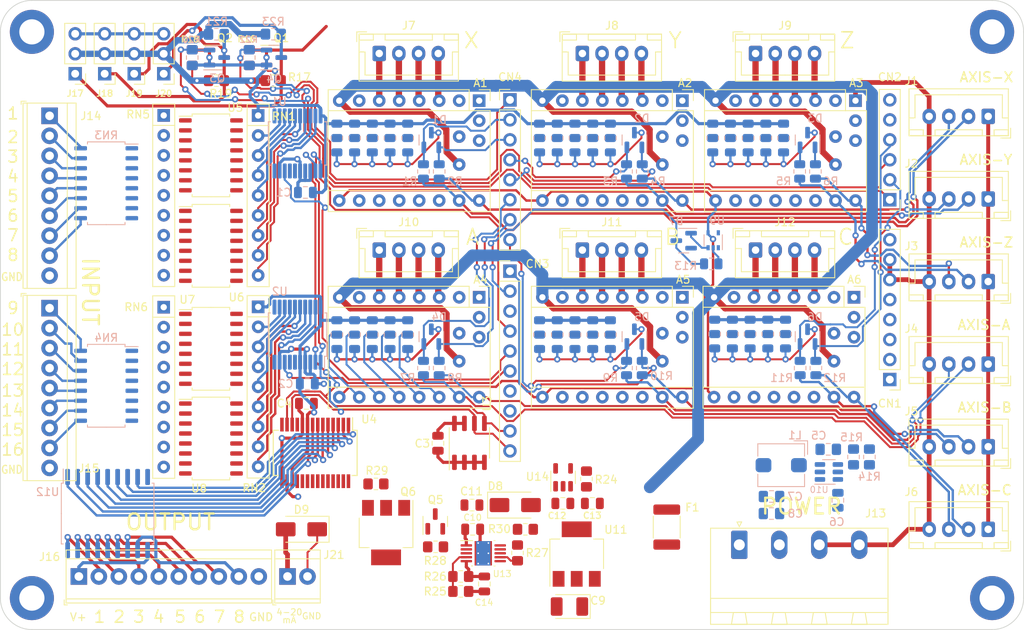
<source format=kicad_pcb>
(kicad_pcb (version 20221018) (generator pcbnew)
  (layers (0 "F.Cu" signal) (31 "B.Cu" signal) (34 "B.Paste" user) (35 "F.Paste" user) (36 "B.SilkS" user "B.Silkscreen") (37 "F.SilkS" user "F.Silkscreen") (38 "B.Mask" user) (39 "F.Mask" user) (44 "Edge.Cuts" user))
  (net 0 "")
  (net 3 "+3.3V")
  (net 4 "+5V")
  (net 5 "GND")
  (net 8 "/Driver/ENABLE")
  (net 11 "/Driver/X-STEP")
  (net 12 "/Driver/X-DIR")
  (net 13 "Net-(A1-CFG0)")
  (net 14 "Net-(A1-CFG1)")
  (net 15 "Net-(A2-1B)")
  (net 16 "Net-(A2-1A)")
  (net 17 "Net-(A2-2A)")
  (net 18 "Net-(A2-2B)")
  (net 19 "Net-(A1-CFG2)")
  (net 20 "Net-(A1-CFG3)")
  (net 21 "Net-(A1-CFG4)")
  (net 23 "Net-(A2-CFG0)")
  (net 24 "Net-(A2-CFG1)")
  (net 25 "Net-(A2-CFG2)")
  (net 26 "Net-(A2-CFG3)")
  (net 27 "Net-(A3-1B)")
  (net 28 "Net-(A3-1A)")
  (net 29 "Net-(A3-2A)")
  (net 30 "Net-(A3-2B)")
  (net 31 "Net-(A2-CFG4)")
  (net 33 "Net-(A3-CFG0)")
  (net 34 "Net-(A3-CFG1)")
  (net 35 "Net-(A3-CFG2)")
  (net 36 "Net-(A3-CFG3)")
  (net 37 "Net-(A3-CFG4)")
  (net 39 "Net-(A4-1B)")
  (net 40 "Net-(A4-1A)")
  (net 41 "Net-(A4-2A)")
  (net 42 "Net-(A4-2B)")
  (net 43 "Net-(A4-CFG0)")
  (net 44 "Net-(A4-CFG1)")
  (net 45 "Net-(A4-CFG2)")
  (net 46 "Net-(A4-CFG3)")
  (net 47 "Net-(A4-CFG4)")
  (net 49 "Net-(A5-CFG0)")
  (net 50 "Net-(A5-CFG1)")
  (net 51 "Net-(A5-1B)")
  (net 52 "Net-(A5-1A)")
  (net 53 "Net-(A5-2A)")
  (net 54 "Net-(A5-2B)")
  (net 55 "Net-(A5-CFG2)")
  (net 56 "Net-(A5-CFG3)")
  (net 57 "Net-(A5-CFG4)")
  (net 58 "Net-(U10-CB)")
  (net 59 "Net-(U10-SW)")
  (net 70 "Net-(A1-1B)")
  (net 71 "Net-(A1-1A)")
  (net 72 "Net-(A1-2A)")
  (net 73 "Net-(A1-2B)")
  (net 75 "Net-(A6-1B)")
  (net 76 "Net-(A6-1A)")
  (net 77 "Net-(A6-2A)")
  (net 78 "Net-(A6-2B)")
  (net 81 "Vdrive")
  (net 82 "/Driver/A-STEP")
  (net 83 "/Driver/A-DIR")
  (net 84 "/Driver/B-STEP")
  (net 85 "/Driver/B-DIR")
  (net 86 "/Driver/C-STEP")
  (net 87 "/Driver/C-DIR")
  (net 88 "/Driver/Y-STEP")
  (net 89 "/Driver/Y-DIR")
  (net 90 "/Driver/Z-STEP")
  (net 91 "/Driver/Z-DIR")
  (net 92 "RESET")
  (net 93 "INPUT_INT_1")
  (net 94 "INPUT_INT_2")
  (net 96 "I2C_SDA")
  (net 97 "I2C_SCL")
  (net 98 "SPINDLESPEED")
  (net 99 "PWM3")
  (net 100 "PWM4")
  (net 101 "Net-(RN3A-R1.1)")
  (net 102 "/Input/INPUT_1")
  (net 103 "Net-(RN3B-R2.1)")
  (net 104 "Net-(RN3C-R3.1)")
  (net 105 "Net-(RN3D-R4.1)")
  (net 106 "Net-(RN3E-R5.1)")
  (net 107 "Net-(RN3F-R6.1)")
  (net 108 "Net-(RN3G-R7.1)")
  (net 109 "Net-(RN3H-R8.1)")
  (net 110 "/Input/INPUT_2")
  (net 111 "/Input/INPUT_3")
  (net 112 "/Input/INPUT_4")
  (net 113 "/Input/INPUT_5")
  (net 114 "/Input/INPUT_6")
  (net 115 "/Input/INPUT_7")
  (net 116 "/Input/INPUT_8")
  (net 117 "/Input/INPUT_9")
  (net 118 "/Input/INPUT_10")
  (net 119 "/Input/INPUT_11")
  (net 120 "/Input/INPUT_12")
  (net 121 "/Input/INPUT_13")
  (net 122 "/Input/INPUT_14")
  (net 123 "/Input/INPUT_15")
  (net 124 "/Input/INPUT_16")
  (net 125 "Net-(J16-Pin_2)")
  (net 126 "Net-(J16-Pin_3)")
  (net 127 "Net-(J16-Pin_4)")
  (net 128 "Net-(J16-Pin_5)")
  (net 129 "Net-(J16-Pin_6)")
  (net 130 "Net-(J16-Pin_7)")
  (net 131 "Net-(J16-Pin_8)")
  (net 132 "Net-(J16-Pin_9)")
  (net 133 "CPU_ENABLE")
  (net 134 "CPU_X-STEP")
  (net 135 "CPU_X-DIR")
  (net 137 "CPU_A-DIR")
  (net 138 "CPU_B-DIR")
  (net 139 "CPU_C-DIR")
  (net 140 "CPU_B-STEP")
  (net 141 "CPU_A-STEP")
  (net 142 "CPU_Y-STEP")
  (net 143 "CPU_Z-STEP")
  (net 144 "CPU_Y-DIR")
  (net 145 "CPU_Z-DIR")
  (net 146 "CPU_C-STEP")
  (net 147 "Net-(R13-Pad2)")
  (net 148 "Net-(A6-CFG0)")
  (net 149 "Net-(A6-CFG1)")
  (net 150 "Net-(A6-CFG2)")
  (net 151 "Net-(A6-CFG3)")
  (net 152 "Net-(A6-CFG4)")
  (net 153 "+3.3VP")
  (net 154 "Net-(U12-I8)")
  (net 155 "Net-(U12-I7)")
  (net 156 "Net-(U12-I6)")
  (net 157 "Net-(U12-I5)")
  (net 158 "Net-(U12-I4)")
  (net 159 "Net-(U12-I3)")
  (net 160 "Net-(U12-I2)")
  (net 161 "Net-(U12-I1)")
  (net 163 "PWM1")
  (net 164 "PWM2")
  (net 165 "Net-(RN4A-R1.1)")
  (net 166 "Net-(RN4B-R2.1)")
  (net 167 "Net-(RN4C-R3.1)")
  (net 168 "Net-(RN4D-R4.1)")
  (net 169 "Net-(RN4E-R5.1)")
  (net 170 "Net-(RN4F-R6.1)")
  (net 171 "Net-(RN4G-R7.1)")
  (net 176 "Net-(RN4H-R8.1)")
  (net 177 "/Input/IN8")
  (net 178 "/Input/IN7")
  (net 179 "/Input/IN6")
  (net 180 "/Input/IN5")
  (net 181 "/Input/IN4")
  (net 182 "/Input/IN3")
  (net 183 "/Input/IN2")
  (net 184 "/Input/IN1")
  (net 185 "/Input/IN16")
  (net 186 "/Input/IN15")
  (net 187 "/Input/IN14")
  (net 188 "/Input/IN13")
  (net 189 "/Input/IN12")
  (net 190 "/Input/IN11")
  (net 191 "/Input/IN10")
  (net 192 "/Input/IN9")
  (net 193 "Net-(U10-FB)")
  (net 194 "Net-(J13-Pin_1)")
  (net 196 "+5VP")
  (net 197 "Net-(J17-Pin_1)")
  (net 198 "Net-(J18-Pin_1)")
  (net 199 "Net-(J19-Pin_1)")
  (net 200 "Net-(J20-Pin_1)")
  (net 201 "Net-(J16-Pin_1)")
  (net 205 "/Output/SPINDLE_ENABLE")
  (net 211 "+5VD")
  (net 212 "Net-(D8-K)")
  (net 213 "Net-(D9-A2)")
  (net 214 "Net-(Q5-E)")
  (net 215 "Net-(Q5-C)")
  (net 216 "/Output/ERROR_FLAG")
  (net 217 "Net-(U13-SET)")
  (net 218 "Net-(U14-+)")
  (net 219 "Net-(U13-REGS)")
  (net 220 "Net-(Q5-B)")
  (net 221 "/Output/4_20MA_OR_0_10V_DISABLE")
  (net 222 "Net-(U13-VIN)")
  (footprint "Connector_Phoenix_MSTB:PhoenixContact_MSTBA_2,5_4-G-5,08_1x04_P5.08mm_Horizontal" (layer "F.Cu") (at 168.63 125.4725)
    (fp_text reference "J13")
    (fp_text value "Power Input" hide)
  )
  (footprint "TerminalBlock_TE-Connectivity:TerminalBlock_TE_1-282834-0_1x10_P2.54mm_Horizontal" (layer "F.Cu") (at 84.72 129.5)
    (fp_text reference "J16")
    (fp_text value "Output")
  )
  (footprint "Package_TO_SOT_SMD:SOT-223-3_TabPin2" (layer "F.Cu") (at 147.97 126.65 90)
    (fp_text reference "U11")
    (fp_text value "LM1117MP-3.3")
  )
  (footprint "stm32F746 GRBL:TMC2130_Breakout-16_15.2x20.3mm" (layer "F.Cu") (at 135.58 94 -90)
    (fp_text reference "A4")
    (fp_text value "TMC2130_Breakout_TMC2130" hide)
  )
  (footprint "MountingHole:MountingHole_3.2mm_M3_DIN965_Pad_TopBottom" (layer "F.Cu") (at 200.75 60.25)
    (fp_text reference "REF**" hide)
    (fp_text value "MountingHole_3.2mm_M3_DIN965_Pad_TopBottom" hide)
  )
  (footprint "Connector_JST:JST_XH_B4B-XH-A_1x04_P2.50mm_Vertical" (layer "F.Cu") (at 200.25 113 180)
    (fp_text reference "J5")
    (fp_text value "B-Axis" hide)
  )
  (footprint "Resistor_SMD:R_0805_2012Metric_Pad1.20x1.40mm_HandSolder" (layer "F.Cu") (at 133.24 129.5 180)
    (fp_text reference "R26")
    (fp_text value "5K62")
  )
  (footprint "Capacitor_SMD:C_0805_2012Metric" (layer "F.Cu") (at 113.63 107.5 180)
    (fp_text reference "C4")
    (fp_text value "100nF" hide)
  )
  (footprint "Capacitor_SMD:C_0805_2012Metric" (layer "F.Cu") (at 130.34 112.56 90)
    (fp_text reference "C3")
    (fp_text value "100nF")
  )
  (footprint "Resistor_SMD:R_0805_2012Metric_Pad1.20x1.40mm_HandSolder" (layer "F.Cu") (at 133.24 131.4)
    (fp_text reference "R25")
    (fp_text value "8K25")
  )
  (footprint "Connector_PinHeader_2.54mm:PinHeader_1x08_P2.54mm_Vertical" (layer "F.Cu") (at 187.75 104.46 180)
    (fp_text reference "CN1")
    (fp_text value "PinHeader_1x08_P2.54mm_Vertical" hide)
  )
  (footprint "Capacitor_SMD:C_0805_2012Metric" (layer "F.Cu") (at 136.24 130.45 90)
    (fp_text reference "C14")
    (fp_text value "470nF")
  )
  (footprint "Capacitor_Tantalum_SMD:CP_EIA-3528-15_AVX-H_Pad1.50x2.35mm_HandSolder" (layer "F.Cu") (at 147.05 133.32 180)
    (fp_text reference "C9")
    (fp_text value "10uF")
  )
  (footprint "MountingHole:MountingHole_3.2mm_M3_DIN965_Pad_TopBottom" (layer "F.Cu") (at 78.75 132.25)
    (fp_text reference "REF**" hide)
    (fp_text value "MountingHole_3.2mm_M3_DIN965_Pad_TopBottom" hide)
  )
  (footprint "Connector_JST:JST_XH_B4B-XH-A_1x04_P2.50mm_Vertical" (layer "F.Cu") (at 200.25 81.5 180)
    (fp_text reference "J2")
    (fp_text value "Y-Axis" hide)
  )
  (footprint "TerminalBlock_TE-Connectivity:TerminalBlock_TE_282834-2_1x02_P2.54mm_Horizontal" (layer "F.Cu") (at 111.23 129.5)
    (fp_text reference "J21")
    (fp_text value "4-20MA or 0-10V")
  )
  (footprint "Fuse:Fuse_1812_4532Metric_Pad1.30x3.40mm_HandSolder" (layer "F.Cu") (at 159.41 123.22 90)
    (fp_text reference "F1")
    (fp_text value "Polyfuse")
  )
  (footprint "stm32F746 GRBL:TMC2130_Breakout-16_15.2x20.3mm" (layer "F.Cu") (at 135.58 69 -90)
    (fp_text reference "A1")
    (fp_text value "TMC2130_Breakout_TMC2130" hide)
  )
  (footprint "Package_SO:SOIC-16_4.55x10.3mm_P1.27mm" (layer "F.Cu") (at 101.5 87.455)
    (fp_text reference "U6")
    (fp_text value "TLP521-4" hide)
  )
  (footprint "Package_SO:SOIC-8_3.9x4.9mm_P1.27mm" (layer "F.Cu") (at 134.34 112.51 90)
    (fp_text reference "U3")
    (fp_text value "24LC64" hide)
  )
  (footprint "Connector_PinHeader_2.54mm:PinHeader_1x03_P2.54mm_Vertical" (layer "F.Cu") (at 95.5 65.58 180)
    (fp_text reference "J20")
    (fp_text value "PWM-4")
  )
  (footprint "stm32F746 GRBL:TMC2130_Breakout-16_15.2x20.3mm" (layer "F.Cu") (at 183.2 94 -90)
    (fp_text reference "A6")
    (fp_text value "TMC2130_Breakout_TMC2130" hide)
  )
  (footprint "Resistor_SMD:R_0805_2012Metric_Pad1.20x1.40mm_HandSolder" (layer "F.Cu") (at 140.45 126.5 -90)
    (fp_text reference "R27")
    (fp_text value "1K65")
  )
  (footprint "Diode_SMD:D_SMA" (layer "F.Cu") (at 140.16 120.42)
    (fp_text reference "D8")
    (fp_text value "SS16-E3")
  )
  (footprint "Connector_PinHeader_2.54mm:PinHeader_1x03_P2.54mm_Vertical" (layer "F.Cu") (at 91.75 65.58 180)
    (fp_text reference "J19")
    (fp_text value "PWM-3")
  )
  (footprint "Connector_JST:JST_XH_B4B-XH-A_1x04_P2.50mm_Vertical" (layer "F.Cu") (at 122.88 88)
    (fp_text reference "J10")
    (fp_text value "Conn_01x04" hide)
  )
  (footprint "Package_TO_SOT_SMD:SOT-223-3_TabPin2" (layer "F.Cu") (at 123.75 123.92 -90)
    (fp_text reference "Q6")
    (fp_text value "BSP170")
  )
  (footprint "Package_SO:SOIC-16_4.55x10.3mm_P1.27mm" (layer "F.Cu") (at 101.5 100.55)
    (fp_text reference "U7")
    (fp_text value "TLP521-4")
  )
  (footprint "Connector_JST:JST_XH_B4B-XH-A_1x04_P2.50mm_Vertical" (layer "F.Cu") (at 170.69 88)
    (fp_text reference "J12")
    (fp_text value "Conn_01x04" hide)
  )
  (footprint "Connector_JST:JST_XH_B4B-XH-A_1x04_P2.50mm_Vertical" (layer "F.Cu") (at 200.25 71 180)
    (fp_text reference "J1")
    (fp_text value "X-Axis" hide)
  )
  (footprint "Connector_PinHeader_2.54mm:PinHeader_1x08_P2.54mm_Vertical" (layer "F.Cu") (at 139.49 68.9)
    (fp_text reference "CN4")
    (fp_text value "PinHeader_1x08_P2.54mm_Vertical" hide)
  )
  (footprint "Resistor_THT:R_Array_SIP9" (layer "F.Cu") (at 107.5 95.22 -90)
    (fp_text reference "RN2")
    (fp_text value "4K7")
  )
  (footprint "Resistor_SMD:R_0805_2012Metric_Pad1.20x1.40mm_HandSolder" (layer "F.Cu") (at 109.42 66.45)
    (fp_text reference "R17")
    (fp_text value "10K")
  )
  (footprint "Package_SO:MSOP-10-1EP_3x3mm_P0.5mm_EP2.2x3.1mm_Mask1.83x1.89mm_ThermalVias" (layer "F.Cu") (at 136.1 126.55)
    (fp_text reference "U13")
    (fp_text value "XTR111AxDGQ")
  )
  (footprint "Connector_PinHeader_2.54mm:PinHeader_1x06_P2.54mm_Vertical" (layer "F.Cu") (at 187.75 81.6 180)
    (fp_text reference "CN2")
    (fp_text value "PinHeader_1x06_P2.54mm_Vertical" hide)
  )
  (footprint "Connector_JST:JST_XH_B4B-XH-A_1x04_P2.50mm_Vertical" (layer "F.Cu") (at 148.69 63)
    (fp_text reference "J8")
    (fp_text value "Conn_01x04" hide)
  )
  (footprint "Connector_JST:JST_XH_B4B-XH-A_1x04_P2.50mm_Vertical" (layer "F.Cu") (at 200.25 92 180)
    (fp_text reference "J3")
    (fp_text value "Z-Axis" hide)
  )
  (footprint "Resistor_SMD:R_0805_2012Metric_Pad1.20x1.40mm_HandSolder" (layer "F.Cu") (at 99.1225 63.52 -90)
    (fp_text reference "R18")
    (fp_text value "10K")
  )
  (footprint "Package_SO:SOIC-16_4.55x10.3mm_P1.27mm" (layer "F.Cu") (at 101.5 75.955)
    (fp_text reference "U5")
    (fp_text value "TLP521-4" hide)
  )
  (footprint "TerminalBlock_TE-Connectivity:TerminalBlock_TE_282834-9_1x09_P2.54mm_Horizontal" (layer "F.Cu") (at 81 95.38 -90)
    (fp_text reference "J15")
    (fp_text value "Input 9-16" hide)
  )
  (footprint "Connector_PinHeader_2.54mm:PinHeader_1x10_P2.54mm_Vertical" (layer "F.Cu") (at 139.49 90.68)
    (fp_text reference "CN3")
    (fp_text value "PinHeader_1x10_P2.54mm_Vertical" hide)
  )
  (footprint "Connector_JST:JST_XH_B4B-XH-A_1x04_P2.50mm_Vertical" (layer "F.Cu") (at 200.25 123.5 180)
    (fp_text reference "J6")
    (fp_text value "C-Axis" hide)
  )
  (footprint "Resistor_THT:R_Array_SIP9" (layer "F.Cu") (at 95.5 70.875 -90)
    (fp_text reference "RN5")
    (fp_text value "4K7")
  )
  (footprint "Resistor_SMD:R_0805_2012Metric_Pad1.20x1.40mm_HandSolder" (layer "F.Cu") (at 122.46 117.7325 180)
    (fp_text reference "R29")
    (fp_text value "15")
  )
  (footprint "stm32F746 GRBL:TMC2130_Breakout-16_15.2x20.3mm" (layer "F.Cu") (at 161.39 69 -90)
    (fp_text reference "A2")
    (fp_text value "TMC2130_Breakout_TMC2130" hide)
  )
  (footprint "Connector_JST:JST_XH_B4B-XH-A_1x04_P2.50mm_Vertical" (layer "F.Cu") (at 170.69 63)
    (fp_text reference "J9")
    (fp_text value "Conn_01x04" hide)
  )
  (footprint "Resistor_SMD:R_0805_2012Metric_Pad1.20x1.40mm_HandSolder" (layer "F.Cu") (at 149.21 117.1 -90)
    (fp_text reference "R24")
    (fp_text value "4K7")
  )
  (footprint "stm32F746 GRBL:TMC2130_Breakout-16_15.2x20.3mm" (layer "F.Cu") (at 161.39 94 -90)
    (fp_text reference "A5")
    (fp_text value "TMC2130_Breakout_TMC2130" hide)
  )
  (footprint "Resistor_SMD:R_0805_2012Metric_Pad1.20x1.40mm_HandSolder" (layer "F.Cu") (at 102.2 66.45)
    (fp_text reference "R19")
    (fp_text value "10K")
  )
  (footprint "Package_SO:SSOP-28_5.3x10.2mm_P0.65mm" (layer "F.Cu") (at 114.745 113.785 -90)
    (fp_text reference "U4")
    (fp_text value "MCP23017_SS")
  )
  (footprint "Connector_PinHeader_2.54mm:PinHeader_1x03_P2.54mm_Vertical" (layer "F.Cu") (at 88 65.58 180)
    (fp_text reference "J18")
    (fp_text value "PWM-2")
  )
  (footprint "Package_SO:SOIC-16_4.55x10.3mm_P1.27mm" (layer "F.Cu") (at 101.5 111.955)
    (fp_text reference "U8")
    (fp_text value "TLP521-4")
  )
  (footprint "Connector_PinHeader_2.54mm:PinHeader_1x03_P2.54mm_Vertical" (layer "F.Cu") (at 84.25 65.58 180)
    (fp_text reference "J17")
    (fp_text value "PWM-1")
  )
  (footprint "Capacitor_SMD:C_0805_2012Metric" (layer "F.Cu") (at 146.21 120.21 180)
    (fp_text reference "C12")
    (fp_text value "0.1uF")
  )
  (footprint "Connector_JST:JST_XH_B4B-XH-A_1x04_P2.50mm_Vertical" (layer "F.Cu") (at 200.25 102.5 180)
    (fp_text reference "J4")
    (fp_text value "A-Axis" hide)
  )
  (footprint "Package_TO_SOT_SMD:SOT-23-5" (layer "F.Cu") (at 146.24 116.8925 90)
    (fp_text reference "U14")
    (fp_text value "TSV911RILT")
  )
  (footprint "MountingHole:MountingHole_3.2mm_M3_DIN965_Pad_TopBottom" (layer "F.Cu") (at 78.75 60.25)
    (fp_text reference "REF**" hide)
    (fp_text value "MountingHole_3.2mm_M3_DIN965_Pad_TopBottom" hide)
  )
  (footprint "Resistor_THT:R_Array_SIP9" (layer "F.Cu") (at 95.5 95.26 -90)
    (fp_text reference "RN6")
    (fp_text value "4K7")
  )
  (footprint "Capacitor_SMD:C_0805_2012Metric" (layer "F.Cu") (at 134.75 123.5)
    (fp_text reference "C10")
    (fp_text value "10nF")
  )
  (footprint "Package_TO_SOT_SMD:SOT-23" (layer "F.Cu") (at 109.4975 63.52)
    (fp_text reference "Q1")
    (fp_text value "BSS138")
  )
  (footprint "Connector_JST:JST_XH_B4B-XH-A_1x04_P2.50mm_Vertical" (layer "F.Cu") (at 148.69 88)
    (fp_text reference "J11")
    (fp_text value "Conn_01x04" hide)
  )
  (footprint "Resistor_SMD:R_0805_2012Metric_Pad1.20x1.40mm_HandSolder" (layer "F.Cu") (at 106.3725 63.52 -90)
    (fp_text reference "R16")
    (fp_text value "10K")
  )
  (footprint "Resistor_SMD:R_0805_2012Metric_Pad1.20x1.40mm_HandSolder" (layer "F.Cu") (at 130.04 125.7325 180)
    (fp_text reference "R28")
    (fp_text value "15")
  )
  (footprint "Package_TO_SOT_SMD:SOT-23" (layer "F.Cu") (at 102.2475 63.52)
    (fp_text reference "Q2")
    (fp_text value "BSS138")
  )
  (footprint "stm32F746 GRBL:TMC2130_Breakout-16_15.2x20.3mm" (layer "F.Cu") (at 183.39 69 -90)
    (fp_text reference "A3")
    (fp_text value "TMC2130_Breakout_TMC2130" hide)
  )
  (footprint "Package_TO_SOT_SMD:SOT-23" (layer "F.Cu") (at 130 122.5 90)
    (fp_text reference "Q5")
    (fp_text value "MMBT5087")
  )
  (footprint "Diode_SMD:D_SMA" (layer "F.Cu") (at 113 123.5 180)
    (fp_text reference "D9")
    (fp_text value "SMAJ40CA")
  )
  (footprint "Capacitor_SMD:C_0805_2012Metric" (layer "F.Cu") (at 149.96 120.21)
    (fp_text reference "C13")
    (fp_text value "4.7uF")
  )
  (footprint "Resistor_THT:R_Array_SIP9" (layer "F.Cu") (at 107.5 70.89 -90)
    (fp_text reference "RN1")
    (fp_text value "4K7")
  )
  (footprint "Resistor_SMD:R_0805_2012Metric_Pad1.20x1.40mm_HandSolder" (layer "F.Cu") (at 141.45 123.5)
    (fp_text reference "R30")
    (fp_text value "10K")
  )
  (footprint "MountingHole:MountingHole_3.2mm_M3_DIN965_Pad_TopBottom" (layer "F.Cu") (at 200.75 132.25)
    (fp_text reference "REF**" hide)
    (fp_text value "MountingHole_3.2mm_M3_DIN965_Pad_TopBottom" hide)
  )
  (footprint "Capacitor_SMD:C_0805_2012Metric" (layer "F.Cu") (at 134.66 120.42 180)
    (fp_text reference "C11")
    (fp_text value "10nF")
  )
  (footprint "Connector_JST:JST_XH_B4B-XH-A_1x04_P2.50mm_Vertical" (layer "F.Cu") (at 122.88 63)
    (fp_text reference "J7")
    (fp_text value "Conn_01x04" hide)
  )
  (footprint "TerminalBlock_TE-Connectivity:TerminalBlock_TE_282834-9_1x09_P2.54mm_Horizontal" (layer "F.Cu") (at 81 70.93 -90)
    (fp_text reference "J14")
    (fp_text value "Input 1-8" hide)
  )
  (footprint "stm32F746 GRBL:RJ_3 pads_0805_2012Metric" (layer "B.Cu") (at 170 98.675 -90)
    (fp_text reference "RJ28" hide)
    (fp_text value "0R")
  )
  (footprint "Package_SO:SOIC-16_4.55x10.3mm_P1.27mm" (layer "B.Cu") (at 88.2 105.25 180)
    (fp_text reference "RN4")
    (fp_text value "390")
  )
  (footprint "stm32F746 GRBL:RJ_3 pads_0805_2012Metric" (layer "B.Cu") (at 143.25 98.75 -90)
    (fp_text reference "RJ21" hide)
    (fp_text value "0R")
  )
  (footprint "stm32F746 GRBL:RJ_3 pads_0805_2012Metric" (layer "B.Cu") (at 150 98.75 -90)
    (fp_text reference "RJ24" hide)
    (fp_text value "0R")
  )
  (footprint "Package_TO_SOT_SMD:SOT-23" (layer "B.Cu") (at 109.498 63.52)
    (fp_text reference "Q4")
    (fp_text value "BSS138")
  )
  (footprint "Package_TO_SOT_SMD:SOT-23" (layer "B.Cu") (at 155.3 74 90)
    (fp_text reference "D2")
    (fp_text value "2BZX84C3V9" hide)
  )
  (footprint "Package_TO_SOT_SMD:SOT-353_SC-70-5" (layer "B.Cu") (at 165.3125 86.75 90)
    (fp_text reference "U9")
    (fp_text value "74AHCT1G125")
  )
  (footprint "Resistor_SMD:R_0805_2012Metric" (layer "B.Cu") (at 156.3 103 -90)
    (fp_text reference "R10")
    (fp_text value "270" hide)
  )
  (footprint "stm32F746 GRBL:RJ_3 pads_0805_2012Metric" (layer "B.Cu") (at 147.75 98.75 -90)
    (fp_text reference "RJ23" hide)
    (fp_text value "0R")
  )
  (footprint "stm32F746 GRBL:RJ_3 pads_0805_2012Metric" (layer "B.Cu") (at 165.5 98.675 -90)
    (fp_text reference "RJ26" hide)
    (fp_text value "0R")
  )
  (footprint "Package_TO_SOT_SMD:SOT-23" (layer "B.Cu") (at 155.3 99 90)
    (fp_text reference "D5")
    (fp_text value "2BZX84C3V9" hide)
  )
  (footprint "Package_TO_SOT_SMD:SOT-23" (layer "B.Cu") (at 129.5 99 90)
    (fp_text reference "D4")
    (fp_text value "2BZX84C3V9" hide)
  )
  (footprint "stm32F746 GRBL:RJ_3 pads_0805_2012Metric" (layer "B.Cu") (at 174.25 73.75 -90)
    (fp_text reference "RJ15" hide)
    (fp_text value "0R")
  )
  (footprint "Resistor_SMD:R_0805_2012Metric" (layer "B.Cu") (at 130.5 78 -90)
    (fp_text reference "R2")
    (fp_text value "270" hide)
  )
  (footprint "Resistor_SMD:R_0805_2012Metric" (layer "B.Cu") (at 156.3 78 -90)
    (fp_text reference "R4")
    (fp_text value "270" hide)
  )
  (footprint "stm32F746 GRBL:RJ_3 pads_0805_2012Metric" (layer "B.Cu") (at 145.5 73.75 -90)
    (fp_text reference "RJ7" hide)
    (fp_text value "0R")
  )
  (footprint "stm32F746 GRBL:RJ_3 pads_0805_2012Metric" (layer "B.Cu") (at 150 73.75 -90)
    (fp_text reference "RJ9" hide)
    (fp_text value "0R")
  )
  (footprint "stm32F746 GRBL:RJ_3 pads_0805_2012Metric" (layer "B.Cu") (at 152.25 73.75 -90)
    (fp_text reference "RJ10" hide)
    (fp_text value "0R")
  )
  (footprint "Package_TO_SOT_SMD:SOT-23" (layer "B.Cu") (at 129.5 74 90)
    (fp_text reference "D1")
    (fp_text value "2BZX84C3V9" hide)
  )
  (footprint "stm32F746 GRBL:RJ_3 pads_0805_2012Metric" (layer "B.Cu") (at 119.75 98.75 -90)
    (fp_text reference "RJ17" hide)
    (fp_text value "0R")
  )
  (footprint "Resistor_SMD:R_0805_2012Metric" (layer "B.Cu") (at 154.3 78 -90)
    (fp_text reference "R3")
    (fp_text value "270" hide)
  )
  (footprint "Resistor_SMD:R_0805_2012Metric" (layer "B.Cu") (at 178.3 78 -90)
    (fp_text reference "R6")
    (fp_text value "270" hide)
  )
  (footprint "Package_SO:SOIC-16_4.55x10.3mm_P1.27mm" (layer "B.Cu") (at 88.2 79.5 180)
    (fp_text reference "RN3")
    (fp_text value "390")
  )
  (footprint "stm32F746 GRBL:RJ_3 pads_0805_2012Metric" (layer "B.Cu") (at 119.75 73.75 -90)
    (fp_text reference "RJ2" hide)
    (fp_text value "0R")
  )
  (footprint "Capacitor_SMD:C_0805_2012Metric" (layer "B.Cu") (at 181.15 119.81 -90)
    (fp_text reference "C6")
    (fp_text value "0.1uF")
  )
  (footprint "Resistor_SMD:R_0805_2012Metric_Pad1.20x1.40mm_HandSolder" (layer "B.Cu") (at 109.43 60.54)
    (fp_text reference "R23")
    (fp_text value "10K")
  )
  (footprint "stm32F746 GRBL:RJ_3 pads_0805_2012Metric" (layer "B.Cu") (at 122 98.75 -90)
    (fp_text reference "RJ18" hide)
    (fp_text value "0R")
  )
  (footprint "stm32F746 GRBL:RJ_3 pads_0805_2012Metric" (layer "B.Cu") (at 126.5 98.75 -90)
    (fp_text reference "RJ20" hide)
    (fp_text value "0R")
  )
  (footprint "stm32F746 GRBL:RJ_3 pads_0805_2012Metric" (layer "B.Cu") (at 169.75 73.75 -90)
    (fp_text reference "RJ13" hide)
    (fp_text value "0R")
  )
  (footprint "Resistor_SMD:R_0805_2012Metric" (layer "B.Cu") (at 128.5 78 -90)
    (fp_text reference "R1")
    (fp_text value "270" hide)
  )
  (footprint "stm32F746 GRBL:RJ_3 pads_0805_2012Metric" (layer "B.Cu") (at 167.5 73.75 -90)
    (fp_text reference "RJ12" hide)
    (fp_text value "0R")
  )
  (footprint "Resistor_SMD:R_0805_2012Metric_Pad1.20x1.40mm_HandSolder" (layer "B.Cu") (at 183.14 114.3 90)
    (fp_text reference "R15")
    (fp_text value "13.7K")
  )
  (footprint "Resistor_SMD:R_0805_2012Metric" (layer "B.Cu") (at 128.5 103 -90)
    (fp_text reference "R7")
    (fp_text value "270" hide)
  )
  (footprint "Resistor_SMD:R_0805_2012Metric" (layer "B.Cu") (at 130.5 103 -90)
    (fp_text reference "R8")
    (fp_text value "270" hide)
  )
  (footprint "stm32F746 GRBL:RJ_3 pads_0805_2012Metric" (layer "B.Cu") (at 143.25 73.75 -90)
    (fp_text reference "RJ6" hide)
    (fp_text value "0R")
  )
  (footprint "stm32F746 GRBL:RJ_3 pads_0805_2012Metric" (layer "B.Cu") (at 167.75 98.675 -90)
    (fp_text reference "RJ27" hide)
    (fp_text value "0R")
  )
  (footprint "Resistor_SMD:R_0805_2012Metric_Pad1.20x1.40mm_HandSolder" (layer "B.Cu") (at 106.372 63.52 90)
    (fp_text reference "R22")
    (fp_text value "10K")
  )
  (footprint "Package_SO:SOIC-18W_7.5x11.6mm_P1.27mm" (layer "B.Cu") (at 88.375 121.5 -90)
    (fp_text reference "U12")
    (fp_text value "ULN2803A")
  )
  (footprint "stm32F746 GRBL:RJ_3 pads_0805_2012Metric" (layer "B.Cu") (at 152.25 98.75 -90)
    (fp_text reference "RJ25" hide)
    (fp_text value "0R")
  )
  (footprint "stm32F746 GRBL:RJ_3 pads_0805_2012Metric" (layer "B.Cu") (at 174.5 98.675 -90)
    (fp_text reference "RJ30" hide)
    (fp_text value "0R")
  )
  (footprint "stm32F746 GRBL:RJ_3 pads_0805_2012Metric" (layer "B.Cu") (at 117.5 73.75 -90)
    (fp_text reference "RJ1" hide)
    (fp_text value "0R")
  )
  (footprint "stm32F746 GRBL:RJ_3 pads_0805_2012Metric" (layer "B.Cu") (at 122 73.75 -90)
    (fp_text reference "RJ3" hide)
    (fp_text value "0R")
  )
  (footprint "Resistor_SMD:R_0805_2012Metric" (layer "B.Cu") (at 176.3 78 -90)
    (fp_text reference "R5")
    (fp_text value "270" hide)
  )
  (footprint "Capacitor_SMD:C_0805_2012Metric_Pad1.18x1.45mm_HandSolder" (layer "B.Cu") (at 172.72 119.33)
    (fp_text reference "C7")
    (fp_text value "22uF")
  )
  (footprint "stm32F746 GRBL:RJ_3 pads_0805_2012Metric" (layer "B.Cu") (at 126.5 73.75 -90)
    (fp_text reference "RJ5" hide)
    (fp_text value "0R")
  )
  (footprint "Resistor_SMD:R_0805_2012Metric" (layer "B.Cu") (at 165.0625 89.75)
    (fp_text reference "R13")
    (fp_text value "270")
  )
  (footprint "stm32F746 GRBL:RJ_3 pads_0805_2012Metric" (layer "B.Cu") (at 165.25 73.75 -90)
    (fp_text reference "RJ11" hide)
    (fp_text value "0R")
  )
  (footprint "stm32F746 GRBL:RJ_3 pads_0805_2012Metric" (layer "B.Cu") (at 124.25 98.75 -90)
    (fp_text reference "RJ19" hide)
    (fp_text value "0R")
  )
  (footprint "Inductor_SMD:L_Bourns_SRP5030T" (layer "B.Cu") (at 173.95 115.35 180)
    (fp_text reference "L1")
    (fp_text value "6.8uH")
  )
  (footprint "Resistor_SMD:R_0805_2012Metric_Pad1.20x1.40mm_HandSolder" (layer "B.Cu") (at 185.16 114.3 -90)
    (fp_text reference "R14")
    (fp_text value "100K")
  )
  (footprint "Package_SO:SSOP-20_5.3x7.2mm_P0.65mm" (layer "B.Cu") (at 112.5 98.75 90)
    (fp_text reference "U2")
    (fp_text value "MCP23008-xSS")
  )
  (footprint "Capacitor_SMD:C_0805_2012Metric_Pad1.18x1.45mm_HandSolder" (layer "B.Cu") (at 179.93 113.33)
    (fp_text reference "C5")
    (fp_text value "2.2uF")
  )
  (footprint "stm32F746 GRBL:RJ_3 pads_0805_2012Metric" (layer "B.Cu") (at 172 73.75 -90)
    (fp_text reference "RJ14" hide)
    (fp_text value "0R")
  )
  (footprint "Package_TO_SOT_SMD:SOT-23" (layer "B.Cu") (at 177.3 74 90)
    (fp_text reference "D3")
    (fp_text value "2BZX84C3V9" hide)
  )
  (footprint "Package_TO_SOT_SMD:SOT-23" (layer "B.Cu") (at 102.248 63.52)
    (fp_text reference "Q3")
    (fp_text value "BSS138")
  )
  (footprint "Resistor_SMD:R_0805_2012Metric_Pad1.20x1.40mm_HandSolder" (layer "B.Cu") (at 99.122 63.52 90)
    (fp_text reference "R20")
    (fp_text value "10K")
  )
  (footprint "stm32F746 GRBL:RJ_3 pads_0805_2012Metric" (layer "B.Cu") (at 117.5 98.75 -90)
    (fp_text reference "RJ16" hide)
    (fp_text value "0R")
  )
  (footprint "Resistor_SMD:R_0805_2012Metric_Pad1.20x1.40mm_HandSolder" (layer "B.Cu") (at 102.19 60.56)
    (fp_text reference "R21")
    (fp_text value "10K")
  )
  (footprint "Resistor_SMD:R_0805_2012Metric" (layer "B.Cu") (at 154.3 103 -90)
    (fp_text reference "R9")
    (fp_text value "270" hide)
  )
  (footprint "stm32F746 GRBL:RJ_3 pads_0805_2012Metric" (layer "B.Cu") (at 147.75 73.75 -90)
    (fp_text reference "RJ8" hide)
    (fp_text value "0R")
  )
  (footprint "Package_TO_SOT_SMD:SOT-23-6" (layer "B.Cu") (at 180.0125 116.21)
    (fp_text reference "U10")
    (fp_text value "LMR51430")
  )
  (footprint "Capacitor_SMD:C_0805_2012Metric_Pad1.18x1.45mm_HandSolder" (layer "B.Cu") (at 172.7125 121.5)
    (fp_text reference "C8")
    (fp_text value "22uF")
  )
  (footprint "stm32F746 GRBL:RJ_3 pads_0805_2012Metric" (layer "B.Cu") (at 124.25 73.75 -90)
    (fp_text reference "RJ4" hide)
    (fp_text value "0R")
  )
  (footprint "Resistor_SMD:R_0805_2012Metric" (layer "B.Cu") (at 176.36 103 -90)
    (fp_text reference "R11")
    (fp_text value "270" hide)
  )
  (footprint "Capacitor_SMD:C_0805_2012Metric" (layer "B.Cu") (at 113.5 80.67 180)
    (fp_text reference "C1")
    (fp_text value "100nF")
  )
  (footprint "stm32F746 GRBL:RJ_3 pads_0805_2012Metric" (layer "B.Cu") (at 172.25 98.675 -90)
    (fp_text reference "RJ29" hide)
    (fp_text value "0R")
  )
  (footprint "Package_TO_SOT_SMD:SOT-23" (layer "B.Cu") (at 161.5625 86.8 180)
    (fp_text reference "D7")
    (fp_text value "BZX84Cxx")
  )
  (footprint "Package_SO:SSOP-20_5.3x7.2mm_P0.65mm" (layer "B.Cu") (at 112.5 74.44 90)
    (fp_text reference "U1")
    (fp_text value "MCP23008-xSS")
  )
  (footprint "Resistor_SMD:R_0805_2012Metric" (layer "B.Cu") (at 178.36 103 -90)
    (fp_text reference "R12")
    (fp_text value "270" hide)
  )
  (footprint "Package_TO_SOT_SMD:SOT-23" (layer "B.Cu") (at 177.3 99 90)
    (fp_text reference "D6")
    (fp_text value "2BZX84C3V9" hide)
  )
  (footprint "stm32F746 GRBL:RJ_3 pads_0805_2012Metric" (layer "B.Cu") (at 145.5 98.75 -90)
    (fp_text reference "RJ22" hide)
    (fp_text value "0R")
  )
  (footprint "Capacitor_SMD:C_0805_2012Metric" (layer "B.Cu") (at 113.75 105)
    (fp_text reference "C2")
    (fp_text value "100nF")
  )
  (gr_line (start 78.75 56.25) (end 200.75 56.25) (stroke (width 0.1)) (layer "Edge.Cuts"))
  (gr_line (start 74.75 132.25) (end 74.75 60.25) (stroke (width 0.1)) (layer "Edge.Cuts"))
  (gr_line (start 204.75 60.25) (end 204.75 132.25) (stroke (width 0.1)) (layer "Edge.Cuts"))
  (gr_arc (start 74.75 60.25) (mid 75.921573 57.421573) (end 78.75 56.25) (stroke (width 0.1)) (layer "Edge.Cuts"))
  (gr_arc (start 78.75 136.25) (mid 75.921573 135.078427) (end 74.75 132.25) (stroke (width 0.1)) (layer "Edge.Cuts"))
  (gr_arc (start 204.75 132.25) (mid 203.578427 135.078427) (end 200.75 136.25) (stroke (width 0.1)) (layer "Edge.Cuts"))
  (gr_line (start 200.75 136.25) (end 78.75 136.25) (stroke (width 0.1)) (layer "Edge.Cuts"))
  (gr_arc (start 200.75 56.25) (mid 203.578427 57.421573) (end 204.75 60.25) (stroke (width 0.1)) (layer "Edge.Cuts"))
  (gr_text "mA\n" (at 110.5 135.5) (layer "F.SilkS") (effects (font (size 0.8 0.8) (thickness 0.12)) (justify left bottom)))
  (gr_text "2" (at 75.5 74.5) (layer "F.SilkS") (effects (font (size 1.5 1.5) (thickness 0.2)) (justify left bottom)))
  (gr_text "AXIS-B\n" (at 196.25 108.75) (layer "F.SilkS") (effects (font (size 1.25 1.25) (thickness 0.2)) (justify left bottom)))
  (gr_text "15" (at 74.75 111.75) (layer "F.SilkS") (effects (font (size 1.5 1.5) (thickness 0.2)) (justify left bottom)))
  (gr_text "7" (at 75.5 87) (layer "F.SilkS") (effects (font (size 1.5 1.5) (thickness 0.2)) (justify left bottom)))
  (gr_text "AXIS-Z" (at 196.5 87.75) (layer "F.SilkS") (effects (font (size 1.25 1.25) (thickness 0.2)) (justify left bottom)))
  (gr_text "AXIS-X" (at 196.5 66.75) (layer "F.SilkS") (effects (font (size 1.25 1.25) (thickness 0.2)) (justify left bottom)))
  (gr_text "X" (at 133.5 62.5) (layer "F.SilkS") (effects (font (size 2 2) (thickness 0.2)) (justify left bottom)))
  (gr_text "V+" (at 83.5 135.25) (layer "F.SilkS") (effects (font (size 1 1)) (justify left bottom)))
  (gr_text "8" (at 104.25 135.5) (layer "F.SilkS") (effects (font (size 1.5 1.5) (thickness 0.2)) (justify left bottom)))
  (gr_text "3" (at 75.5 77) (layer "F.SilkS") (effects (font (size 1.5 1.5) (thickness 0.2)) (justify left bottom)))
  (gr_text "AXIS-A" (at 196.25 98.25) (layer "F.SilkS") (effects (font (size 1.25 1.25) (thickness 0.2)) (justify left bottom)))
  (gr_text "A" (at 133.75 87.5) (layer "F.SilkS") (effects (font (size 2 2) (thickness 0.2)) (justify left bottom)))
  (gr_text "1" (at 75.5 71.5) (layer "F.SilkS") (effects (font (size 1.5 1.5) (thickness 0.2)) (justify left bottom)))
  (gr_text "4" (at 94 135.5) (layer "F.SilkS") (effects (font (size 1.5 1.5) (thickness 0.2)) (justify left bottom)))
  (gr_text "INPUT" (at 85 88.75 270) (layer "F.SilkS") (effects (font (size 2 2) (thickness 0.3)) (justify left bottom)))
  (gr_text "4-20" (at 109.75 134.5) (layer "F.SilkS") (effects (font (size 0.8 0.8) (thickness 0.12)) (justify left bottom)))
  (gr_text "1" (at 86.5 135.5) (layer "F.SilkS") (effects (font (size 1.5 1.5) (thickness 0.2)) (justify left bottom)))
  (gr_text "4" (at 75.5 79.5) (layer "F.SilkS") (effects (font (size 1.5 1.5) (thickness 0.2)) (justify left bottom)))
  (gr_text "3" (at 91.5 135.5) (layer "F.SilkS") (effects (font (size 1.5 1.5) (thickness 0.2)) (justify left bottom)))
  (gr_text "7" (at 101.75 135.5) (layer "F.SilkS") (effects (font (size 1.5 1.5) (thickness 0.2)) (justify left bottom)))
  (gr_text "AXIS-Y\n" (at 196.5 77.25) (layer "F.SilkS") (effects (font (size 1.25 1.25) (thickness 0.2)) (justify left bottom)))
  (gr_text "Y" (at 159.5 62.5) (layer "F.SilkS") (effects (font (size 2 2) (thickness 0.2)) (justify left bottom)))
  (gr_text "11" (at 74.75 101.5) (layer "F.SilkS") (effects (font (size 1.5 1.5) (thickness 0.2)) (justify left bottom)))
  (gr_text "OUTPUT" (at 90.5 123.75) (layer "F.SilkS") (effects (font (size 2 2) (thickness 0.3)) (justify left bottom)))
  (gr_text "GND" (at 74.75 92) (layer "F.SilkS") (effects (font (size 1 0.9)) (justify left bottom)))
  (gr_text "C" (at 181 87.5) (layer "F.SilkS") (effects (font (size 2 2) (thickness 0.2)) (justify left bottom)))
  (gr_text "Z" (at 181.25 62.5) (layer "F.SilkS") (effects (font (size 2 2) (thickness 0.2)) (justify left bottom)))
  (gr_text "9" (at 75.5 96.25) (layer "F.SilkS") (effects (font (size 1.5 1.5) (thickness 0.2)) (justify left bottom)))
  (gr_text "B" (at 159 87.5) (layer "F.SilkS") (effects (font (size 2 2) (thickness 0.2)) (justify left bottom)))
  (gr_text "5" (at 96.75 135.5) (layer "F.SilkS") (effects (font (size 1.5 1.5) (thickness 0.2)) (justify left bottom)))
  (gr_text "GND" (at 113 135) (layer "F.SilkS") (effects (font (size 0.8 0.8) (thickness 0.12)) (justify left bottom)))
  (gr_text "14" (at 74.75 109.25) (layer "F.SilkS") (effects (font (size 1.5 1.5) (thickness 0.2)) (justify left bottom)))
  (gr_text "GND" (at 74.75 116.5) (layer "F.SilkS") (effects (font (size 1 0.9)) (justify left bottom)))
  (gr_text "6" (at 75.5 84.5) (layer "F.SilkS") (effects (font (size 1.5 1.5) (thickness 0.2)) (justify left bottom)))
  (gr_text "13" (at 74.75 106.75) (layer "F.SilkS") (effects (font (size 1.5 1.5) (thickness 0.2)) (justify left bottom)))
  (gr_text "2" (at 89 135.5) (layer "F.SilkS") (effects (font (size 1.5 1.5) (thickness 0.2)) (justify left bottom)))
  (gr_text "16" (at 74.75 114.25) (layer "F.SilkS") (effects (font (size 1.5 1.5) (thickness 0.2)) (justify left bottom)))
  (gr_text "5" (at 75.5 82) (layer "F.SilkS") (effects (font (size 1.5 1.5) (thickness 0.2)) (justify left bottom)))
  (gr_text "POWER" (at 171.25 121.75) (layer "F.SilkS") (effects (font (size 2 2) (thickness 0.3)) (justify left bottom)))
  (gr_text "AXIS-C\n" (at 196.25 119.25) (layer "F.SilkS") (effects (font (size 1.25 1.25) (thickness 0.2)) (justify left bottom)))
  (gr_text "8" (at 75.5 89.5) (layer "F.SilkS") (effects (font (size 1.5 1.5) (thickness 0.2)) (justify left bottom)))
  (gr_text "GND" (at 106.25 135.25) (layer "F.SilkS") (effects (font (size 1 1)) (justify left bottom)))
  (gr_text "6" (at 99.25 135.5) (layer "F.SilkS") (effects (font (size 1.5 1.5) (thickness 0.2)) (justify left bottom)))
  (gr_text "10" (at 74.75 99) (layer "F.SilkS") (effects (font (size 1.5 1.5) (thickness 0.2)) (justify left bottom)))
  (gr_text "12" (at 74.75 104) (layer "F.SilkS") (effects (font (size 1.5 1.5) (thickness 0.2)) (justify left bottom)))
  (segment (start 133.705 110.035) (end 132.435 110.035) (width 0.4) (layer "F.Cu") (net 3))
  (segment (start 131.185 110.035) (end 130.34 110.88) (width 0.4) (layer "F.Cu") (net 3))
  (segment (start 130.34 110.88) (end 130.34 111.61) (width 0.4) (layer "F.Cu") (net 3))
  (segment (start 132.435 110.035) (end 131.185 110.035) (width 0.4) (layer "F.Cu") (net 3))
  (segment (start 134.24 131.4) (end 136.24 131.4) (width 0.4) (layer "F.Cu") (net 5))
  (segment (start 119.74 77.065) (end 121.99 77.065) (width 0.25) (layer "F.Cu") (net 5))
  (segment (start 192.75 71) (end 192.75 68.48) (width 0.6) (layer "F.Cu") (net 5))
  (segment (start 113.77 126.44) (end 113.77 129.5) (width 0.25) (layer "F.Cu") (net 5))
  (segment (start 192.75 71) (end 192.75 81.5) (width 0.6) (layer "F.Cu") (net 5))
  (segment (start 131.005 114.985) (end 130.34 114.32) (width 0.4) (layer "F.Cu") (net 5))
  (segment (start 113.12 108.84) (end 113.12 110.185) (width 0.4) (layer "F.Cu") (net 5))
  (segment (start 192.75 68.48) (end 190.96 66.69) (width 0.6) (layer "F.Cu") (net 5))
  (segment (start 187.75 89.22) (end 187.75 91.76) (width 0.6) (layer "F.Cu") (net 5))
  (segment (start 188.1475 125.4725) (end 190.12 123.5) (width 0.6) (layer "F.Cu") (net 5))
  (segment (start 165.5 101.89) (end 167.76 101.89) (width 0.25) (layer "F.Cu") (net 5))
  (segment (start 190.12 91.76) (end 190.36 92) (width 0.6) (layer "F.Cu") (net 5))
  (segment (start 121.99 77.065) (end 124.24 77.065) (width 0.25) (layer "F.Cu") (net 5))
  (segment (start 130.4 98.56) (end 130.4 98.07) (width 0.3) (layer "F.Cu") (net 5))
  (segment (start 152.26 77.065) (end 152.875 77.065) (width 0.25) (layer "F.Cu") (net 5))
  (segment (start 126.49 77.065) (end 127.085 77.065) (width 0.25) (layer "F.Cu") (net 5))
  (segment (start 184.13 66.69) (end 183.39 67.43) (width 0.6) (layer "F.Cu") (net 5))
  (segment (start 187.75 91.76) (end 190.12 91.76) (width 0.6) (layer "F.Cu") (net 5))
  (segment (start 172.26 101.89) (end 174.5 101.89) (width 0.25) (layer "F.Cu") (net 5))
  (segment (start 152.875 77.065) (end 156.2 73.74) (width 0.25) (layer "F.Cu") (net 5))
  (segment (start 150.01 77.065) (end 152.26 77.065) (width 0.25) (layer "F.Cu") (net 5))
  (segment (start 147.76 77.065) (end 150.01 77.065) (width 0.25) (layer "F.Cu") (net 5))
  (segment (start 113.12 111.435) (end 113.12 110.185) (width 0.4) (layer "F.Cu") (net 5))
  (segment (start 192.75 81.5) (end 192.75 92) (width 0.6) (layer "F.Cu") (net 5))
  (segment (start 134.975 114.985) (end 133.705 114.985) (width 0.4) (layer "F.Cu") (net 5))
  (segment (start 112.57 119.35) (end 111.885 119.35) (width 0.4) (layer "F.Cu") (net 5))
  (segment (start 110.52 111.92) (end 110.52 117.385) (width 0.4) (layer "F.Cu") (net 5))
  (segment (start 147.75 101.89) (end 150 101.89) (width 0.25) (layer "F.Cu") (net 5))
  (segment (start 167.5 77.065) (end 169.75 77.065) (width 0.25) (layer "F.Cu") (net 5))
  (segment (start 174.5 101.89) (end 175.05 101.89) (width 0.25) (layer "F.Cu") (net 5))
  (segment (start 192.75 123.25) (end 192.5 123.5) (width 0.6) (layer "F.Cu") (net 5))
  (segment (start 178.79 125.4725) (end 183.87 125.4725) (width 0.6) (layer "F.Cu") (net 5))
  (segment (start 110.52 117.385) (end 111.17 117.385) (width 0.4) (layer "F.Cu") (net 5))
  (segment (start 175.05 101.89) (end 178.2 98.74) (width 0.25) (layer "F.Cu") (net 5))
  (segment (start 111.73 100.59) (end 111.7 100.56) (width 0.4) (layer "F.Cu") (net 5))
  (segment (start 183.87 125.4725) (end 188.1475 125.4725) (width 0.6) (layer "F.Cu") (net 5))
  (segment (start 111.885 119.35) (end 111.17 118.635) (width 0.4) (layer "F.Cu") (net 5))
  (segment (start 117.5 101.89) (end 119.75 101.89) (width 0.3) (layer "F.Cu") (net 5))
  (segment (start 115 125.21) (end 113.77 126.44) (width 0.25) (layer "F.Cu") (net 5))
  (segment (start 178.2 98.74) (end 178.2 98.07) (width 0.25) (layer "F.Cu") (net 5))
  (segment (start 122 101.89) (end 124.25 101.89) (width 0.3) (layer "F.Cu") (net 5))
  (segment (start 169.75 77.065) (end 172 77.065) (width 0.25) (layer "F.Cu") (net 5))
  (segment (start 190.36 92) (end 192.75 92) (width 0.6) (layer "F.Cu") (net 5))
  (segment (start 112.68 107.5) (end 112.68 108.4) (width 0.4) (layer "F.Cu") (net 5))
  (segment (start 192.75 113) (end 192.75 123.25) (width 0.6) (layer "F.Cu") (net 5))
  (segment (start 130.34 114.32) (end 130.34 113.51) (width 0.4) (layer "F.Cu") (net 5))
  (segment (start 156.2 73.74) (end 156.2 73.07) (width 0.25) (layer "F.Cu") (net 5))
  (segment (start 167.76 101.89) (end 170.01 101.89) (width 0.25) (layer "F.Cu") (net 5))
  (segment (start 174.705 77.065) (end 178.2 73.57) (width 0.25) (layer "F.Cu") (net 5))
  (segment (start 111.17 118.635) (end 111.17 117.385) (width 0.4) (layer "F.Cu") (net 5))
  (segment (start 135.7 125) (end 135.45 125.25) (width 0.4) (layer "F.Cu") (net 5))
  (segment (start 170.01 101.89) (end 172.26 101.89) (width 0.25) (layer "F.Cu") (net 5))
  (segment (start 136.245 114.985) (end 134.975 114.985) (width 0.4) (layer "F.Cu") (net 5))
  (segment (start 127.085 77.065) (end 130.4 73.75) (width 0.25) (layer "F.Cu") (net 5))
  (segment (start 113.69 100.59) (end 111.73 100.59) (width 0.4) (layer "F.Cu") (net 5))
  (segment (start 192.75 92) (end 192.75 102.5) (width 0.6) (layer "F.Cu") (net 5))
  (segment (start 112.68 108.4) (end 113.12 108.84) (width 0.4) (layer "F.Cu") (net 5))
  (segment (start 115 123.5) (end 115 125.21) (width 0.25) (layer "F.Cu") (net 5))
  (segment (start 183.39 67.43) (end 183.39 69) (width 0.6) (layer "F.Cu") (net 5))
  (segment (start 165.24 77.065) (end 167.5 77.065) (width 0.25) (layer "F.Cu") (net 5))
  (segment (start 145.5 101.89) (end 147.75 101.89) (width 0.25) (layer "F.Cu") (net 5))
  (segment (start 117.48 77.065) (end 119.74 77.065) (width 0.25) (layer "F.Cu") (net 5))
  (segment (start 110.51 111.91) (end 112.645 111.91) (width 0.4) (layer "F.Cu") (net 5))
  (segment (start 132.435 114.985) (end 131.005 114.985) (width 0.4) (layer "F.Cu") (net 5))
  (segment (start 133.705 114.985) (end 132.435 114.985) (width 0.4) (layer "F.Cu") (net 5))
  (segment (start 124.24 77.065) (end 126.49 77.065) (width 0.25) (layer "F.Cu") (net 5))
  (segment (start 172 77.065) (end 174.25 77.065) (width 0.25) (layer "F.Cu") (net 5))
  (segment (start 112.645 111.91) (end 113.12 111.435) (width 0.4) (layer "F.Cu") (net 5))
  (segment (start 150 101.89) (end 152.25 101.89) (width 0.25) (layer "F.Cu") (net 5))
  (segment (start 190.12 123.5) (end 192.75 123.5) (width 0.6) (layer "F.Cu") (net 5))
  (segment (start 152.89 101.89) (end 156.2 98.58) (width 0.25) (layer "F.Cu") (net 5))
  (segment (start 152.25 101.89) (end 152.89 101.89) (width 0.25) (layer "F.Cu") (net 5))
  (segment (start 110.51 111.91) (end 110.52 111.92) (width 0.4) (layer "F.Cu") (net 5))
  (segment (start 127.07 101.89) (end 130.4 98.56) (width 0.3) (layer "F.Cu") (net 5))
  (segment (start 178.2 73.57) (end 178.2 73.07) (width 0.25) (layer "F.Cu") (net 5))
  (segment (start 145.51 77.065) (end 147.76 77.065) (width 0.25) (layer "F.Cu") (net 5))
  (segment (start 143.25 77.065) (end 145.51 77.065) (width 0.25) (layer "F.Cu") (net 5))
  (segment (start 126.5 101.89) (end 127.07 101.89) (width 0.3) (layer "F.Cu") (net 5))
  (segment (start 190.96 66.69) (end 184.13 66.69) (width 0.6) (layer "F.Cu") (net 5))
  (segment (start 119.75 101.89) (end 122 101.89) (width 0.3) (layer "F.Cu") (net 5))
  (segment (start 135.7 123.5) (end 135.7 125) (width 0.4) (layer "F.Cu") (net 5))
  (segment (start 174.25 77.065) (end 174.705 77.065) (width 0.25) (layer "F.Cu") (net 5))
  (segment (start 156.2 98.58) (end 156.2 98.07) (width 0.25) (layer "F.Cu") (net 5))
  (segment (start 124.25 101.89) (end 126.5 101.89) (width 0.3) (layer "F.Cu") (net 5))
  (segment (start 192.75 102.5) (end 192.75 113) (width 0.6) (layer "F.Cu") (net 5))
  (segment (start 130.4 73.75) (end 130.4 73.07) (width 0.25) (layer "F.Cu") (net 5))
  (segment (start 143.24 101.89) (end 145.5 101.89) (width 0.25) (layer "F.Cu") (net 5))
  (via (at 115.84 105) (size 0.8) (drill 0.4) (layers "F.Cu" "B.Cu") (net 5))
  (via (at 119.74 77.065) (size 0.8) (drill 0.4) (layers "F.Cu" "B.Cu") (net 5))
  (via (at 178.2 98.07) (size 0.8) (drill 0.4) (layers "F.Cu" "B.Cu") (net 5))
  (via (at 152.25 101.89) (size 0.8) (drill 0.4) (layers "F.Cu" "B.Cu") (net 5))
  (via (at 111.7 100.56) (size 0.8) (drill 0.4) (layers "F.Cu" "B.Cu") (net 5))
  (via (at 117.48 77.065) (size 0.8) (drill 0.4) (layers "F.Cu" "B.Cu") (net 5))
  (via (at 170.01 101.89) (size 0.8) (drill 0.4) (layers "F.Cu" "B.Cu") (net 5))
  (via (at 172 77.065) (size 0.8) (drill 0.4) (layers "F.Cu" "B.Cu") (net 5))
  (via (at 124.25 101.89) (size 0.8) (drill 0.4) (layers "F.Cu" "B.Cu") (net 5))
  (via (at 143.25 77.065) (size 0.8) (drill 0.4) (layers "F.Cu" "B.Cu") (net 5))
  (via (at 156.2 98.07) (size 0.8) (drill 0.4) (layers "F.Cu" "B.Cu") (net 5))
  (via (at 143.24 101.89) (size 0.8) (drill 0.4) (layers "F.Cu" "B.Cu") (net 5))
  (via (at 122 101.89) (size 0.8) (drill 0.4) (layers "F.Cu" "B.Cu") (net 5))
  (via (at 124.24 77.065) (size 0.8) (drill 0.4) (layers "F.Cu" "B.Cu") (net 5))
  (via (at 112.57 119.35) (size 0.8) (drill 0.4) (layers "F.Cu" "B.Cu") (net 5))
  (via (at 126.5 101.89) (size 0.8) (drill 0.4) (layers "F.Cu" "B.Cu") (net 5))
  (via (at 156.2 73.07) (size 0.8) (drill 0.4) (layers "F.Cu" "B.Cu") (net 5))
  (via (at 112.471229 76.424741) (size 0.8) (drill 0.4) (layers "F.Cu" "B.Cu") (net 5))
  (via (at 165.5 101.89) (size 0.8) (drill 0.4) (layers "F.Cu" "B.Cu") (net 5))
  (via (at 174.25 77.065) (size 0.8) (drill 0.4) (layers "F.Cu" "B.Cu") (net 5))
  (via (at 169.75 77.065) (size 0.8) (drill 0.4) (layers "F.Cu" "B.Cu") (net 5))
  (via (at 117.5 101.89) (size 0.8) (drill 0.4) (layers "F.Cu" "B.Cu") (net 5))
  (via (at 174.5 101.89) (size 0.8) (drill 0.4) (layers "F.Cu" "B.Cu") (net 5))
  (via (at 165.24 77.065) (size 0.8) (drill 0.4) (layers "F.Cu" "B.Cu") (net 5))
  (via (at 172.26 101.89) (size 0.8) (drill 0.4) (layers "F.Cu" "B.Cu") (net 5))
  (via (at 130.4 98.07) (size 0.8) (drill 0.4) (layers "F.Cu" "B.Cu") (net 5))
  (via (at 150 101.89) (size 0.8) (drill 0.4) (layers "F.Cu" "B.Cu") (net 5))
  (via (at 147.76 77.065) (size 0.8) (drill 0.4) (layers "F.Cu" "B.Cu") (net 5))
  (via (at 113.69 100.59) (size 0.8) (drill 0.4) (layers "F.Cu" "B.Cu") (net 5))
  (via (at 121.99 77.065) (size 0.8) (drill 0.4) (layers "F.Cu" "B.Cu") (net 5))
  (via (at 167.76 101.89) (size 0.8) (drill 0.4) (layers "F.Cu" "B.Cu") (net 5))
  (via (at 119.75 101.89) (size 0.8) (drill 0.4) (layers "F.Cu" "B.Cu") (net 5))
  (via (at 178.2 73.07) (size 0.8) (drill 0.4) (layers "F.Cu" "B.Cu") (net 5))
  (via (at 167.5 77.065) (size 0.8) (drill 0.4) (layers "F.Cu" "B.Cu") (net 5))
  (via (at 110.51 111.91) (size 0.8) (drill 0.4) (layers "F.Cu" "B.Cu") (net 5))
  (via (at 145.51 77.065) (size 0.8) (drill 0.4) (layers "F.Cu" "B.Cu") (net 5))
  (via (at 145.5 101.89) (size 0.8) (drill 0.4) (layers "F.Cu" "B.Cu") (net 5))
  (via (at 126.49 77.065) (size 0.8) (drill 0.4) (layers "F.Cu" "B.Cu") (net 5))
  (via (at 152.26 77.065) (size 0.8) (drill 0.4) (layers "F.Cu" "B.Cu") (net 5))
  (via (at 130.4 73.07) (size 0.8) (drill 0.4) (layers "F.Cu" "B.Cu") (net 5))
  (via (at 150.01 77.065) (size 0.8) (drill 0.4) (layers "F.Cu" "B.Cu") (net 5))
  (via (at 147.75 101.89) (size 0.8) (drill 0.4) (layers "F.Cu" "B.Cu") (net 5))
  (segment (start 113.475 102.25) (end 113.475 103.555) (width 0.4) (layer "B.Cu") (net 5))
  (segment (start 110.225 101.095) (end 110.225 102.25) (width 0.4) (layer "B.Cu") (net 5))
  (segment (start 152.25 75.575) (end 152.25 77.06) (width 0.25) (layer "B.Cu") (net 5))
  (segment (start 111.373589 100.886411) (end 110.433589 100.886411) (width 0.4) (layer "B.Cu") (net 5))
  (segment (start 172 76.93) (end 172 75.615) (width 0.3) (layer "B.Cu") (net 5))
  (segment (start 145.51 75.585) (end 145.51 76.89) (width 0.3) (layer "B.Cu") (net 5))
  (segment (start 163.5625 87.399092) (end 163.5625 87.4025) (width 0.25) (layer "B.Cu") (net 5))
  (segment (start 152.25 77.06) (end 152.26 77.07) (width 0.25) (layer "B.Cu") (net 5))
  (segment (start 114.7 105) (end 115.84 105) (width 0.4) (layer "B.Cu") (net 5))
  (segment (start 114.125 103.775) (end 114.13 103.78) (width 0.4) (layer "B.Cu") (net 5))
  (segment (start 177.3 73.0625) (end 178.1925 73.0625) (width 0.25) (layer "B.Cu") (net 5))
  (segment (start 177.3 98.0625) (end 178.1925 98.0625) (width 0.25) (layer "B.Cu") (net 5))
  (segment (start 121.99 75.6) (end 121.99 76.905) (width 0.3) (layer "B.Cu") (net 5))
  (segment (start 130.3925 73.0625) (end 130.4 73.07) (width 0.25) (layer "B.Cu") (net 5))
  (segment (start 129.5 73.0625) (end 130.3925 73.0625) (width 0.25) (layer "B.Cu") (net 5))
  (segment (start 114.7 103.98) (end 114.7 105) (width 0.4) (layer "B.Cu") (net 5))
  (segment (start 170.01 100.505) (end 170.01 101.81) (width 0.3) (layer "B.Cu") (net 5))
  (segment (start 91.75 60.5) (end 95.5 60.5) (width 0.4) (layer "B.Cu") (net 5))
  (segment (start 112.471229 76.424741) (end 112.825 76.778512) (width 0.4) (layer "B.Cu") (net 5))
  (segment (start 152.25 100.575) (end 152.25 101.89) (width 0.25) (layer "B.Cu") (net 5))
  (segment (start 126.5 100.575) (end 126.5 101.89) (width 0.3) (layer "B.Cu") (net 5))
  (segment (start 112.84 79.14) (end 112.825 79.155) (width 0.25) (layer "B.Cu") (net 5))
  (segment (start 117.49 75.6) (end 117.49 76.895) (width 0.3) (layer "B.Cu") (net 5))
  (segment (start 112.825 76.778512) (end 112.825 77.94) (width 0.4) (layer "B.Cu") (net 5))
  (segment (start 119.74 75.6) (end 119.74 76.905) (width 0.3) (layer "B.Cu") (net 5))
  (segment (start 143.25 101.87) (end 143.24 101.88) (width 0.3) (layer "B.Cu") (net 5))
  (segment (start 113.475 103.555) (end 113.7 103.78) (width 0.4) (layer "B.Cu") (net 5))
  (segment (start 122 100.575) (end 122 101.89) (width 0.3) (layer "B.Cu") (net 5))
  (segment (start 163.86 87.7) (end 164.6625 87.7) (width 0.25) (layer "B.Cu") (net 5))
  (segment (start 162.5 85.85) (end 162.5 86.34) (width 0.25) (layer "B.Cu") (net 5))
  (segment (start 117.5 100.575) (end 117.5 101.89) (width 0.3) (layer "B.Cu") (net 5))
  (segment (start 156.1925 73.0625) (end 156.2 73.07) (width 0.25) (layer "B.Cu") (net 5))
  (segment (start 124.24 76.915) (end 124.24 75.6) (width 0.3) (layer "B.Cu") (net 5))
  (segment (start 162.5 86.34) (end 163.285 87.125) (width 0.25) (layer "B.Cu") (net 5))
  (segment (start 114.13 103.78) (end 114.5 103.78) (width 0.4) (layer "B.Cu") (net 5))
  (segment (start 178.1925 98.0625) (end 178.2 98.07) (width 0.25) (layer "B.Cu") (net 5))
  (segment (start 113.475 77.94) (end 113.475 79.135) (width 0.4) (layer "B.Cu") (net 5))
  (segment (start 110.74 76.43) (end 110.225 76.945) (width 0.4) (layer "B.Cu") (net 5))
  (segment (start 113.47 79.14) (end 112.84 79.14) (width 0.4) (layer "B.Cu") (net 5))
  (segment (start 114.125 79.095) (end 114.13 79.1) (width 0.25) (layer "B.Cu") (net 5))
  (segment (start 114.125 77.94) (end 114.125 79.095) (width 0.4) (layer "B.Cu") (net 5))
  (segment (start 147.76 75.585) (end 147.76 76.89) (width 0.3) (layer "B.Cu") (net 5))
  (segment (start 174.5 100.5) (end 174.5 101.89) (width 0.25) (layer "B.Cu") (net 5))
  (segment (start 113.7 103.78) (end 114.13 103.78) (width 0.4) (layer "B.Cu") (net 5))
  (segment (start 163.5625 87.4025) (end 163.86 87.7) (width 0.25) (layer "B.Cu") (net 5))
  (segment (start 174.25 75.575) (end 174.25 77.06) (width 0.25) (layer "B.Cu") (net 5))
  (segment (start 113.475 100.805) (end 113.69 100.59) (width 0.4) (layer "B.Cu") (net 5))
  (segment (start 124.25 100.575) (end 124.25 101.89) (width 0.3) (layer "B.Cu") (net 5))
  (segment (start 110.433589 100.886411) (end 110.225 101.095) (width 0.4) (layer "B.Cu") (net 5))
  (segment (start 169.75 75.615) (end 169.75 76.92) (width 0.3) (layer "B.Cu") (net 5))
  (segment (start 165.25 75.615) (end 165.25 76.91) (width 0.3) (layer "B.Cu") (net 5))
  (segment (start 143.25 100.575) (end 143.25 101.87) (width 0.3) (layer "B.Cu") (net 5))
  (segment (start 112.825 79.155) (end 112.55 79.43) (width 0.4) (layer "B.Cu") (net 5))
  (segment (start 111.7 100.56) (end 111.373589 100.886411) (width 0.4) (layer "B.Cu") (net 5))
  (segment (start 112.46597 76.43) (end 110.74 76.43) (width 0.4) (layer "B.Cu") (net 5))
  (segment (start 163.288408 87.125) (end 163.5625 87.399092) (width 0.25) (layer "B.Cu") (net 5))
  (segment (start 167.5 75.615) (end 167.5 76.92) (width 0.3) (layer "B.Cu") (net 5))
  (segment (start 150.01 76.9) (end 150.01 75.585) (width 0.3) (layer "B.Cu") (net 5))
  (segment (start 112.55 79.69) (end 112.55 80.67) (width 0.4) (layer "B.Cu") (net 5))
  (segment (start 147.75 100.575) (end 147.75 101.88) (width 0.3) (layer "B.Cu") (net 5))
  (segment (start 84.25 60.5) (end 88 60.5) (width 0.4) (layer "B.Cu") (net 5))
  (segment (start 156.1925 98.0625) (end 156.2 98.07) (width 0.25) (layer "B.Cu") (net 5))
  (segment (start 114.125 102.25) (end 114.125 103.775) (width 0.4) (layer "B.Cu") (net 5))
  (segment (start 167.76 100.505) (end 167.76 101.81) (width 0.3) (layer "B.Cu") (net 5))
  (segment (start 163.285 87.125) (end 163.288408 87.125) (width 0.25) (layer "B.Cu") (net 5))
  (segment (start 172.26 101.82) (end 172.26 100.505) (width 0.3) (layer "B.Cu") (net 5))
  (segment (start 165.51 100.505) (end 165.51 101.8) (width 0.3) (layer "B.Cu") (net 5))
  (segment (start 145.5 100.575) (end 145.5 101.88) (width 0.3) (layer "B.Cu") (net 5))
  (segment (start 110.225 76.945) (end 110.225 77.94) (width 0.4) (layer "B.Cu") (net 5))
  (segment (start 143.26 75.585) (end 143.26 76.88) (width 0.3) (layer "B.Cu") (net 5))
  (segment (start 114.5 103.78) (end 114.7 103.98) (width 0.4) (layer "B.Cu") (net 5))
  (segment (start 112.55 79.43) (end 112.55 79.69) (width 0.4) (layer "B.Cu") (net 5))
  (segment (start 88 60.5) (end 91.75 60.5) (width 0.4) (layer "B.Cu") (net 5))
  (segment (start 155.3 73.0625) (end 156.1925 73.0625) (width 0.25) (layer "B.Cu") (net 5))
  (segment (start 112.471229 76.424741) (end 112.46597 76.43) (width 0.4) (layer "B.Cu") (net 5))
  (segment (start 178.1925 73.0625) (end 178.2 73.07) (width 0.25) (layer "B.Cu") (net 5))
  (segment (start 113.475 79.135) (end 113.47 79.14) (width 0.25) (layer "B.Cu") (net 5))
  (segment (start 112.825 77.94) (end 112.825 79.155) (width 0.4) (layer "B.Cu") (net 5))
  (segment (start 114.13 79.1) (end 114.095 79.135) (width 0.25) (layer "B.Cu") (net 5))
  (segment (start 119.75 100.575) (end 119.75 101.89) (width 0.3) (layer "B.Cu") (net 5))
  (segment (start 155.3 98.0625) (end 156.1925 98.0625) (width 0.25) (layer "B.Cu") (net 5))
  (segment (start 150 101.89) (end 150 100.575) (width 0.3) (layer "B.Cu") (net 5))
  (segment (start 129.5 98.0625) (end 130.3925 98.0625) (width 0.25) (layer "B.Cu") (net 5))
  (segment (start 130.3925 98.0625) (end 130.4 98.07) (width 0.25) (layer "B.Cu") (net 5))
  (segment (start 113.475 102.25) (end 113.475 100.805) (width 0.4) (layer "B.Cu") (net 5))
  (segment (start 114.095 79.135) (end 113.475 79.135) (width 0.4) (layer "B.Cu") (net 5))
  (segment (start 126.48 75.59) (end 126.48 77.075) (width 0.25) (layer "B.Cu") (net 5))
  (segment (start 164.46 80.55) (end 144.76 80.55) (width 0.3) (layer "F.Cu") (net 8))
  (segment (start 141.57 81.7) (end 140.27 80.4) (width 0.3) (layer "F.Cu") (net 8))
  (segment (start 138.46 104.65) (end 137.73 105.38) (width 0.3) (layer "F.Cu") (net 8))
  (segment (start 164.65 105.93) (end 165.42 106.7) (width 0.3) (layer "F.Cu") (net 8))
  (segment (start 119.1 80.4) (end 117.8 81.7) (width 0.3) (layer "F.Cu") (net 8))
  (segment (start 200.25 102.5) (end 200.25 113) (width 0.5) (layer "F.Cu") (net 8))
  (segment (start 142.51 106.7) (end 140.46 104.65) (width 0.3) (layer "F.Cu") (net 8))
  (segment (start 161.876346 105.56) (end 164.65 105.56) (width 0.3) (layer "F.Cu") (net 8))
  (segment (start 200.25 113) (end 200.25 123.25) (width 0.5) (layer "F.Cu") (net 8))
  (segment (start 140.27 80.4) (end 119.1 80.4) (width 0.3) (layer "F.Cu") (net 8))
  (segment (start 164.27 94.476346) (end 164.65 94.856346) (width 0.3) (layer "F.Cu") (net 8))
  (segment (start 164.27 93.39) (end 164.27 94.476346) (width 0.3) (layer "F.Cu") (net 8))
  (segment (start 144.76 80.55) (end 143.61 81.7) (width 0.3) (layer "F.Cu") (net 8))
  (segment (start 200.25 71) (end 200.25 81.5) (width 0.5) (layer "F.Cu") (net 8))
  (segment (start 137.73 105.38) (end 119.12 105.38) (width 0.3) (layer "F.Cu") (net 8))
  (segment (start 143.61 106.7) (end 142.51 106.7) (width 0.3) (layer "F.Cu") (net 8))
  (segment (start 143.61 106.7) (end 144.76 105.55) (width 0.3) (layer "F.Cu") (net 8))
  (segment (start 143.61 81.7) (end 141.57 81.7) (width 0.3) (layer "F.Cu") (net 8))
  (segment (start 140.46 104.65) (end 138.46 104.65) (width 0.3) (layer "F.Cu") (net 8))
  (segment (start 119.12 105.38) (end 117.8 106.7) (width 0.3) (layer "F.Cu") (net 8))
  (segment (start 200.25 81.5) (end 200.25 92) (width 0.5) (layer "F.Cu") (net 8))
  (segment (start 164.65 94.856346) (end 164.65 105.56) (width 0.3) (layer "F.Cu") (net 8))
  (segment (start 200.25 92) (end 200.25 102.5) (width 0.5) (layer "F.Cu") (net 8))
  (segment (start 164.65 105.56) (end 164.65 105.93) (width 0.3) (layer "F.Cu") (net 8))
  (segment (start 144.76 105.55) (end 161.866346 105.55) (width 0.3) (layer "F.Cu") (net 8))
  (segment (start 165.29 86.6) (end 165.29 92.37) (width 0.3) (layer "F.Cu") (net 8))
  (segment (start 161.866346 105.55) (end 161.876346 105.56) (width 0.3) (layer "F.Cu") (net 8))
  (segment (start 165.29 92.37) (end 164.27 93.39) (width 0.3) (layer "F.Cu") (net 8))
  (segment (start 165.61 81.7) (end 164.46 80.55) (width 0.3) (layer "F.Cu") (net 8))
  (segment (start 200.25 123.25) (end 200 123.5) (width 0.5) (layer "F.Cu") (net 8))
  (via (at 165.29 86.6) (size 0.8) (drill 0.4) (layers "F.Cu" "B.Cu") (net 8))
  (segment (start 165.61 82.99) (end 165.61 81.7) (width 0.3) (layer "B.Cu") (net 8))
  (segment (start 164.6625 85.9725) (end 165.29 86.6) (width 0.3) (layer "B.Cu") (net 8))
  (segment (start 164.6625 85.8) (end 164.6625 85.9725) (width 0.3) (layer "B.Cu") (net 8))
  (segment (start 164.6625 85.8) (end 164.6625 83.9375) (width 0.3) (layer "B.Cu") (net 8))
  (segment (start 164.6625 83.9375) (end 165.61 82.99) (width 0.3) (layer "B.Cu") (net 8))
  (segment (start 159.085788 83.35) (end 141.99 83.35) (width 0.3) (layer "F.Cu") (net 11))
  (segment (start 139.91 85.43) (end 139.082943 85.43) (width 0.3) (layer "F.Cu") (net 11))
  (segment (start 134.69 83.35) (end 133.04 81.7) (width 0.3) (layer "F.Cu") (net 11))
  (segment (start 188.182894 84.4) (end 160.135788 84.4) (width 0.3) (layer "F.Cu") (net 11))
  (segment (start 160.135788 84.4) (end 159.085788 83.35) (width 0.3) (layer "F.Cu") (net 11))
  (segment (start 137.002943 83.35) (end 134.69 83.35) (width 0.3) (layer "F.Cu") (net 11))
  (segment (start 188.732894 84.95) (end 188.182894 84.4) (width 0.3) (layer "F.Cu") (net 11))
  (segment (start 191.25 81.700258) (end 191.25 83.637106) (width 0.3) (layer "F.Cu") (net 11))
  (segment (start 139.082943 85.43) (end 137.002943 83.35) (width 0.3) (layer "F.Cu") (net 11))
  (segment (start 190.762169 81.212427) (end 191.25 81.700258) (width 0.3) (layer "F.Cu") (net 11))
  (segment (start 141.99 83.35) (end 139.91 85.43) (width 0.3) (layer "F.Cu") (net 11))
  (segment (start 191.25 83.637106) (end 189.937106 84.95) (width 0.3) (layer "F.Cu") (net 11))
  (segment (start 189.937106 84.95) (end 188.732894 84.95) (width 0.3) (layer "F.Cu") (net 11))
  (via (at 190.762169 81.212427) (size 0.8) (drill 0.4) (layers "F.Cu" "B.Cu") (net 11))
  (segment (start 129.789544 79.77) (end 128.7 79.77) (width 0.3) (layer "B.Cu") (net 11))
  (segment (start 128.7 79.77) (end 128.5 79.57) (width 0.3) (layer "B.Cu") (net 11))
  (segment (start 131.115 79.775) (end 129.794544 79.775) (width 0.3) (layer "B.Cu") (net 11))
  (segment (start 128.5 79.57) (end 128.5 78.9125) (width 0.3) (layer "B.Cu") (net 11))
  (segment (start 190.77 77.98) (end 197.75 71) (width 0.3) (layer "B.Cu") (net 11))
  (segment (start 133.04 81.7) (end 131.115 79.775) (width 0.3) (layer "B.Cu") (net 11))
  (segment (start 129.794544 79.775) (end 129.789544 79.77) (width 0.3) (layer "B.Cu") (net 11))
  (segment (start 190.77 81.204596) (end 190.77 77.98) (width 0.3) (layer "B.Cu") (net 11))
  (segment (start 190.762169 81.212427) (end 190.77 81.204596) (width 0.3) (layer "B.Cu") (net 11))
  (segment (start 190.75 82.25) (end 190.350239 81.850239) (width 0.3) (layer "F.Cu") (net 12))
  (segment (start 160.342894 83.9) (end 188.39 83.9) (width 0.3) (layer "F.Cu") (net 12))
  (segment (start 189.73 84.45) (end 190.75 83.43) (width 0.3) (layer "F.Cu") (net 12))
  (segment (start 159.292894 82.85) (end 160.342894 83.9) (width 0.3) (layer "F.Cu") (net 12))
  (segment (start 188.39 83.9) (end 188.94 84.45) (width 0.3) (layer "F.Cu") (net 12))
  (segment (start 136.73 82.85) (end 159.292894 82.85) (width 0.3) (layer "F.Cu") (net 12))
  (segment (start 190.350239 81.850239) (end 189.991973 81.850239) (width 0.3) (layer "F.Cu") (net 12))
  (segment (start 190.75 83.43) (end 190.75 82.25) (width 0.3) (layer "F.Cu") (net 12))
  (segment (start 135.58 81.7) (end 136.73 82.85) (width 0.3) (layer "F.Cu") (net 12))
  (segment (start 188.94 84.45) (end 189.73 84.45) (width 0.3) (layer "F.Cu") (net 12))
  (via (at 189.991973 81.850239) (size 0.8) (drill 0.4) (layers "F.Cu" "B.Cu") (net 12))
  (segment (start 190.27 80.643935) (end 190.27 77.772894) (width 0.3) (layer "B.Cu") (net 12))
  (segment (start 189.991973 80.921962) (end 190.27 80.643935) (width 0.3) (layer "B.Cu") (net 12))
  (segment (start 189.991973 81.850239) (end 189.991973 80.921962) (width 0.3) (layer "B.Cu") (net 12))
  (segment (start 190.27 77.772894) (end 195.25 72.792894) (width 0.3) (layer "B.Cu") (net 12))
  (segment (start 135.58 81.7) (end 134.67 81.7) (width 0.3) (layer "B.Cu") (net 12))
  (segment (start 134.67 81.7) (end 131.8825 78.9125) (width 0.3) (layer "B.Cu") (net 12))
  (segment (start 131.8825 78.9125) (end 130.5 78.9125) (width 0.3) (layer "B.Cu") (net 12))
  (segment (start 195.25 72.792894) (end 195.25 71) (width 0.3) (layer "B.Cu") (net 12))
  (segment (start 156.19 68.88) (end 156.31 69) (width 0.6) (layer "F.Cu") (net 15))
  (segment (start 156.19 63) (end 156.19 68.88) (width 0.8) (layer "F.Cu") (net 15))
  (segment (start 153.69 68.92) (end 153.77 69) (width 0.6) (layer "F.Cu") (net 16))
  (segment (start 153.69 63) (end 153.69 68.92) (width 0.8) (layer "F.Cu") (net 16))
  (segment (start 151.19 63) (end 151.19 68.96) (width 0.8) (layer "F.Cu") (net 17))
  (segment (start 151.19 68.96) (end 151.23 69) (width 0.6) (layer "F.Cu") (net 17))
  (segment (start 148.69 63) (end 148.69 69) (width 0.8) (layer "F.Cu") (net 18))
  (segment (start 178.19 63) (end 178.19 68.88) (width 0.8) (layer "F.Cu") (net 27))
  (segment (start 178.19 68.88) (end 178.31 69) (width 0.6) (layer "F.Cu") (net 27))
  (segment (start 175.69 63) (end 175.69 68.92) (width 0.8) (layer "F.Cu") (net 28))
  (segment (start 175.69 68.92) (end 175.77 69) (width 0.6) (layer "F.Cu") (net 28))
  (segment (start 173.19 63) (end 173.23 63.04) (width 0.6) (layer "F.Cu") (net 29))
  (segment (start 173.23 63.04) (end 173.23 69) (width 0.8) (layer "F.Cu") (net 29))
  (segment (start 170.69 63) (end 170.69 69) (width 0.8) (layer "F.Cu") (net 30))
  (segment (start 130.38 93.88) (end 130.5 94) (width 0.6) (layer "F.Cu") (net 39))
  (segment (start 130.38 88) (end 130.38 93.88) (width 0.8) (layer "F.Cu") (net 39))
  (segment (start 127.88 88) (end 127.88 93.92) (width 0.8) (layer "F.Cu") (net 40))
  (segment (start 127.88 93.92) (end 127.96 94) (width 0.6) (layer "F.Cu") (net 40))
  (segment (start 125.38 88) (end 125.38 93.96) (width 0.8) (layer "F.Cu") (net 41))
  (segment (start 125.38 93.96) (end 125.42 94) (width 0.6) (layer "F.Cu") (net 41))
  (segment (start 122.88 88) (end 122.88 94) (width 0.8) (layer "F.Cu") (net 42))
  (segment (start 116.475 98.985) (end 116.475 102.835) (width 0.25) (layer "B.Cu") (net 43))
  (segment (start 116.71 98.75) (end 116.475 98.985) (width 0.25) (layer "B.Cu") (net 43))
  (segment (start 116.475 102.835) (end 120.34 106.7) (width 0.25) (layer "B.Cu") (net 43))
  (segment (start 117.5 98.75) (end 116.71 98.75) (width 0.25) (layer "B.Cu") (net 43))
  (segment (start 118.97 98.75) (end 119.75 98.75) (width 0.25) (layer "B.Cu") (net 44))
  (segment (start 118.725 98.995) (end 118.97 98.75) (width 0.25) (layer "B.Cu") (net 44))
  (segment (start 118.725 102.545) (end 118.725 98.995) (width 0.25) (layer "B.Cu") (net 44))
  (segment (start 122.88 106.7) (end 118.725 102.545) (width 0.25) (layer "B.Cu") (net 44))
  (segment (start 120.975 98.995) (end 121.22 98.75) (width 0.25) (layer "B.Cu") (net 45))
  (segment (start 121.22 98.75) (end 122 98.75) (width 0.25) (layer "B.Cu") (net 45))
  (segment (start 120.975 102.255) (end 120.975 98.995) (width 0.25) (layer "B.Cu") (net 45))
  (segment (start 125.42 106.7) (end 120.975 102.255) (width 0.25) (layer "B.Cu") (net 45))
  (segment (start 124.25 98.75) (end 123.49 98.75) (width 0.25) (layer "B.Cu") (net 46))
  (segment (start 123.225 99.015) (end 123.225 101.965) (width 0.25) (layer "B.Cu") (net 46))
  (segment (start 123.49 98.75) (end 123.225 99.015) (width 0.25) (layer "B.Cu") (net 46))
  (segment (start 123.225 101.965) (end 127.96 106.7) (width 0.25) (layer "B.Cu") (net 46))
  (segment (start 125.475 99.015) (end 125.475 102.925) (width 0.25) (layer "B.Cu") (net 47))
  (segment (start 125.74 98.75) (end 125.475 99.015) (width 0.25) (layer "B.Cu") (net 47))
  (segment (start 125.475 102.925) (end 128.11 105.56) (width 0.25) (layer "B.Cu") (net 47))
  (segment (start 129.36 105.56) (end 130.5 106.7) (width 0.25) (layer "B.Cu") (net 47))
  (segment (start 128.11 105.56) (end 129.36 105.56) (width 0.25) (layer "B.Cu") (net 47))
  (segment (start 126.5 98.75) (end 125.74 98.75) (width 0.25) (layer "B.Cu") (net 47))
  (segment (start 156.19 93.88) (end 156.31 94) (width 0.6) (layer "F.Cu") (net 51))
  (segment (start 156.19 88) (end 156.19 93.88) (width 0.8) (layer "F.Cu") (net 51))
  (segment (start 153.69 93.92) (end 153.77 94) (width 0.6) (layer "F.Cu") (net 52))
  (segment (start 153.69 88) (end 153.69 93.92) (width 0.8) (layer "F.Cu") (net 52))
  (segment (start 151.19 93.96) (end 151.23 94) (width 0.6) (layer "F.Cu") (net 53))
  (segment (start 151.19 88) (end 151.19 93.96) (width 0.8) (layer "F.Cu") (net 53))
  (segment (start 148.69 88) (end 148.69 94) (width 0.8) (layer "F.Cu") (net 54))
  (segment (start 130.38 63) (end 130.38 68.88) (width 0.8) (layer "F.Cu") (net 70))
  (segment (start 130.38 68.88) (end 130.5 69) (width 0.6) (layer "F.Cu") (net 70))
  (segment (start 127.88 68.92) (end 127.96 69) (width 0.6) (layer "F.Cu") (net 71))
  (segment (start 127.88 63) (end 127.88 68.92) (width 0.8) (layer "F.Cu") (net 71))
  (segment (start 125.38 63) (end 125.38 68.96) (width 0.8) (layer "F.Cu") (net 72))
  (segment (start 125.38 68.96) (end 125.42 69) (width 0.6) (layer "F.Cu") (net 72))
  (segment (start 122.88 63) (end 122.88 69) (width 0.8) (layer "F.Cu") (net 73))
  (segment (start 178.19 93.93) (end 178.12 94) (width 0.6) (layer "F.Cu") (net 75))
  (segment (start 178.19 88) (end 178.19 93.93) (width 0.8) (layer "F.Cu") (net 75))
  (segment (start 175.69 88) (end 175.69 93.89) (width 0.8) (layer "F.Cu") (net 76))
  (segment (start 175.69 93.89) (end 175.58 94) (width 0.6) (layer "F.Cu") (net 76))
  (segment (start 173.19 88) (end 173.19 93.85) (width 0.8) (layer "F.Cu") (net 77))
  (segment (start 173.19 93.85) (end 173.04 94) (width 0.6) (layer "F.Cu") (net 77))
  (segment (start 170.69 88) (end 170.69 93.81) (width 0.8) (layer "F.Cu") (net 78))
  (segment (start 170.69 93.81) (end 170.5 94) (width 0.6) (layer "F.Cu") (net 78))
  (segment (start 131.43 96.11) (end 131.43 100.518) (width 0.8) (layer "F.Cu") (net 81))
  (segment (start 117.8 94) (end 119.2 95.4) (width 0.8) (layer "F.Cu") (net 81))
  (segment (start 179.2 97.655786) (end 179.2 100.668) (width 0.8) (layer "F.Cu") (net 81))
  (segment (start 133.8 123.5) (end 133.8 124.66) (width 0.4) (layer "F.Cu") (net 81))
  (segment (start 157.23 75.508) (end 158.85 77.128) (width 0.8) (layer "F.Cu") (net 81))
  (segment (start 129.14 70.4) (end 130.81 72.07) (width 0.8) (layer "F.Cu") (net 81))
  (segment (start 165.42 94) (end 166.82 95.4) (width 0.8) (layer "F.Cu") (net 81))
  (segment (start 179.2 100.668) (end 180.66 102.128) (width 0.8) (layer "F.Cu") (net 81))
  (segment (start 176.944214 95.4) (end 179.2 97.655786) (width 0.8) (layer "F.Cu") (net 81))
  (segment (start 176.944214 70.4) (end 179.2 72.655786) (width 0.8) (layer "F.Cu") (net 81))
  (segment (start 167.01 70.4) (end 176.944214 70.4) (width 0.8) (layer "F.Cu") (net 81))
  (segment (start 133.8 124.66) (end 133.95 124.81) (width 0.4) (layer "F.Cu") (net 81))
  (segment (start 157.29 100.568) (end 158.85 102.128) (width 0.8) (layer "F.Cu") (net 81))
  (segment (start 165.61 69) (end 167.01 70.4) (width 0.8) (layer "F.Cu") (net 81))
  (segment (start 179.2 75.478) (end 180.85 77.128) (width 0.8) (layer "F.Cu") (net 81))
  (segment (start 179.2 72.655786) (end 179.2 75.478) (width 0.8) (layer "F.Cu") (net 81))
  (segment (start 154.95 70.4) (end 157.23 72.68) (width 0.8) (layer "F.Cu") (net 81))
  (segment (start 154.944214 95.4) (end 157.29 97.745786) (width 0.8) (layer "F.Cu") (net 81))
  (segment (start 130.72 95.4) (end 131.43 96.11) (width 0.8) (layer "F.Cu") (net 81))
  (segment (start 117.8 69) (end 119.2 70.4) (width 0.8) (layer "F.Cu") (net 81))
  (segment (start 131.4 72.655786) (end 131.4 75.488) (width 0.8) (layer "F.Cu") (net 81))
  (segment (start 143.61 69) (end 145.01 70.4) (width 0.8) (layer "F.Cu") (net 81))
  (segment (start 119.2 70.4) (end 129.14 70.4) (width 0.8) (layer "F.Cu") (net 81))
  (segment (start 133.95 124.81) (end 133.95 125.5) (width 0.4) (layer "F.Cu") (net 81))
  (segment (start 157.29 97.745786) (end 157.29 100.568) (width 0.8) (layer "F.Cu") (net 81))
  (segment (start 130.81 72.07) (end 130.814214 72.07) (width 0.8) (layer "F.Cu") (net 81))
  (segment (start 145.01 70.4) (end 154.95 70.4) (width 0.8) (layer "F.Cu") (net 81))
  (segment (start 131.4 75.488) (end 133.04 77.128) (width 0.8) (layer "F.Cu") (net 81))
  (segment (start 145.01 95.4) (end 154.944214 95.4) (width 0.8) (layer "F.Cu") (net 81))
  (segment (start 131.43 100.518) (end 133.04 102.128) (width 0.8) (layer "F.Cu") (net 81))
  (segment (start 143.61 94) (end 145.01 95.4) (width 0.8) (layer "F.Cu") (net 81))
  (segment (start 157.23 72.68) (end 157.23 75.508) (width 0.8) (layer "F.Cu") (net 81))
  (segment (start 119.2 95.4) (end 130.72 95.4) (width 0.8) (layer "F.Cu") (net 81))
  (segment (start 166.82 95.4) (end 176.944214 95.4) (width 0.8) (layer "F.Cu") (net 81))
  (segment (start 130.814214 72.07) (end 131.4 72.655786) (width 0.8) (layer "F.Cu") (net 81))
  (segment (start 145.36 67.25) (end 163.86 67.25) (width 1.5) (layer "B.Cu") (net 81))
  (segment (start 137.7 67.1) (end 137.69 67.11) (width 1.5) (layer "B.Cu") (net 81))
  (segment (start 141.71 67.1) (end 137.7 67.1) (width 1.5) (layer "B.Cu") (net 81))
  (segment (start 131.15 92.25) (end 119.55 92.25) (width 1.5) (layer "B.Cu") (net 81))
  (segment (start 163.39 96.03) (end 165.42 94) (width 1.5) (layer "B.Cu") (net 81))
  (segment (start 145.17 67.44) (end 145.36 67.25) (width 1.5) (layer "B.Cu") (net 81))
  (segment (start 134.72 88.68) (end 131.835 91.565) (width 1.5) (layer "B.Cu") (net 81))
  (segment (start 185.49 86.14) (end 179.38 92.25) (width 1.5) (layer "B.Cu") (net 81))
  (segment (start 119.35 67.45) (end 117.8 69) (width 1.5) (layer "B.Cu") (net 81))
  (segment (start 184.63 67.25) (end 185.49 68.11) (width 1.5) (layer "B.Cu") (net 81))
  (segment (start 143.61 92.24) (end 143.61 94) (width 1.5) (layer "B.Cu") (net 81))
  (segment (start 135.377887 88.68) (end 134.72 88.68) (width 1.5) (layer "B.Cu") (net 81))
  (segment (start 163.86 67.25) (end 165.61 69) (width 1.5) (layer "B.Cu") (net 81))
  (segment (start 179.38 92.25) (end 167.17 92.25) (width 1.5) (layer "B.Cu") (net 81))
  (segment (start 141.17 88.68) (end 140.39 88.68) (width 1.5) (layer "B.Cu") (net 81))
  (segment (start 163.39 112.03) (end 157.26 118.16) (width 1.5) (layer "B.Cu") (net 81))
  (segment (start 143.61 69) (end 145.17 67.44) (width 1.5) (layer "B.Cu") (net 81))
  (segment (start 137.69 67.11) (end 119.69 67.11) (width 1.5) (layer "B.Cu") (net 81))
  (segment (start 143.6 91.11) (end 141.17 88.68) (width 1.5) (layer "B.Cu") (net 81))
  (segment (start 119.69 67.11) (end 119.35 67.45) (width 1.5) (layer "B.Cu") (net 81))
  (segment (start 143.6 93.99) (end 143.6 91.11) (width 1.5) (layer "B.Cu") (net 81))
  (segment (start 165.42 94) (end 163.66 92.24) (width 1.5) (layer "B.Cu") (net 81))
  (segment (start 167.17 92.25) (end 165.42 94) (width 1.5) (layer "B.Cu") (net 81))
  (segment (start 167.36 67.25) (end 184.63 67.25) (width 1.5) (layer "B.Cu") (net 81))
  (segment (start 143.61 94) (end 143.6 93.99) (width 0.8) (layer "B.Cu") (net 81))
  (segment (start 163.39 112.03) (end 163.39 96.03) (width 1.5) (layer "B.Cu") (net 81))
  (segment (start 165.61 69) (end 167.36 67.25) (width 1.5) (layer "B.Cu") (net 81))
  (segment (start 163.66 92.24) (end 143.61 92.24) (width 1.5) (layer "B.Cu") (net 81))
  (segment (start 143.61 69) (end 141.71 67.1) (width 1.5) (layer "B.Cu") (net 81))
  (segment (start 131.68 91.72) (end 131.15 92.25) (width 1.5) (layer "B.Cu") (net 81))
  (segment (start 185.49 68.11) (end 185.49 86.14) (width 1.5) (layer "B.Cu") (net 81))
  (segment (start 131.835 91.565) (end 131.68 91.72) (width 0.8) (layer "B.Cu") (net 81))
  (segment (start 119.55 92.25) (end 117.8 94) (width 1.5) (layer "B.Cu") (net 81))
  (segment (start 140.39 88.68) (end 135.377887 88.68) (width 1.5) (layer "B.Cu") (net 81))
  (segment (start 191.645363 111.370654) (end 191.645363 109.63141) (width 0.25) (layer "F.Cu") (net 82))
  (segment (start 159.116852 108.275) (end 160.136852 109.295) (width 0.25) (layer "F.Cu") (net 82))
  (segment (start 180.87 109.775) (end 184.5 109.775) (width 0.25) (layer "F.Cu") (net 82))
  (segment (start 133.04 106.7) (end 133.96 106.7) (width 0.25) (layer "F.Cu") (net 82))
  (segment (start 133.96 106.7) (end 135.1 107.84) (width 0.25) (layer "F.Cu") (net 82))
  (segment (start 191.318884 112.069925) (end 191.318884 111.697133) (width 0.25) (layer "F.Cu") (net 82))
  (segment (start 135.1 107.84) (end 137.21 107.84) (width 0.25) (layer "F.Cu") (net 82))
  (segment (start 138.315 108.945) (end 138.315 108.946701) (width 0.25) (layer "F.Cu") (net 82))
  (segment (start 160.136852 109.295) (end 180.39 109.295) (width 0.25) (layer "F.Cu") (net 82))
  (segment (start 141.365 108.275) (end 159.116852 108.275) (width 0.25) (layer "F.Cu") (net 82))
  (segment (start 139.098299 109.73) (end 139.91 109.73) (width 0.25) (layer "F.Cu") (net 82))
  (segment (start 180.39 109.295) (end 180.87 109.775) (width 0.25) (layer "F.Cu") (net 82))
  (segment (start 138.315 108.946701) (end 139.098299 109.73) (width 0.25) (layer "F.Cu") (net 82))
  (segment (start 139.91 109.73) (end 141.365 108.275) (width 0.25) (layer "F.Cu") (net 82))
  (segment (start 187.776116 113.051116) (end 190.337693 113.051116) (width 0.25) (layer "F.Cu") (net 82))
  (segment (start 191.318884 111.697133) (end 191.645363 111.370654) (width 0.25) (layer "F.Cu") (net 82))
  (segment (start 184.5 109.775) (end 187.776116 113.051116) (width 0.25) (layer "F.Cu") (net 82))
  (segment (start 137.21 107.84) (end 138.315 108.945) (width 0.25) (layer "F.Cu") (net 82))
  (segment (start 190.337693 113.051116) (end 191.318884 112.069925) (width 0.25) (layer "F.Cu") (net 82))
  (via (at 191.645363 109.63141) (size 0.8) (drill 0.4) (layers "F.Cu" "B.Cu") (net 82))
  (segment (start 195.7 104.54) (end 197.74 102.5) (width 0.25) (layer "B.Cu") (net 82))
  (segment (start 195.676396 104.54) (end 195.7 104.54) (width 0.25) (layer "B.Cu") (net 82))
  (segment (start 191.645363 109.63141) (end 191.645363 108.571033) (width 0.25) (layer "B.Cu") (net 82))
  (segment (start 128.5 103.9125) (end 128.5 104.58) (width 0.25) (layer "B.Cu") (net 82))
  (segment (start 131.12 104.78) (end 133.04 106.7) (width 0.25) (layer "B.Cu") (net 82))
  (segment (start 191.645363 108.571033) (end 195.676396 104.54) (width 0.25) (layer "B.Cu") (net 82))
  (segment (start 197.74 102.5) (end 197.75 102.5) (width 0.25) (layer "B.Cu") (net 82))
  (segment (start 128.5 104.58) (end 128.7 104.78) (width 0.25) (layer "B.Cu") (net 82))
  (segment (start 128.7 104.78) (end 131.12 104.78) (width 0.25) (layer "B.Cu") (net 82))
  (segment (start 159.303248 107.825) (end 141.355 107.825) (width 0.25) (layer "F.Cu") (net 83))
  (segment (start 180.719036 108.845) (end 160.323248 108.845) (width 0.25) (layer "F.Cu") (net 83))
  (segment (start 136.55 106.7) (end 135.58 106.7) (width 0.25) (layer "F.Cu") (net 83))
  (segment (start 184.74548 109.325) (end 181.199036 109.325) (width 0.25) (layer "F.Cu") (net 83))
  (segment (start 190.616474 109.627813) (end 191.13 110.141339) (width 0.25) (layer "F.Cu") (net 83))
  (segment (start 191.13 110.141339) (end 191.13 110.901533) (width 0.25) (layer "F.Cu") (net 83))
  (segment (start 181.199036 109.325) (end 180.719036 108.845) (width 0.25) (layer "F.Cu") (net 83))
  (segment (start 137.04 107.19) (end 136.55 106.7) (width 0.25) (layer "F.Cu") (net 83))
  (segment (start 188.021596 112.601116) (end 184.74548 109.325) (width 0.25) (layer "F.Cu") (net 83))
  (segment (start 190.151297 112.601116) (end 188.021596 112.601116) (width 0.25) (layer "F.Cu") (net 83))
  (segment (start 141.355 107.825) (end 140.72 107.19) (width 0.25) (layer "F.Cu") (net 83))
  (segment (start 190.868884 111.162649) (end 190.868884 111.883529) (width 0.25) (layer "F.Cu") (net 83))
  (segment (start 190.868884 111.883529) (end 190.151297 112.601116) (width 0.25) (layer "F.Cu") (net 83))
  (segment (start 140.72 107.19) (end 137.04 107.19) (width 0.25) (layer "F.Cu") (net 83))
  (segment (start 191.13 110.901533) (end 190.868884 111.162649) (width 0.25) (layer "F.Cu") (net 83))
  (segment (start 160.323248 108.845) (end 159.303248 107.825) (width 0.25) (layer "F.Cu") (net 83))
  (via (at 190.616474 109.627813) (size 0.8) (drill 0.4) (layers "F.Cu" "B.Cu") (net 83))
  (segment (start 134.63 106.7) (end 135.58 106.7) (width 0.25) (layer "B.Cu") (net 83))
  (segment (start 190.616474 108.963526) (end 195.25 104.33) (width 0.25) (layer "B.Cu") (net 83))
  (segment (start 131.8425 103.9125) (end 134.63 106.7) (width 0.25) (layer "B.Cu") (net 83))
  (segment (start 195.25 104.33) (end 195.25 102.5) (width 0.25) (layer "B.Cu") (net 83))
  (segment (start 190.616474 109.627813) (end 190.616474 108.963526) (width 0.25) (layer "B.Cu") (net 83))
  (segment (start 130.5 103.9125) (end 131.8425 103.9125) (width 0.25) (layer "B.Cu") (net 83))
  (segment (start 160.52 108.37) (end 158.85 106.7) (width 0.3) (layer "F.Cu") (net 84))
  (segment (start 181.395788 108.85) (end 180.915788 108.37) (width 0.3) (layer "F.Cu") (net 84))
  (segment (start 184.942232 108.85) (end 181.395788 108.85) (width 0.3) (layer "F.Cu") (net 84))
  (segment (start 189.954545 112.126116) (end 188.218348 112.126116) (width 0.3) (layer "F.Cu") (net 84))
  (segment (start 190.393884 110.612344) (end 190.393884 111.686777) (width 0.3) (layer "F.Cu") (net 84))
  (segment (start 188.218348 112.126116) (end 184.942232 108.85) (width 0.3) (layer "F.Cu") (net 84))
  (segment (start 190.393884 111.686777) (end 189.954545 112.126116) (width 0.3) (layer "F.Cu") (net 84))
  (segment (start 180.915788 108.37) (end 160.52 108.37) (width 0.3) (layer "F.Cu") (net 84))
  (segment (start 190.40174 110.604488) (end 190.393884 110.612344) (width 0.3) (layer "F.Cu") (net 84))
  (via (at 190.40174 110.604488) (size 0.8) (drill 0.4) (layers "F.Cu" "B.Cu") (net 84))
  (segment (start 154.51 104.81) (end 156.96 104.81) (width 0.3) (layer "B.Cu") (net 84))
  (segment (start 154.3 104.6) (end 154.51 104.81) (width 0.3) (layer "B.Cu") (net 84))
  (segment (start 190.673368 110.876116) (end 193.833222 110.876116) (width 0.3) (layer "B.Cu") (net 84))
  (segment (start 196.425 111.675) (end 197.75 113) (width 0.3) (layer "B.Cu") (net 84))
  (segment (start 194.632106 111.675) (end 196.425 111.675) (width 0.3) (layer "B.Cu") (net 84))
  (segment (start 156.96 104.81) (end 158.85 106.7) (width 0.3) (layer "B.Cu") (net 84))
  (segment (start 193.833222 110.876116) (end 194.632106 111.675) (width 0.3) (layer "B.Cu") (net 84))
  (segment (start 190.40174 110.604488) (end 190.673368 110.876116) (width 0.3) (layer "B.Cu") (net 84))
  (segment (start 154.3 103.9125) (end 154.3 104.6) (width 0.3) (layer "B.Cu") (net 84))
  (segment (start 162.56 107.87) (end 181.122894 107.87) (width 0.3) (layer "F.Cu") (net 85))
  (segment (start 181.122894 107.87) (end 181.602894 108.35) (width 0.3) (layer "F.Cu") (net 85))
  (segment (start 188.175454 111.376116) (end 189.643884 111.376116) (width 0.3) (layer "F.Cu") (net 85))
  (segment (start 185.149338 108.35) (end 188.175454 111.376116) (width 0.3) (layer "F.Cu") (net 85))
  (segment (start 161.39 106.7) (end 162.56 107.87) (width 0.3) (layer "F.Cu") (net 85))
  (segment (start 181.602894 108.35) (end 185.149338 108.35) (width 0.3) (layer "F.Cu") (net 85))
  (via (at 189.643884 111.376116) (size 0.8) (drill 0.4) (layers "F.Cu" "B.Cu") (net 85))
  (segment (start 160.5 106.7) (end 161.39 106.7) (width 0.3) (layer "B.Cu") (net 85))
  (segment (start 189.643884 111.376116) (end 193.626116 111.376116) (width 0.3) (layer "B.Cu") (net 85))
  (segment (start 157.7125 103.9125) (end 160.5 106.7) (width 0.3) (layer "B.Cu") (net 85))
  (segment (start 193.626116 111.376116) (end 195.25 113) (width 0.3) (layer "B.Cu") (net 85))
  (segment (start 156.3 103.9125) (end 157.7125 103.9125) (width 0.3) (layer "B.Cu") (net 85))
  (segment (start 181.81 107.85) (end 180.66 106.7) (width 0.3) (layer "F.Cu") (net 86))
  (segment (start 185.71 107.85) (end 181.81 107.85) (width 0.3) (layer "F.Cu") (net 86))
  (segment (start 185.75 107.89) (end 185.71 107.85) (width 0.3) (layer "F.Cu") (net 86))
  (via (at 185.75 107.89) (size 0.8) (drill 0.4) (layers "F.Cu" "B.Cu") (net 86))
  (segment (start 185.75 108.542894) (end 195.75 118.542894) (width 0.3) (layer "B.Cu") (net 86))
  (segment (start 176.36 104.57) (end 176.565 104.775) (width 0.3) (layer "B.Cu") (net 86))
  (segment (start 176.565 104.775) (end 178.735 104.775) (width 0.3) (layer "B.Cu") (net 86))
  (segment (start 176.36 103.9125) (end 176.36 104.57) (width 0.3) (layer "B.Cu") (net 86))
  (segment (start 178.735 104.775) (end 180.66 106.7) (width 0.3) (layer "B.Cu") (net 86))
  (segment (start 195.75 122.17) (end 197.08 123.5) (width 0.3) (layer "B.Cu") (net 86))
  (segment (start 197.08 123.5) (end 197.75 123.5) (width 0.3) (layer "B.Cu") (net 86))
  (segment (start 195.75 118.542894) (end 195.75 122.17) (width 0.3) (layer "B.Cu") (net 86))
  (segment (start 185.75 107.89) (end 185.75 108.542894) (width 0.3) (layer "B.Cu") (net 86))
  (segment (start 182.33 106.7) (end 183.2 106.7) (width 0.3) (layer "B.Cu") (net 87))
  (segment (start 179.5425 103.9125) (end 182.33 106.7) (width 0.3) (layer "B.Cu") (net 87))
  (segment (start 183.2 106.7) (end 195.25 118.75) (width 0.3) (layer "B.Cu") (net 87))
  (segment (start 195.25 118.75) (end 195.25 123.5) (width 0.3) (layer "B.Cu") (net 87))
  (segment (start 178.36 103.9125) (end 179.5425 103.9125) (width 0.3) (layer "B.Cu") (net 87))
  (segment (start 189.09 83.4) (end 160.55 83.4) (width 0.3) (layer "F.Cu") (net 88))
  (segment (start 160.55 83.4) (end 158.85 81.7) (width 0.3) (layer "F.Cu") (net 88))
  (segment (start 189.29 83.6) (end 189.09 83.4) (width 0.3) (layer "F.Cu") (net 88))
  (via (at 189.29 83.6) (size 0.8) (drill 0.4) (layers "F.Cu" "B.Cu") (net 88))
  (segment (start 190.280661 83.6) (end 190.551406 83.329255) (width 0.3) (layer "B.Cu") (net 88))
  (segment (start 154.3 79.57) (end 154.3 78.9125) (width 0.3) (layer "B.Cu") (net 88))
  (segment (start 154.505 79.775) (end 154.3 79.57) (width 0.3) (layer "B.Cu") (net 88))
  (segment (start 196.38 82.87) (end 197.75 81.5) (width 0.3) (layer "B.Cu") (net 88))
  (segment (start 190.551406 83.329255) (end 194.127851 83.329255) (width 0.3) (layer "B.Cu") (net 88))
  (segment (start 156.925 79.775) (end 154.505 79.775) (width 0.3) (layer "B.Cu") (net 88))
  (segment (start 189.29 83.6) (end 190.280661 83.6) (width 0.3) (layer "B.Cu") (net 88))
  (segment (start 194.587106 82.87) (end 196.38 82.87) (width 0.3) (layer "B.Cu") (net 88))
  (segment (start 158.85 81.7) (end 156.925 79.775) (width 0.3) (layer "B.Cu") (net 88))
  (segment (start 194.127851 83.329255) (end 194.587106 82.87) (width 0.3) (layer "B.Cu") (net 88))
  (segment (start 189.97 82.85) (end 162.54 82.85) (width 0.3) (layer "F.Cu") (net 89))
  (segment (start 162.54 82.85) (end 161.39 81.7) (width 0.3) (layer "F.Cu") (net 89))
  (via (at 189.97 82.85) (size 0.8) (drill 0.4) (layers "F.Cu" "B.Cu") (net 89))
  (segment (start 160.476346 81.7) (end 157.688846 78.9125) (width 0.3) (layer "B.Cu") (net 89))
  (segment (start 193.920745 82.829255) (end 195.25 81.5) (width 0.3) (layer "B.Cu") (net 89))
  (segment (start 157.688846 78.9125) (end 156.3 78.9125) (width 0.3) (layer "B.Cu") (net 89))
  (segment (start 161.39 81.7) (end 160.476346 81.7) (width 0.3) (layer "B.Cu") (net 89))
  (segment (start 189.990745 82.829255) (end 193.920745 82.829255) (width 0.3) (layer "B.Cu") (net 89))
  (segment (start 189.97 82.85) (end 189.990745 82.829255) (width 0.3) (layer "B.Cu") (net 89))
  (segment (start 183.4 86.14) (end 183.4 89.02) (width 0.3) (layer "F.Cu") (net 90))
  (segment (start 183.4 89.02) (end 184.15 89.77) (width 0.3) (layer "F.Cu") (net 90))
  (via (at 183.4 86.14) (size 0.8) (drill 0.4) (layers "F.Cu" "B.Cu") (net 90))
  (via (at 184.15 89.77) (size 0.8) (drill 0.4) (layers "F.Cu" "B.Cu") (net 90))
  (segment (start 184.522478 89.397522) (end 186.230465 89.397522) (width 0.3) (layer "B.Cu") (net 90))
  (segment (start 183.39 86.13) (end 183.39 84.24) (width 0.3) (layer "B.Cu") (net 90))
  (segment (start 180.85 81.7) (end 178.925 79.775) (width 0.3) (layer "B.Cu") (net 90))
  (segment (start 183.4 86.14) (end 183.39 86.13) (width 0.3) (layer "B.Cu") (net 90))
  (segment (start 186.230465 89.397522) (end 187.342943 90.51) (width 0.3) (layer "B.Cu") (net 90))
  (segment (start 184.15 89.77) (end 184.522478 89.397522) (width 0.3) (layer "B.Cu") (net 90))
  (segment (start 187.342943 90.51) (end 196.26 90.51) (width 0.3) (layer "B.Cu") (net 90))
  (segment (start 183.39 84.24) (end 180.85 81.7) (width 0.3) (layer "B.Cu") (net 90))
  (segment (start 176.3 79.59) (end 176.3 78.9125) (width 0.3) (layer "B.Cu") (net 90))
  (segment (start 178.925 79.775) (end 176.485 79.775) (width 0.3) (layer "B.Cu") (net 90))
  (segment (start 176.485 79.775) (end 176.3 79.59) (width 0.3) (layer "B.Cu") (net 90))
  (segment (start 196.26 90.51) (end 197.75 92) (width 0.3) (layer "B.Cu") (net 90))
  (segment (start 184.909595 85.989595) (end 184.909595 88.629595) (width 0.3) (layer "F.Cu") (net 91))
  (segment (start 195.25 89.69) (end 195.25 92) (width 0.3) (layer "F.Cu") (net 91))
  (segment (start 184.14 85.22) (end 184.909595 85.989595) (width 0.3) (layer "F.Cu") (net 91))
  (via (at 184.909595 88.629595) (size 0.8) (drill 0.4) (layers "F.Cu" "B.Cu") (net 91))
  (via (at 184.14 85.22) (size 0.8) (drill 0.4) (layers "F.Cu" "B.Cu") (net 91))
  (via (at 195.25 89.69) (size 0.8) (drill 0.4) (layers "F.Cu" "B.Cu") (net 91))
  (segment (start 184.15 82.46) (end 183.39 81.7) (width 0.3) (layer "B.Cu") (net 91))
  (segment (start 188.2 87.96) (end 187.312943 87.96) (width 0.3) (layer "B.Cu") (net 91))
  (segment (start 190.25 90.01) (end 188.2 87.96) (width 0.3) (layer "B.Cu") (net 91))
  (segment (start 182.476346 81.7) (end 179.688846 78.9125) (width 0.3) (layer "B.Cu") (net 91))
  (segment (start 184.15 85.21) (end 184.15 82.46) (width 0.3) (layer "B.Cu") (net 91))
  (segment (start 194.93 90.01) (end 190.25 90.01) (width 0.3) (layer "B.Cu") (net 91))
  (segment (start 179.688846 78.9125) (end 178.3 78.9125) (width 0.3) (layer "B.Cu") (net 91))
  (segment (start 184.14 85.22) (end 184.15 85.21) (width 0.3) (layer "B.Cu") (net 91))
  (segment (start 186.572943 88.7) (end 184.98 88.7) (width 0.3) (layer "B.Cu") (net 91))
  (segment (start 184.98 88.7) (end 184.909595 88.629595) (width 0.3) (layer "B.Cu") (net 91))
  (segment (start 187.312943 87.96) (end 186.572943 88.7) (width 0.3) (layer "B.Cu") (net 91))
  (segment (start 195.25 89.69) (end 194.93 90.01) (width 0.3) (layer "B.Cu") (net 91))
  (segment (start 183.39 81.7) (end 182.476346 81.7) (width 0.3) (layer "B.Cu") (net 91))
  (segment (start 138.26 102.07) (end 139.49 100.84) (width 0.25) (layer "F.Cu") (net 93))
  (segment (start 119.039695 104.455) (end 137.033604 104.455) (width 0.25) (layer "F.Cu") (net 93))
  (segment (start 116.406222 101.821527) (end 119.039695 104.455) (width 0.25) (layer "F.Cu") (net 93))
  (segment (start 115.67 82.94) (end 115.67 99.171551) (width 0.25) (layer "F.Cu") (net 93))
  (segment (start 115.67 99.171551) (end 116.406222 99.907773) (width 0.25) (layer "F.Cu") (net 93))
  (segment (start 116.01 82.6) (end 115.67 82.94) (width 0.25) (layer "F.Cu") (net 93))
  (segment (start 138.26 103.228604) (end 138.26 102.07) (width 0.25) (layer "F.Cu") (net 93))
  (segment (start 137.033604 104.455) (end 138.26 103.228604) (width 0.25) (layer "F.Cu") (net 93))
  (segment (start 116.406222 99.907773) (end 116.406222 101.821527) (width 0.25) (layer "F.Cu") (net 93))
  (via (at 116.01 82.6) (size 0.8) (drill 0.4) (layers "F.Cu" "B.Cu") (net 93))
  (segment (start 111.66 81.3251) (end 111.66 79.84) (width 0.25) (layer "B.Cu") (net 93))
  (segment (start 115.23 81.81) (end 112.1449 81.81) (width 0.25) (layer "B.Cu") (net 93))
  (segment (start 116.01 82.6) (end 116.01 82.59) (width 0.25) (layer "B.Cu") (net 93))
  (segment (start 116.01 82.59) (end 115.23 81.81) (width 0.25) (layer "B.Cu") (net 93))
  (segment (start 112.1449 81.81) (end 111.66 81.3251) (width 0.25) (layer "B.Cu") (net 93))
  (segment (start 110.875 79.055) (end 110.875 77.94) (width 0.25) (layer "B.Cu") (net 93))
  (segment (start 111.66 79.84) (end 110.875 79.055) (width 0.25) (layer "B.Cu") (net 93))
  (segment (start 111.83 104.26) (end 118.208299 104.26) (width 0.25) (layer "F.Cu") (net 94))
  (segment (start 118.208299 104.26) (end 118.853299 104.905) (width 0.25) (layer "F.Cu") (net 94))
  (segment (start 111.48 103.91) (end 111.83 104.26) (width 0.25) (layer "F.Cu") (net 94))
  (segment (start 138.745 103.38) (end 139.49 103.38) (width 0.25) (layer "F.Cu") (net 94))
  (segment (start 137.22 104.905) (end 138.745 103.38) (width 0.25) (layer "F.Cu") (net 94))
  (segment (start 118.853299 104.905) (end 137.22 104.905) (width 0.25) (layer "F.Cu") (net 94))
  (via (at 111.48 103.91) (size 0.8) (drill 0.4) (layers "F.Cu" "B.Cu") (net 94))
  (segment (start 110.875 102.25) (end 110.875 103.305) (width 0.25) (layer "B.Cu") (net 94))
  (segment (start 110.875 103.305) (end 111.48 103.91) (width 0.25) (layer "B.Cu") (net 94))
  (segment (start 135.336396 108.71) (end 136 108.71) (width 0.25) (layer "F.Cu") (net 96))
  (segment (start 117.245 107.825) (end 134.448604 107.825) (width 0.25) (layer "F.Cu") (net 96))
  (segment (start 114.77 102.155185) (end 116.15 103.535185) (width 0.25) (layer "F.Cu") (net 96))
  (segment (start 111.17 110.185) (end 111.17 106.828504) (width 0.25) (layer "F.Cu") (net 96))
  (segment (start 111.17 106.828504) (end 112.018504 105.98) (width 0.25) (layer "F.Cu") (net 96))
  (segment (start 139.49 111) (end 138.12 111) (width 0.25) (layer "F.Cu") (net 96))
  (segment (start 117.5 105.14) (end 116.04 106.6) (width 0.25) (layer "F.Cu") (net 96))
  (segment (start 134.911396 108.285) (end 135.336396 108.71) (width 0.25) (layer "F.Cu") (net 96))
  (segment (start 114.7 105.98) (end 115.4 105.98) (width 0.25) (layer "F.Cu") (net 96))
  (segment (start 138.12 111) (end 137.15 110.03) (width 0.25) (layer "F.Cu") (net 96))
  (segment (start 114.4 79.22) (end 114.77 79.59) (width 0.25) (layer "F.Cu") (net 96))
  (segment (start 116.02 106.6) (end 117.245 107.825) (width 0.25) (layer "F.Cu") (net 96))
  (segment (start 136.25 110.03) (end 136.245 110.035) (width 0.25) (layer "F.Cu") (net 96))
  (segment (start 134.448604 107.825) (end 134.908604 108.285) (width 0.25) (layer "F.Cu") (net 96))
  (segment (start 113.57 75.89) (end 114.4 76.72) (width 0.25) (layer "F.Cu") (net 96))
  (segment (start 116.04 106.6) (end 116.02 106.6) (width 0.25) (layer "F.Cu") (net 96))
  (segment (start 137.15 110.03) (end 136.25 110.03) (width 0.25) (layer "F.Cu") (net 96))
  (segment (start 136 108.71) (end 136.25 108.96) (width 0.25) (layer "F.Cu") (net 96))
  (segment (start 115.4 105.98) (end 116.02 106.6) (width 0.25) (layer "F.Cu") (net 96))
  (segment (start 112.018504 105.98) (end 114.7 105.98) (width 0.25) (layer "F.Cu") (net 96))
  (segment (start 114.77 100.62) (end 114.77 102.155185) (width 0.25) (layer "F.Cu") (net 96))
  (segment (start 114.77 79.59) (end 114.77 100.62) (width 0.25) (layer "F.Cu") (net 96))
  (segment (start 114.4 76.72) (end 114.4 79.22) (width 0.25) (layer "F.Cu") (net 96))
  (segment (start 134.908604 108.285) (end 134.911396 108.285) (width 0.25) (layer "F.Cu") (net 96))
  (segment (start 136.25 108.96) (end 136.25 110.03) (width 0.25) (layer "F.Cu") (net 96))
  (via (at 114.77 100.62) (size 0.8) (drill 0.4) (layers "F.Cu" "B.Cu") (net 96))
  (via (at 117.5 105.14) (size 0.8) (drill 0.4) (layers "F.Cu" "B.Cu") (net 96))
  (via (at 113.57 75.89) (size 0.8) (drill 0.4) (layers "F.Cu" "B.Cu") (net 96))
  (via (at 116.15 103.535185) (size 0.8) (drill 0.4) (layers "F.Cu" "B.Cu") (net 96))
  (segment (start 113.57 75.89) (end 113.59415 75.89) (width 0.25) (layer "B.Cu") (net 96))
  (segment (start 117.5 104.885185) (end 117.5 105.14) (width 0.25) (layer "B.Cu") (net 96))
  (segment (start 114.775 102.25) (end 114.775 100.625) (width 0.25) (layer "B.Cu") (net 96))
  (segment (start 114.775 77.07085) (end 114.775 77.94) (width 0.25) (layer "B.Cu") (net 96))
  (segment (start 113.59415 75.89) (end 114.775 77.07085) (width 0.25) (layer "B.Cu") (net 96))
  (segment (start 116.15 103.535185) (end 117.5 104.885185) (width 0.25) (layer "B.Cu") (net 96))
  (segment (start 114.775 100.625) (end 114.77 100.62) (width 0.4) (layer "B.Cu") (net 96))
  (segment (start 116.881802 108.098198) (end 115.213604 106.43) (width 0.25) (layer "F.Cu") (net 97))
  (segment (start 114.579034 75.849578) (end 114.85 76.120544) (width 0.25) (layer "F.Cu") (net 97))
  (segment (start 137.29 111.34) (end 135.15 111.34) (width 0.25) (layer "F.Cu") (net 97))
  (segment (start 134.975 108.985) (end 134.725 108.735) (width 0.25) (layer "F.Cu") (net 97))
  (segment (start 114.85 79.033604) (end 115.22 79.403604) (width 0.25) (layer "F.Cu") (net 97))
  (segment (start 115.22 79.403604) (end 115.22 99.746856) (width 0.25) (layer "F.Cu") (net 97))
  (segment (start 134.975 110.035) (end 134.975 108.985) (width 0.25) (layer "F.Cu") (net 97))
  (segment (start 111.82 106.8149) (end 111.82 110.185) (width 0.25) (layer "F.Cu") (net 97))
  (segment (start 118.02 108.55) (end 117.745 108.275) (width 0.25) (layer "F.Cu") (net 97))
  (segment (start 115.22 99.746856) (end 115.681222 100.208078) (width 0.25) (layer "F.Cu") (net 97))
  (segment (start 112.2049 106.43) (end 111.82 106.8149) (width 0.25) (layer "F.Cu") (net 97))
  (segment (start 117.058604 108.275) (end 116.881802 108.098198) (width 0.25) (layer "F.Cu") (net 97))
  (segment (start 134.722208 108.735) (end 134.262208 108.275) (width 0.25) (layer "F.Cu") (net 97))
  (segment (start 135.15 111.34) (end 134.975 111.165) (width 0.25) (layer "F.Cu") (net 97))
  (segment (start 134.725 108.735) (end 134.722208 108.735) (width 0.25) (layer "F.Cu") (net 97))
  (segment (start 139.49 113.54) (end 137.29 111.34) (width 0.25) (layer "F.Cu") (net 97))
  (segment (start 115.213604 106.43) (end 112.2049 106.43) (width 0.25) (layer "F.Cu") (net 97))
  (segment (start 117.745 108.275) (end 117.058604 108.275) (width 0.25) (layer "F.Cu") (net 97))
  (segment (start 114.85 76.120544) (end 114.85 79.033604) (width 0.25) (layer "F.Cu") (net 97))
  (segment (start 134.975 111.165) (end 134.975 110.035) (width 0.25) (layer "F.Cu") (net 97))
  (segment (start 134.262208 108.275) (end 117.058604 108.275) (width 0.25) (layer "F.Cu") (net 97))
  (via (at 118.02 108.55) (size 0.8) (drill 0.4) (layers "F.Cu" "B.Cu") (net 97))
  (via (at 115.681222 100.208078) (size 0.8) (drill 0.4) (layers "F.Cu" "B.Cu") (net 97))
  (via (at 114.579034 75.849578) (size 0.8) (drill 0.4) (layers "F.Cu" "B.Cu") (net 97))
  (segment (start 115.615 104.275) (end 115.425 104.085) (width 0.25) (layer "B.Cu") (net 97))
  (segment (start 115.42 101.09) (end 115.681222 100.828778) (width 0.25) (layer "B.Cu") (net 97))
  (segment (start 115.681222 100.828778) (end 115.681222 100.208078) (width 0.25) (layer "B.Cu") (net 97))
  (segment (start 115.425 102.25) (end 115.42 102.245) (width 0.25) (layer "B.Cu") (net 97))
  (segment (start 116.620003 104.754698) (end 116.140305 104.275) (width 0.25) (layer "B.Cu") (net 97))
  (segment (start 114.579034 75.849578) (end 115.425 76.695544) (width 0.25) (layer "B.Cu") (net 97))
  (segment (start 115.425 76.695544) (end 115.425 77.94) (width 0.25) (layer "B.Cu") (net 97))
  (segment (start 116.140305 104.275) (end 115.615 104.275) (width 0.25) (layer "B.Cu") (net 97))
  (segment (start 115.42 102.245) (end 115.42 101.09) (width 0.25) (layer "B.Cu") (net 97))
  (segment (start 115.425 104.085) (end 115.425 102.25) (width 0.25) (layer "B.Cu") (net 97))
  (segment (start 118.02 108.55) (end 116.620003 107.150003) (width 0.25) (layer "B.Cu") (net 97))
  (segment (start 116.620003 107.150003) (end 116.620003 104.754698) (width 0.25) (layer "B.Cu") (net 97))
  (segment (start 113.84 68.75) (end 113.82 68.77) (width 0.25) (layer "F.Cu") (net 99))
  (segment (start 104.679292 68.929292) (end 104.57 68.82) (width 0.25) (layer "F.Cu") (net 99))
  (segment (start 115.75 78.59) (end 117.085 79.925) (width 0.25) (layer "F.Cu") (net 99))
  (segment (start 142.166701 80.075) (end 164.656751 80.075) (width 0.25) (layer "F.Cu") (net 99))
  (segment (start 165.051752 80.47) (end 186.62 80.47) (width 0.25) (layer "F.Cu") (net 99))
  (segment (start 117.085 79.925) (end 136.963299 79.925) (width 0.25) (layer "F.Cu") (net 99))
  (segment (start 113.82 68.77) (end 113.82 72.693033) (width 0.25) (layer "F.Cu") (net 99))
  (segment (start 108.33 68.7) (end 108.100708 68.929292) (width 0.25) (layer "F.Cu") (net 99))
  (segment (start 136.963299 79.925) (end 139.108299 77.78) (width 0.25) (layer "F.Cu") (net 99))
  (segment (start 115.754034 74.627067) (end 115.754034 76.336279) (width 0.25) (layer "F.Cu") (net 99))
  (segment (start 139.108299 77.78) (end 139.871701 77.78) (width 0.25) (layer "F.Cu") (net 99))
  (segment (start 115.754034 76.336279) (end 115.75 76.340313) (width 0.25) (layer "F.Cu") (net 99))
  (segment (start 113.82 72.693033) (end 115.754034 74.627067) (width 0.25) (layer "F.Cu") (net 99))
  (segment (start 97.68 62.51) (end 97.68 67) (width 0.25) (layer "F.Cu") (net 99))
  (segment (start 97.68 67) (end 98.25 67.57) (width 0.25) (layer "F.Cu") (net 99))
  (segment (start 139.871701 77.78) (end 142.166701 80.075) (width 0.25) (layer "F.Cu") (net 99))
  (segment (start 115.75 76.340313) (end 115.75 78.59) (width 0.25) (layer "F.Cu") (net 99))
  (segment (start 164.656751 80.075) (end 165.051752 80.47) (width 0.25) (layer "F.Cu") (net 99))
  (segment (start 186.62 80.47) (end 187.75 81.6) (width 0.25) (layer "F.Cu") (net 99))
  (segment (start 108.100708 68.929292) (end 104.679292 68.929292) (width 0.25) (layer "F.Cu") (net 99))
  (via (at 108.33 68.7) (size 0.8) (drill 0.4) (layers "F.Cu" "B.Cu") (net 99))
  (via (at 97.68 62.51) (size 0.8) (drill 0.4) (layers "F.Cu" "B.Cu") (net 99))
  (via (at 104.57 68.82) (size 0.8) (drill 0.4) (layers "F.Cu" "B.Cu") (net 99))
  (via (at 113.84 68.75) (size 0.8) (drill 0.4) (layers "F.Cu" "B.Cu") (net 99))
  (via (at 98.25 67.57) (size 0.8) (drill 0.4) (layers "F.Cu" "B.Cu") (net 99))
  (segment (start 98.25 67.57) (end 99.59 68.91) (width 0.25) (layer "B.Cu") (net 99))
  (segment (start 113.84 68.75) (end 113.56 69.03) (width 0.25) (layer "B.Cu") (net 99))
  (segment (start 104.48 68.91) (end 104.57 68.82) (width 0.25) (layer "B.Cu") (net 99))
  (segment (start 101.3105 62.57) (end 99.172 62.57) (width 0.25) (layer "B.Cu") (net 99))
  (segment (start 113.56 69.03) (end 108.66 69.03) (width 0.25) (layer "B.Cu") (net 99))
  (segment (start 97.69 62.52) (end 97.68 62.51) (width 0.4) (layer "B.Cu") (net 99))
  (segment (start 99.59 68.91) (end 104.48 68.91) (width 0.25) (layer "B.Cu") (net 99))
  (segment (start 99.172 62.57) (end 99.122 62.52) (width 0.4) (layer "B.Cu") (net 99))
  (segment (start 99.122 62.52) (end 97.69 62.52) (width 0.25) (layer "B.Cu") (net 99))
  (segment (start 108.66 69.03) (end 108.33 68.7) (width 0.25) (layer "B.Cu") (net 99))
  (segment (start 140.665 77.936903) (end 142.353097 79.625) (width 0.25) (layer "F.Cu") (net 100))
  (segment (start 116.2 76.526709) (end 116.2 78.403604) (width 0.25) (layer "F.Cu") (net 100))
  (segment (start 138.315 77.936903) (end 138.315 76.033299) (width 0.25) (layer "F.Cu") (net 100))
  (segment (start 106.489695 67.37) (end 105.24 66.120305) (width 0.25) (layer "F.Cu") (net 100))
  (segment (start 114.565 67.633724) (end 114.565 69.050305) (width 0.25) (layer "F.Cu") (net 100))
  (segment (start 114.565 69.050305) (end 114.27 69.345305) (width 0.25) (layer "F.Cu") (net 100))
  (segment (start 117.271396 79.475) (end 136.776903 79.475) (width 0.25) (layer "F.Cu") (net 100))
  (segment (start 114.27 69.345305) (end 114.27 72.506637) (width 0.25) (layer "F.Cu") (net 100))
  (segment (start 186.575 79.795) (end 186.575 77.695) (width 0.25) (layer "F.Cu") (net 100))
  (segment (start 116.204034 76.522675) (end 116.2 76.526709) (width 0.25) (layer "F.Cu") (net 100))
  (segment (start 109.391714 67.486567) (end 107.836467 67.486567) (width 0.25) (layer "F.Cu") (net 100))
  (segment (start 139.881701 75.25) (end 140.665 76.033299) (width 0.25) (layer "F.Cu") (net 100))
  (segment (start 186.575 77.695) (end 187.75 76.52) (width 0.25) (layer "F.Cu") (net 100))
  (segment (start 164.843147 79.625) (end 165.238148 80.02) (width 0.25) (layer "F.Cu") (net 100))
  (segment (start 116.2 78.403604) (end 117.271396 79.475) (width 0.25) (layer "F.Cu") (net 100))
  (segment (start 142.353097 79.625) (end 164.843147 79.625) (width 0.25) (layer "F.Cu") (net 100))
  (segment (start 116.204034 74.440671) (end 116.204034 76.522675) (width 0.25) (layer "F.Cu") (net 100))
  (segment (start 112.390361 68.019259) (end 113.370143 67.039477) (width 0.25) (layer "F.Cu") (net 100))
  (segment (start 113.970753 67.039477) (end 114.565 67.633724) (width 0.25) (layer "F.Cu") (net 100))
  (segment (start 140.665 76.033299) (end 140.665 77.936903) (width 0.25) (layer "F.Cu") (net 100))
  (segment (start 136.776903 79.475) (end 138.315 77.936903) (width 0.25) (layer "F.Cu") (net 100))
  (segment (start 105.24 66.120305) (end 105.24 63.6) (width 0.25) (layer "F.Cu") (net 100))
  (segment (start 107.836467 67.486567) (end 107.7199 67.37) (width 0.25) (layer "F.Cu") (net 100))
  (segment (start 113.370143 67.039477) (end 113.970753 67.039477) (width 0.25) (layer "F.Cu") (net 100))
  (segment (start 139.098299 75.25) (end 139.881701 75.25) (width 0.25) (layer "F.Cu") (net 100))
  (segment (start 165.238148 80.02) (end 186.35 80.02) (width 0.25) (layer "F.Cu") (net 100))
  (segment (start 186.35 80.02) (end 186.575 79.795) (width 0.25) (layer "F.Cu") (net 100))
  (segment (start 138.315 76.033299) (end 139.098299 75.25) (width 0.25) (layer "F.Cu") (net 100))
  (segment (start 112.390361 68.297046) (end 112.390361 68.019259) (width 0.25) (layer "F.Cu") (net 100))
  (segment (start 114.27 72.506637) (end 116.204034 74.440671) (width 0.25) (layer "F.Cu") (net 100))
  (segment (start 107.7199 67.37) (end 106.489695 67.37) (width 0.25) (layer "F.Cu") (net 100))
  (via (at 109.391714 67.486567) (size 0.8) (drill 0.4) (layers "F.Cu" "B.Cu") (net 100))
  (via (at 112.390361 68.297046) (size 0.8) (drill 0.4) (layers "F.Cu" "B.Cu") (net 100))
  (via (at 105.24 63.6) (size 0.8) (drill 0.4) (layers "F.Cu" "B.Cu") (net 100))
  (segment (start 111.543315 67.45) (end 109.428281 67.45) (width 0.25) (layer "B.Cu") (net 100))
  (segment (start 108.5605 62.57) (end 106.422 62.57) (width 0.25) (layer "B.Cu") (net 100))
  (segment (start 106.422 62.57) (end 106.372 62.52) (width 0.4) (layer "B.Cu") (net 100))
  (segment (start 109.428281 67.45) (end 109.391714 67.486567) (width 0.25) (layer "B.Cu") (net 100))
  (segment (start 105.24 62.66) (end 105.38 62.52) (width 0.25) (layer "B.Cu") (net 100))
  (segment (start 105.38 62.52) (end 106.372 62.52) (width 0.25) (layer "B.Cu") (net 100))
  (segment (start 112.390361 68.297046) (end 111.543315 67.45) (width 0.25) (layer "B.Cu") (net 100))
  (segment (start 105.24 63.6) (end 105.24 62.66) (width 0.25) (layer "B.Cu") (net 100))
  (segment (start 110.225 70.94) (end 110.225 72.035) (width 0.3) (layer "B.Cu") (net 102))
  (segment (start 108.83 73.43) (end 107.5 73.43) (width 0.3) (layer "B.Cu") (net 102))
  (segment (start 110.225 72.035) (end 108.83 73.43) (width 0.3) (layer "B.Cu") (net 102))
  (segment (start 110.875 70.94) (end 110.875 72.092106) (width 0.3) (layer "B.Cu") (net 110))
  (segment (start 107.5 75.467106) (end 107.5 75.97) (width 0.3) (layer "B.Cu") (net 110))
  (segment (start 110.875 72.092106) (end 107.5 75.467106) (width 0.3) (layer "B.Cu") (net 110))
  (segment (start 107.5 75.559454) (end 107.5 75.97) (width 0.4) (layer "B.Cu") (net 110))
  (segment (start 107.5 77.596346) (end 107.5 78.51) (width 0.3) (layer "B.Cu") (net 111))
  (segment (start 108.65 75.024212) (end 108.65 76.446346) (width 0.3) (layer "B.Cu") (net 111))
  (segment (start 111.525 70.94) (end 111.525 72.149212) (width 0.3) (layer "B.Cu") (net 111))
  (segment (start 108.65 76.446346) (end 107.5 77.596346) (width 0.3) (layer "B.Cu") (net 111))
  (segment (start 111.525 72.149212) (end 108.65 75.024212) (width 0.3) (layer "B.Cu") (net 111))
  (segment (start 108.65 78.986346) (end 108.65 77.239784) (width 0.3) (layer "B.Cu") (net 112))
  (segment (start 108.65 77.239784) (end 109.15 76.739784) (width 0.3) (layer "B.Cu") (net 112))
  (segment (start 109.15 75.24) (end 112.175 72.215) (width 0.3) (layer "B.Cu") (net 112))
  (segment (start 107.5 81.05) (end 107.5 80.136346) (width 0.3) (layer "B.Cu") (net 112))
  (segment (start 107.5 80.136346) (end 108.65 78.986346) (width 0.3) (layer "B.Cu") (net 112))
  (segment (start 112.175 72.215) (end 112.175 70.94) (width 0.3) (layer "B.Cu") (net 112))
  (segment (start 109.15 76.739784) (end 109.15 75.24) (width 0.3) (layer "B.Cu") (net 112))
  (segment (start 112.190331 73.260331) (end 110.419669 73.260331) (width 0.25) (layer "F.Cu") (net 113))
  (segment (start 107.5 82.640991) (end 107.5 83.59) (width 0.25) (layer "F.Cu") (net 113))
  (segment (start 108.625 75.055) (end 108.625 81.515991) (width 0.25) (layer "F.Cu") (net 113))
  (segment (start 110.419669 73.260331) (end 108.625 75.055) (width 0.25) (layer "F.Cu") (net 113))
  (segment (start 108.625 81.515991) (end 107.5 82.640991) (width 0.25) (layer "F.Cu") (net 113))
  (via (at 112.190331 73.260331) (size 0.8) (drill 0.4) (layers "F.Cu" "B.Cu") (net 113))
  (segment (start 112.825 72.625662) (end 112.825 70.94) (width 0.3) (layer "B.Cu") (net 113))
  (segment (start 112.190331 73.260331) (end 112.825 72.625662) (width 0.3) (layer "B.Cu") (net 113))
  (segment (start 109.075 81.702387) (end 108.625 82.152387) (width 0.25) (layer "F.Cu") (net 114))
  (segment (start 108.625 84.055) (end 107.5 85.18) (width 0.25) (layer "F.Cu") (net 114))
  (segment (start 109.075 75.305) (end 109.075 81.702387) (width 0.25) (layer "F.Cu") (net 114))
  (segment (start 111.455005 73.995657) (end 110.384343 73.995657) (width 0.25) (layer "F.Cu") (net 114))
  (segment (start 110.384343 73.995657) (end 109.075 75.305) (width 0.25) (layer "F.Cu") (net 114))
  (segment (start 107.5 85.18) (end 107.5 86.13) (width 0.25) (layer "F.Cu") (net 114))
  (segment (start 108.625 82.152387) (end 108.625 84.055) (width 0.25) (layer "F.Cu") (net 114))
  (via (at 111.455005 73.995657) (size 0.8) (drill 0.4) (layers "F.Cu" "B.Cu") (net 114))
  (segment (start 111.469679 74.010331) (end 111.462344 74.002996) (width 0.3) (layer "B.Cu") (net 114))
  (segment (start 113.475 73.036323) (end 112.500992 74.010331) (width 0.3) (layer "B.Cu") (net 114))
  (segment (start 111.462344 74.002996) (end 111.455005 73.995657) (width 0.25) (layer "B.Cu") (net 114))
  (segment (start 112.500992 74.010331) (end 111.469679 74.010331) (width 0.3) (layer "B.Cu") (net 114))
  (segment (start 113.475 70.94) (end 113.475 73.036323) (width 0.3) (layer "B.Cu") (net 114))
  (segment (start 110.293545 74.722851) (end 109.525 75.491396) (width 0.25) (layer "F.Cu") (net 115))
  (segment (start 108.63 86.590991) (end 107.5 87.720991) (width 0.25) (layer "F.Cu") (net 115))
  (segment (start 109.075 84.241396) (end 108.63 84.686396) (width 0.25) (layer "F.Cu") (net 115))
  (segment (start 109.075 82.338783) (end 109.075 84.241396) (width 0.25) (layer "F.Cu") (net 115))
  (segment (start 109.525 75.491396) (end 109.525 81.888783) (width 0.25) (layer "F.Cu") (net 115))
  (segment (start 109.525 81.888783) (end 109.075 82.338783) (width 0.25) (layer "F.Cu") (net 115))
  (segment (start 110.72781 74.722851) (end 110.293545 74.722851) (width 0.25) (layer "F.Cu") (net 115))
  (segment (start 107.5 87.720991) (end 107.5 88.67) (width 0.25) (layer "F.Cu") (net 115))
  (segment (start 108.63 84.686396) (end 108.63 86.590991) (width 0.25) (layer "F.Cu") (net 115))
  (via (at 110.72781 74.722851) (size 0.8) (drill 0.4) (layers "F.Cu" "B.Cu") (net 115))
  (segment (start 114.13 70.945) (end 114.13 73.088429) (width 0.3) (layer "B.Cu") (net 115))
  (segment (start 114.125 70.94) (end 114.13 70.945) (width 0.3) (layer "B.Cu") (net 115))
  (segment (start 110.730004 74.720657) (end 110.72781 74.722851) (width 0.25) (layer "B.Cu") (net 115))
  (segment (start 111.765666 74.745657) (end 110.755004 74.745657) (width 0.3) (layer "B.Cu") (net 115))
  (segment (start 110.755004 74.745657) (end 110.730004 74.720657) (width 0.3) (layer "B.Cu") (net 115))
  (segment (start 112.708098 74.510331) (end 112.000992 74.510331) (width 0.3) (layer "B.Cu") (net 115))
  (segment (start 112.000992 74.510331) (end 111.765666 74.745657) (width 0.3) (layer "B.Cu") (net 115))
  (segment (start 114.13 73.088429) (end 112.708098 74.510331) (width 0.3) (layer "B.Cu") (net 115))
  (segment (start 109.975 76.066702) (end 109.975 82.075179) (width 0.25) (layer "F.Cu") (net 116))
  (segment (start 109.08 86.777387) (end 108.625 87.232387) (width 0.25) (layer "F.Cu") (net 116))
  (segment (start 108.625 87.232387) (end 108.625 89.145) (width 0.25) (layer "F.Cu") (net 116))
  (segment (start 110.316222 75.72548) (end 109.975 76.066702) (width 0.25) (layer "F.Cu") (net 116))
  (segment (start 109.525 84.427792) (end 109.08 84.872792) (width 0.25) (layer "F.Cu") (net 116))
  (segment (start 109.525 82.525179) (end 109.525 84.427792) (width 0.25) (layer "F.Cu") (net 116))
  (segment (start 109.08 84.872792) (end 109.08 86.777387) (width 0.25) (layer "F.Cu") (net 116))
  (segment (start 107.5 90.27) (end 107.5 91.21) (width 0.25) (layer "F.Cu") (net 116))
  (segment (start 108.625 89.145) (end 107.5 90.27) (width 0.25) (layer "F.Cu") (net 116))
  (segment (start 109.975 82.075179) (end 109.525 82.525179) (width 0.25) (layer "F.Cu") (net 116))
  (via (at 110.316222 75.72548) (size 0.8) (drill 0.4) (layers "F.Cu" "B.Cu") (net 116))
  (segment (start 114.775 73.150535) (end 112.915204 75.010331) (width 0.3) (layer "B.Cu") (net 116))
  (segment (start 110.785842 75.72548) (end 110.316222 75.72548) (width 0.3) (layer "B.Cu") (net 116))
  (segment (start 114.775 70.94) (end 114.775 73.150535) (width 0.3) (layer "B.Cu") (net 116))
  (segment (start 112.915204 75.010331) (end 112.208099 75.010331) (width 0.3) (layer "B.Cu") (net 116))
  (segment (start 111.265665 75.245657) (end 110.785842 75.72548) (width 0.3) (layer "B.Cu") (net 116))
  (segment (start 111.972773 75.245657) (end 111.265665 75.245657) (width 0.3) (layer "B.Cu") (net 116))
  (segment (start 112.208099 75.010331) (end 111.972773 75.245657) (width 0.3) (layer "B.Cu") (net 116))
  (segment (start 108.81 97.76) (end 107.5 97.76) (width 0.3) (layer "B.Cu") (net 117))
  (segment (start 110.225 95.25) (end 110.225 96.345) (width 0.3) (layer "B.Cu") (net 117))
  (segment (start 110.225 96.345) (end 108.81 97.76) (width 0.3) (layer "B.Cu") (net 117))
  (segment (start 107.5 99.777106) (end 107.5 100.3) (width 0.3) (layer "B.Cu") (net 118))
  (segment (start 110.875 96.402106) (end 107.5 99.777106) (width 0.3) (layer "B.Cu") (net 118))
  (segment (start 110.875 95.25) (end 110.875 96.402106) (width 0.3) (layer "B.Cu") (net 118))
  (segment (start 107.5 101.92) (end 107.5 102.84) (width 0.3) (layer "B.Cu") (net 119))
  (segment (start 111.525 96.459212) (end 108.65 99.334212) (width 0.3) (layer "B.Cu") (net 119))
  (segment (start 107.97 101.45) (end 107.5 101.92) (width 0.3) (layer "B.Cu") (net 119))
  (segment (start 108.65 100.776346) (end 107.976346 101.45) (width 0.3) (layer "B.Cu") (net 119))
  (segment (start 108.65 99.334212) (end 108.65 100.776346) (width 0.3) (layer "B.Cu") (net 119))
  (segment (start 111.525 95.25) (end 111.525 96.459212) (width 0.3) (layer "B.Cu") (net 119))
  (segment (start 107.976346 101.45) (end 107.97 101.45) (width 0.3) (layer "B.Cu") (net 119))
  (segment (start 109.15 99.541318) (end 109.15 100.983452) (width 0.3) (layer "B.Cu") (net 120))
  (segment (start 108.65 101.483452) (end 108.65 103.32) (width 0.3) (layer "B.Cu") (net 120))
  (segment (start 112.175 95.25) (end 112.175 96.516318) (width 0.3) (layer "B.Cu") (net 120))
  (segment (start 112.175 96.516318) (end 109.15 99.541318) (width 0.3) (layer "B.Cu") (net 120))
  (segment (start 107.5 104.47) (end 107.5 105.38) (width 0.3) (layer "B.Cu") (net 120))
  (segment (start 109.15 100.983452) (end 108.65 101.483452) (width 0.3) (layer "B.Cu") (net 120))
  (segment (start 108.65 103.32) (end 107.5 104.47) (width 0.3) (layer "B.Cu") (net 120))
  (segment (start 107.5 107.02) (end 107.5 107.92) (width 0.3) (layer "F.Cu") (net 121))
  (segment (start 108.65 99.322894) (end 108.65 105.87) (width 0.3) (layer "F.Cu") (net 121))
  (segment (start 112.120331 97.650331) (end 110.322563 97.650331) (width 0.3) (layer "F.Cu") (net 121))
  (segment (start 110.322563 97.650331) (end 108.65 99.322894) (width 0.3) (layer "F.Cu") (net 121))
  (segment (start 108.65 105.87) (end 107.5 107.02) (width 0.3) (layer "F.Cu") (net 121))
  (via (at 112.120331 97.650331) (size 0.8) (drill 0.4) (layers "F.Cu" "B.Cu") (net 121))
  (segment (start 112.825 96.945662) (end 112.120331 97.650331) (width 0.3) (layer "B.Cu") (net 121))
  (segment (start 112.825 95.25) (end 112.825 96.945662) (width 0.3) (layer "B.Cu") (net 121))
  (segment (start 108.65 106.577106) (end 108.65 108.396346) (width 0.3) (layer "F.Cu") (net 122))
  (segment (start 109.15 99.53) (end 109.15 106.077106) (width 0.3) (layer "F.Cu") (net 122))
  (segment (start 110.322392 98.357608) (end 109.15 99.53) (width 0.3) (layer "F.Cu") (net 122))
  (segment (start 111.37 98.400331) (end 111.327277 98.357608) (width 0.3) (layer "F.Cu") (net 122))
  (segment (start 107.49 110.45) (end 107.5 110.46) (width 0.3) (layer "F.Cu") (net 122))
  (segment (start 109.15 106.077106) (end 108.65 106.577106) (width 0.3) (layer "F.Cu") (net 122))
  (segment (start 108.65 108.396346) (end 107.49 109.556346) (width 0.3) (layer "F.Cu") (net 122))
  (segment (start 111.327277 98.357608) (end 110.322392 98.357608) (width 0.3) (layer "F.Cu") (net 122))
  (segment (start 107.49 109.556346) (end 107.49 110.45) (width 0.3) (layer "F.Cu") (net 122))
  (via (at 111.37 98.400331) (size 0.8) (drill 0.4) (layers "F.Cu" "B.Cu") (net 122))
  (segment (start 112.430992 98.400331) (end 111.37 98.400331) (width 0.3) (layer "B.Cu") (net 122))
  (segment (start 113.475 97.356323) (end 112.430992 98.400331) (width 0.3) (layer "B.Cu") (net 122))
  (segment (start 113.475 95.25) (end 113.475 97.356323) (width 0.3) (layer "B.Cu") (net 122))
  (segment (start 109.15 106.784212) (end 109.15 108.603452) (width 0.3) (layer "F.Cu") (net 123))
  (segment (start 108.66 110.93) (end 107.5 112.09) (width 0.3) (layer "F.Cu") (net 123))
  (segment (start 110.66306 99.107608) (end 110.279498 99.107608) (width 0.3) (layer "F.Cu") (net 123))
  (segment (start 107.5 112.09) (end 107.5 113) (width 0.3) (layer "F.Cu") (net 123))
  (segment (start 109.65 99.737106) (end 109.65 106.284212) (width 0.3) (layer "F.Cu") (net 123))
  (segment (start 110.279498 99.107608) (end 109.65 99.737106) (width 0.3) (layer "F.Cu") (net 123))
  (segment (start 109.15 108.603452) (end 108.66 109.093452) (width 0.3) (layer "F.Cu") (net 123))
  (segment (start 109.65 106.284212) (end 109.15 106.784212) (width 0.3) (layer "F.Cu") (net 123))
  (segment (start 108.66 109.093452) (end 108.66 110.93) (width 0.3) (layer "F.Cu") (net 123))
  (via (at 110.66306 99.107608) (size 0.8) (drill 0.4) (layers "F.Cu" "B.Cu") (net 123))
  (segment (start 112.638098 98.900331) (end 111.930661 98.900331) (width 0.3) (layer "B.Cu") (net 123))
  (segment (start 114.125 97.413429) (end 112.638098 98.900331) (width 0.3) (layer "B.Cu") (net 123))
  (segment (start 114.125 95.25) (end 114.125 97.413429) (width 0.3) (layer "B.Cu") (net 123))
  (segment (start 111.930661 98.900331) (end 111.680661 99.150331) (width 0.3) (layer "B.Cu") (net 123))
  (segment (start 111.680661 99.150331) (end 110.705783 99.150331) (width 0.3) (layer "B.Cu") (net 123))
  (segment (start 110.705783 99.150331) (end 110.66306 99.107608) (width 0.3) (layer "B.Cu") (net 123))
  (segment (start 110.15 106.491318) (end 109.670659 106.970659) (width 0.3) (layer "F.Cu") (net 124))
  (segment (start 109.16 109.300558) (end 109.16 111.137106) (width 0.3) (layer "F.Cu") (net 124))
  (segment (start 109.670659 108.789899) (end 109.16 109.300558) (width 0.3) (layer "F.Cu") (net 124))
  (segment (start 107.5 114.626346) (end 107.5 115.54) (width 0.3) (layer "F.Cu") (net 124))
  (segment (start 110.15 100.1) (end 110.15 106.491318) (width 0.3) (layer "F.Cu") (net 124))
  (segment (start 110.458245 100.086411) (end 110.163589 100.086411) (width 0.3) (layer "F.Cu") (net 124))
  (segment (start 109.670659 106.970659) (end 109.670659 108.789899) (width 0.3) (layer "F.Cu") (net 124))
  (segment (start 109.16 111.137106) (end 108.66 111.637106) (width 0.3) (layer "F.Cu") (net 124))
  (segment (start 110.163589 100.086411) (end 110.15 100.1) (width 0.3) (layer "F.Cu") (net 124))
  (segment (start 108.66 113.466346) (end 107.5 114.626346) (width 0.3) (layer "F.Cu") (net 124))
  (segment (start 108.66 111.637106) (end 108.66 113.466346) (width 0.3) (layer "F.Cu") (net 124))
  (via (at 110.458245 100.086411) (size 0.8) (drill 0.4) (layers "F.Cu" "B.Cu") (net 124))
  (segment (start 114.775 97.470535) (end 112.845204 99.400331) (width 0.3) (layer "B.Cu") (net 124))
  (segment (start 110.963589 100.086411) (end 110.458245 100.086411) (width 0.3) (layer "B.Cu") (net 124))
  (segment (start 114.775 95.25) (end 114.775 97.470535) (width 0.3) (layer "B.Cu") (net 124))
  (segment (start 112.137768 99.400331) (end 111.887768 99.650331) (width 0.3) (layer "B.Cu") (net 124))
  (segment (start 112.845204 99.400331) (end 112.137768 99.400331) (width 0.3) (layer "B.Cu") (net 124))
  (segment (start 111.887768 99.650331) (end 111.399669 99.650331) (width 0.3) (layer "B.Cu") (net 124))
  (segment (start 111.399669 99.650331) (end 110.963589 100.086411) (width 0.3) (layer "B.Cu") (net 124))
  (segment (start 83.295 124.5) (end 83.3 124.5) (width 0.4) (layer "F.Cu") (net 125))
  (segment (start 83.3 124.5) (end 87.26 128.46) (width 0.4) (layer "F.Cu") (net 125))
  (segment (start 87.26 128.46) (end 87.26 129.5) (width 0.4) (layer "F.Cu") (net 125))
  (via (at 83.295 124.5) (size 0.8) (drill 0.4) (layers "F.Cu" "B.Cu") (net 125))
  (segment (start 83.295 126.15) (end 83.295 124.5) (width 0.4) (layer "B.Cu") (net 125))
  (segment (start 87.8 127.75) (end 88.05 127.75) (width 0.4) (layer "F.Cu") (net 126))
  (segment (start 88.05 127.75) (end 89.8 129.5) (width 0.4) (layer "F.Cu") (net 126))
  (segment (start 84.565 124.515) (end 87.8 127.75) (width 0.4) (layer "F.Cu") (net 126))
  (segment (start 84.565 124.5) (end 84.565 124.515) (width 0.4) (layer "F.Cu") (net 126))
  (via (at 84.565 124.5) (size 0.8) (drill 0.4) (layers "F.Cu" "B.Cu") (net 126))
  (segment (start 84.565 126.15) (end 84.565 124.5) (width 0.4) (layer "B.Cu") (net 126))
  (segment (start 85.85 124.5) (end 88.9 127.55) (width 0.4) (layer "F.Cu") (net 127))
  (segment (start 91.85 127.55) (end 92.34 128.04) (width 0.4) (layer "F.Cu") (net 127))
  (segment (start 88.9 127.55) (end 91.85 127.55) (width 0.4) (layer "F.Cu") (net 127))
  (segment (start 92.34 128.04) (end 92.34 129.5) (width 0.4) (layer "F.Cu") (net 127))
  (segment (start 85.835 124.5) (end 85.85 124.5) (width 0.4) (layer "F.Cu") (net 127))
  (via (at 85.835 124.5) (size 0.8) (drill 0.4) (layers "F.Cu" "B.Cu") (net 127))
  (segment (start 85.835 126.15) (end 85.835 124.5) (width 0.4) (layer "B.Cu") (net 127))
  (segment (start 89.398528 126.8) (end 93.8 126.8) (width 0.4) (layer "F.Cu") (net 128))
  (segment (start 94.88 127.88) (end 94.88 129.5) (width 0.4) (layer "F.Cu") (net 128))
  (segment (start 93.8 126.8) (end 94.88 127.88) (width 0.4) (layer "F.Cu") (net 128))
  (segment (start 87.105 124.5) (end 87.105 124.506472) (width 0.4) (layer "F.Cu") (net 128))
  (segment (start 87.105 124.506472) (end 89.398528 126.8) (width 0.4) (layer "F.Cu") (net 128))
  (via (at 87.105 124.5) (size 0.8) (drill 0.4) (layers "F.Cu" "B.Cu") (net 128))
  (segment (start 87.105 126.15) (end 87.105 124.5) (width 0.4) (layer "B.Cu") (net 128))
  (segment (start 94.85 126.1) (end 97.42 128.67) (width 0.4) (layer "F.Cu") (net 129))
  (segment (start 97.42 128.67) (end 97.42 129.5) (width 0.4) (layer "F.Cu") (net 129))
  (segment (start 88.375 124.5) (end 89.975 126.1) (width 0.4) (layer "F.Cu") (net 129))
  (segment (start 89.975 126.1) (end 94.85 126.1) (width 0.4) (layer "F.Cu") (net 129))
  (via (at 88.375 124.5) (size 0.8) (drill 0.4) (layers "F.Cu" "B.Cu") (net 129))
  (segment (start 88.375 126.15) (end 88.375 124.5) (width 0.4) (layer "B.Cu") (net 129))
  (segment (start 90.445 125.3) (end 95.76 125.3) (width 0.4) (layer "F.Cu") (net 130))
  (segment (start 95.76 125.3) (end 99.96 129.5) (width 0.4) (layer "F.Cu") (net 130))
  (segment (start 89.645 124.5) (end 90.445 125.3) (width 0.4) (layer "F.Cu") (net 130))
  (via (at 89.645 124.5) (size 0.8) (drill 0.4) (layers "F.Cu" "B.Cu") (net 130))
  (segment (start 89.645 126.15) (end 89.645 124.5) (width 0.4) (layer "B.Cu") (net 130))
  (segment (start 100.75 127.75) (end 102.5 129.5) (width 0.4) (layer "F.Cu") (net 131))
  (segment (start 96.5 124.5) (end 99.75 127.75) (width 0.4) (layer "F.Cu") (net 131))
  (segment (start 90.915 124.5) (end 96.5 124.5) (width 0.4) (layer "F.Cu") (net 131))
  (segment (start 99.75 127.75) (end 100.75 127.75) (width 0.4) (layer "F.Cu") (net 131))
  (via (at 90.915 124.5) (size 0.8) (drill 0.4) (layers "F.Cu" "B.Cu") (net 131))
  (segment (start 90.915 126.15) (end 90.915 124.5) (width 0.4) (layer "B.Cu") (net 131))
  (segment (start 95 127.75) (end 103.29 127.75) (width 0.4) (layer "B.Cu") (net 132))
  (segment (start 103.29 127.75) (end 105.04 129.5) (width 0.4) (layer "B.Cu") (net 132))
  (segment (start 92.185 125.065) (end 92.75 124.5) (width 0.4) (layer "B.Cu") (net 132))
  (segment (start 94 124.5) (end 94.5 125) (width 0.4) (layer "B.Cu") (net 132))
  (segment (start 92.75 124.5) (end 94 124.5) (width 0.4) (layer "B.Cu") (net 132))
  (segment (start 92.185 126.15) (end 92.185 125.065) (width 0.4) (layer "B.Cu") (net 132))
  (segment (start 94.5 127.25) (end 95 127.75) (width 0.4) (layer "B.Cu") (net 132))
  (segment (start 94.5 125) (end 94.5 127.25) (width 0.4) (layer "B.Cu") (net 132))
  (segment (start 137.082037 87.137357) (end 137.285 87.34032) (width 0.25) (layer "F.Cu") (net 133))
  (segment (start 137.285 87.34032) (end 137.285 90.187107) (width 0.25) (layer "F.Cu") (net 133))
  (via (at 137.285 90.187107) (size 0.8) (drill 0.4) (layers "F.Cu" "B.Cu") (net 133))
  (via (at 137.082037 87.137357) (size 0.8) (drill 0.4) (layers "F.Cu" "B.Cu") (net 133))
  (segment (start 160.625 87.725) (end 162.65 89.75) (width 0.25) (layer "B.Cu") (net 133))
  (segment (start 142.49 82.85) (end 158.9 82.85) (width 0.25) (layer "B.Cu") (net 133))
  (segment (start 137.399394 86.82) (end 137.702792 86.82) (width 0.25) (layer "B.Cu") (net 133))
  (segment (start 138.23 86.278299) (end 139.078299 85.43) (width 0.25) (layer "B.Cu") (net 133))
  (segment (start 139.91 85.43) (end 142.49 82.85) (width 0.25) (layer "B.Cu") (net 133))
  (segment (start 162.65 89.75) (end 164.15 89.75) (width 0.25) (layer "B.Cu") (net 133))
  (segment (start 137.285 90.187107) (end 137.285 91.905) (width 0.25) (layer "B.Cu") (net 133))
  (segment (start 138.6 93.22) (end 139.49 93.22) (width 0.25) (layer "B.Cu") (net 133))
  (segment (start 138.23 86.292792) (end 138.23 86.278299) (width 0.25) (layer "B.Cu") (net 133))
  (segment (start 160.625 84.575) (end 160.625 86.8) (width 0.25) (layer "B.Cu") (net 133))
  (segment (start 137.702792 86.82) (end 138.23 86.292792) (width 0.25) (layer "B.Cu") (net 133))
  (segment (start 160.625 86.8) (end 160.625 87.725) (width 0.25) (layer "B.Cu") (net 133))
  (segment (start 137.082037 87.137357) (end 137.399394 86.82) (width 0.25) (layer "B.Cu") (net 133))
  (segment (start 139.078299 85.43) (end 139.91 85.43) (width 0.25) (layer "B.Cu") (net 133))
  (segment (start 158.9 82.85) (end 160.625 84.575) (width 0.25) (layer "B.Cu") (net 133))
  (segment (start 137.285 91.905) (end 138.6 93.22) (width 0.25) (layer "B.Cu") (net 133))
  (segment (start 137.69 71.44) (end 139.49 71.44) (width 0.25) (layer "B.Cu") (net 134))
  (segment (start 130.140908 72.29) (end 133.98 72.29) (width 0.25) (layer "B.Cu") (net 134))
  (segment (start 128.55 77.0375) (end 128.5 77.0875) (width 0.25) (layer "B.Cu") (net 134))
  (segment (start 136.31 72.82) (end 137.69 71.44) (width 0.25) (layer "B.Cu") (net 134))
  (segment (start 128.55 74.9375) (end 128.55 77.0375) (width 0.25) (layer "B.Cu") (net 134))
  (segment (start 129.850908 72) (end 130.140908 72.29) (width 0.25) (layer "B.Cu") (net 134))
  (segment (start 128.55 74.9375) (end 128.55 72.599092) (width 0.25) (layer "B.Cu") (net 134))
  (segment (start 134.51 72.82) (end 136.31 72.82) (width 0.25) (layer "B.Cu") (net 134))
  (segment (start 128.55 72.599092) (end 129.149092 72) (width 0.25) (layer "B.Cu") (net 134))
  (segment (start 129.149092 72) (end 129.850908 72) (width 0.25) (layer "B.Cu") (net 134))
  (segment (start 133.98 72.29) (end 134.51 72.82) (width 0.25) (layer "B.Cu") (net 134))
  (segment (start 130.45 77.0375) (end 130.5 77.0875) (width 0.25) (layer "B.Cu") (net 135))
  (segment (start 130.9675 74.9375) (end 131.32 75.29) (width 0.25) (layer "B.Cu") (net 135))
  (segment (start 136.37 75.29) (end 137.68 73.98) (width 0.25) (layer "B.Cu") (net 135))
  (segment (start 137.68 73.98) (end 139.49 73.98) (width 0.25) (layer "B.Cu") (net 135))
  (segment (start 130.45 74.9375) (end 130.9675 74.9375) (width 0.25) (layer "B.Cu") (net 135))
  (segment (start 131.32 75.29) (end 136.37 75.29) (width 0.25) (layer "B.Cu") (net 135))
  (segment (start 130.45 74.9375) (end 130.45 77.0375) (width 0.25) (layer "B.Cu") (net 135))
  (segment (start 136.284997 86.695504) (end 136.284997 90.187107) (width 0.25) (layer "F.Cu") (net 137))
  (segment (start 136.22 86.630507) (end 136.284997 86.695504) (width 0.25) (layer "F.Cu") (net 137))
  (via (at 136.22 86.630507) (size 0.8) (drill 0.4) (layers "F.Cu" "B.Cu") (net 137))
  (via (at 136.284997 90.187107) (size 0.8) (drill 0.4) (layers "F.Cu" "B.Cu") (net 137))
  (segment (start 135.114009 100.205) (end 134.849009 99.94) (width 0.25) (layer "B.Cu") (net 137))
  (segment (start 130.45 99.9375) (end 130.45 102.0375) (width 0.25) (layer "B.Cu") (net 137))
  (segment (start 139.49 84.381903) (end 139.49 84.14) (width 0.25) (layer "B.Cu") (net 137))
  (segment (start 137.78 86.106396) (end 137.78 86.091903) (width 0.25) (layer "B.Cu") (net 137))
  (segment (start 136.705 99.545991) (end 136.045991 100.205) (width 0.25) (layer "B.Cu") (net 137))
  (segment (start 136.705 98.614009) (end 136.705 99.545991) (width 0.25) (layer "B.Cu") (net 137))
  (segment (start 136.284997 90.187107) (end 136.284997 91.541393) (width 0.25) (layer "B.Cu") (net 137))
  (segment (start 136.22 86.630507) (end 136.480507 86.37) (width 0.25) (layer "B.Cu") (net 137))
  (segment (start 136.045991 100.205) (end 135.114009 100.205) (width 0.25) (layer "B.Cu") (net 137))
  (segment (start 130.45 102.0375) (end 130.5 102.0875) (width 0.25) (layer "B.Cu") (net 137))
  (segment (start 137.78 86.091903) (end 139.49 84.381903) (width 0.25) (layer "B.Cu") (net 137))
  (segment (start 136.688693 98.597703) (end 136.705 98.614009) (width 0.25) (layer "B.Cu") (net 137))
  (segment (start 136.284997 91.541393) (end 137.3 92.556396) (width 0.25) (layer "B.Cu") (net 137))
  (segment (start 136.480507 86.37) (end 137.516396 86.37) (width 0.25) (layer "B.Cu") (net 137))
  (segment (start 130.4525 99.94) (end 130.45 99.9375) (width 0.25) (layer "B.Cu") (net 137))
  (segment (start 137.516396 86.37) (end 137.78 86.106396) (width 0.25) (layer "B.Cu") (net 137))
  (segment (start 137.3 92.556396) (end 137.3 97.986396) (width 0.25) (layer "B.Cu") (net 137))
  (segment (start 134.849009 99.94) (end 130.4525 99.94) (width 0.25) (layer "B.Cu") (net 137))
  (segment (start 137.3 97.986396) (end 136.688693 98.597703) (width 0.25) (layer "B.Cu") (net 137))
  (segment (start 143.446599 105.075) (end 155.659689 105.075) (width 0.25) (layer "F.Cu") (net 138))
  (segment (start 143.140545 105.381054) (end 143.446599 105.075) (width 0.25) (layer "F.Cu") (net 138))
  (segment (start 155.659689 105.075) (end 157.744689 102.99) (width 0.25) (layer "F.Cu") (net 138))
  (via (at 143.140545 105.381054) (size 0.8) (drill 0.4) (layers "F.Cu" "B.Cu") (net 138))
  (via (at 157.744689 102.99) (size 0.8) (drill 0.4) (layers "F.Cu" "B.Cu") (net 138))
  (segment (start 157.744689 102.99) (end 156.39 102.99) (width 0.25) (layer "B.Cu") (net 138))
  (segment (start 142.520467 106.001132) (end 143.140545 105.381054) (width 0.25) (layer "B.Cu") (net 138))
  (segment (start 141.694736 106.001132) (end 142.520467 106.001132) (width 0.25) (layer "B.Cu") (net 138))
  (segment (start 156.25 102.0375) (end 156.3 102.0875) (width 0.25) (layer "B.Cu") (net 138))
  (segment (start 156.25 99.9375) (end 156.25 102.0375) (width 0.25) (layer "B.Cu") (net 138))
  (segment (start 140.665 104.971396) (end 141.694736 106.001132) (width 0.25) (layer "B.Cu") (net 138))
  (segment (start 156.3 102.9) (end 156.3 102.0875) (width 0.25) (layer "B.Cu") (net 138))
  (segment (start 139.49 90.68) (end 140.665 91.855) (width 0.25) (layer "B.Cu") (net 138))
  (segment (start 156.39 102.99) (end 156.3 102.9) (width 0.25) (layer "B.Cu") (net 138))
  (segment (start 140.665 91.855) (end 140.665 104.971396) (width 0.25) (layer "B.Cu") (net 138))
  (segment (start 187.47 85.15) (end 186.57 86.05) (width 0.25) (layer "F.Cu") (net 139))
  (segment (start 186.57 86.05) (end 186.57 90.797718) (width 0.25) (layer "F.Cu") (net 139))
  (segment (start 186.57 90.797718) (end 186.574747 90.802465) (width 0.25) (layer "F.Cu") (net 139))
  (via (at 187.47 85.15) (size 0.8) (drill 0.4) (layers "F.Cu" "B.Cu") (net 139))
  (via (at 186.574747 90.802465) (size 0.8) (drill 0.4) (layers "F.Cu" "B.Cu") (net 139))
  (segment (start 178.25 99.9375) (end 178.25 101.9775) (width 0.25) (layer "B.Cu") (net 139))
  (segment (start 186.574747 90.802465) (end 186.574747 95.471649) (width 0.25) (layer "B.Cu") (net 139))
  (segment (start 178.5175 100.205) (end 178.25 99.9375) (width 0.25) (layer "B.Cu") (net 139))
  (segment (start 187.47 84.394695) (end 189.08 82.784695) (width 0.25) (layer "B.Cu") (net 139))
  (segment (start 189.08 80.39) (end 187.75 79.06) (width 0.25) (layer "B.Cu") (net 139))
  (segment (start 186.574747 95.471649) (end 184.325 97.721396) (width 0.25) (layer "B.Cu") (net 139))
  (segment (start 187.47 85.15) (end 187.47 84.394695) (width 0.25) (layer "B.Cu") (net 139))
  (segment (start 184.325 97.721396) (end 184.325 99.545991) (width 0.25) (layer "B.Cu") (net 139))
  (segment (start 184.325 99.545991) (end 183.665991 100.205) (width 0.25) (layer "B.Cu") (net 139))
  (segment (start 189.08 82.784695) (end 189.08 80.39) (width 0.25) (layer "B.Cu") (net 139))
  (segment (start 183.665991 100.205) (end 178.5175 100.205) (width 0.25) (layer "B.Cu") (net 139))
  (segment (start 178.25 101.9775) (end 178.36 102.0875) (width 0.25) (layer "B.Cu") (net 139))
  (segment (start 142.797925 104.625) (end 142.146793 105.276132) (width 0.25) (layer "F.Cu") (net 140))
  (segment (start 140.940002 91.01) (end 140.940002 89.780002) (width 0.25) (layer "F.Cu") (net 140))
  (segment (start 151.695 104.625) (end 151.05 104.625) (width 0.25) (layer "F.Cu") (net 140))
  (segment (start 152.93 103) (end 152.93 103.39) (width 0.25) (layer "F.Cu") (net 140))
  (segment (start 152.93 103.39) (end 151.695 104.625) (width 0.25) (layer "F.Cu") (net 140))
  (segment (start 151.05 104.625) (end 142.797925 104.625) (width 0.25) (layer "F.Cu") (net 140))
  (segment (start 140.940002 89.780002) (end 139.49 88.33) (width 0.25) (layer "F.Cu") (net 140))
  (segment (start 139.49 88.33) (end 139.49 86.68) (width 0.25) (layer "F.Cu") (net 140))
  (via (at 152.93 103) (size 0.8) (drill 0.4) (layers "F.Cu" "B.Cu") (net 140))
  (via (at 142.146793 105.276132) (size 0.8) (drill 0.4) (layers "F.Cu" "B.Cu") (net 140))
  (via (at 140.940002 91.01) (size 0.8) (drill 0.4) (layers "F.Cu" "B.Cu") (net 140))
  (segment (start 154.35 99.9375) (end 154.35 102.0375) (width 0.25) (layer "B.Cu") (net 140))
  (segment (start 152.93 103) (end 154.01 103) (width 0.25) (layer "B.Cu") (net 140))
  (segment (start 141.606132 105.276132) (end 141.115 104.785) (width 0.25) (layer "B.Cu") (net 140))
  (segment (start 141.115 91.184998) (end 140.940002 91.01) (width 0.25) (layer "B.Cu") (net 140))
  (segment (start 154.01 103) (end 154.3 102.71) (width 0.25) (layer "B.Cu") (net 140))
  (segment (start 141.115 91.668604) (end 141.115 91.184998) (width 0.25) (layer "B.Cu") (net 140))
  (segment (start 142.146793 105.276132) (end 141.606132 105.276132) (width 0.25) (layer "B.Cu") (net 140))
  (segment (start 141.115 104.785) (end 141.115 91.668604) (width 0.25) (layer "B.Cu") (net 140))
  (segment (start 154.35 102.0375) (end 154.3 102.0875) (width 0.25) (layer "B.Cu") (net 140))
  (segment (start 154.3 102.71) (end 154.3 102.0875) (width 0.25) (layer "B.Cu") (net 140))
  (segment (start 135.29 90.182101) (end 135.284994 90.187107) (width 0.25) (layer "F.Cu") (net 141))
  (segment (start 135.11 86.66) (end 135.29 86.84) (width 0.25) (layer "F.Cu") (net 141))
  (segment (start 135.29 86.84) (end 135.29 90.182101) (width 0.25) (layer "F.Cu") (net 141))
  (via (at 135.284994 90.187107) (size 0.8) (drill 0.4) (layers "F.Cu" "B.Cu") (net 141))
  (via (at 135.11 86.66) (size 0.8) (drill 0.4) (layers "F.Cu" "B.Cu") (net 141))
  (segment (start 135.11 86.66) (end 135.864493 85.905507) (width 0.25) (layer "B.Cu") (net 141))
  (segment (start 135.284994 91.184994) (end 136.85 92.75) (width 0.25) (layer "B.Cu") (net 141))
  (segment (start 129.149092 97) (end 128.55 97.599092) (width 0.25) (layer "B.Cu") (net 141))
  (segment (start 138.315 82.775) (end 139.49 81.6) (width 0.25) (layer "B.Cu") (net 141))
  (segment (start 137.33 85.905507) (end 138.315 84.920507) (width 0.25) (layer "B.Cu") (net 141))
  (segment (start 128.55 97.599092) (end 128.55 99.9375) (width 0.25) (layer "B.Cu") (net 141))
  (segment (start 135.284994 90.187107) (end 135.284994 91.184994) (width 0.25) (layer "B.Cu") (net 141))
  (segment (start 135.864493 85.905507) (end 137.33 85.905507) (width 0.25) (layer "B.Cu") (net 141))
  (segment (start 135.114009 97.665) (end 134.449009 97) (width 0.25) (layer "B.Cu") (net 141))
  (segment (start 136.85 97.07) (end 136.255 97.665) (width 0.25) (layer "B.Cu") (net 141))
  (segment (start 128.55 102.0375) (end 128.5 102.0875) (width 0.25) (layer "B.Cu") (net 141))
  (segment (start 136.85 92.75) (end 136.85 97.07) (width 0.25) (layer "B.Cu") (net 141))
  (segment (start 128.55 99.9375) (end 128.55 102.0375) (width 0.25) (layer "B.Cu") (net 141))
  (segment (start 134.449009 97) (end 129.149092 97) (width 0.25) (layer "B.Cu") (net 141))
  (segment (start 138.315 84.920507) (end 138.315 82.775) (width 0.25) (layer "B.Cu") (net 141))
  (segment (start 136.255 97.665) (end 135.114009 97.665) (width 0.25) (layer "B.Cu") (net 141))
  (segment (start 141.428707 76.65) (end 141.41 76.65) (width 0.25) (layer "F.Cu") (net 142))
  (segment (start 142.331701 77.552994) (end 141.428707 76.65) (width 0.25) (layer "F.Cu") (net 142))
  (segment (start 152.265 78.725) (end 142.725889 78.725) (width 0.25) (layer "F.Cu") (net 142))
  (segment (start 142.725889 78.725) (end 142.331701 78.330812) (width 0.25) (layer "F.Cu") (net 142))
  (segment (start 152.99 78) (end 152.265 78.725) (width 0.25) (layer "F.Cu") (net 142))
  (segment (start 142.331701 78.330812) (end 142.331701 77.552994) (width 0.25) (layer "F.Cu") (net 142))
  (via (at 152.99 78) (size 0.8) (drill 0.4) (layers "F.Cu" "B.Cu") (net 142))
  (via (at 141.41 76.65) (size 0.8) (drill 0.4) (layers "F.Cu" "B.Cu") (net 142))
  (segment (start 154.3 77.0875) (end 154.3 77.68) (width 0.25) (layer "B.Cu") (net 142))
  (segment (start 153.98 78) (end 153.05 78) (width 0.25) (layer "B.Cu") (net 142))
  (segment (start 141.41 76.65) (end 139.62 76.65) (width 0.25) (layer "B.Cu") (net 142))
  (segment (start 139.62 76.65) (end 139.49 76.52) (width 0.25) (layer "B.Cu") (net 142))
  (segment (start 153.05 78) (end 152.99 77.94) (width 0.25) (layer "B.Cu") (net 142))
  (segment (start 154.35 77.0375) (end 154.3 77.0875) (width 0.25) (layer "B.Cu") (net 142))
  (segment (start 154.3 77.68) (end 153.98 78) (width 0.25) (layer "B.Cu") (net 142))
  (segment (start 154.35 74.9375) (end 154.35 77.0375) (width 0.25) (layer "B.Cu") (net 142))
  (segment (start 176.35 74.9375) (end 176.35 77.0375) (width 0.25) (layer "B.Cu") (net 143))
  (segment (start 176.35 77.0375) (end 176.3 77.0875) (width 0.25) (layer "B.Cu") (net 143))
  (segment (start 156.385 79.175) (end 142.539493 79.175) (width 0.25) (layer "F.Cu") (net 144))
  (segment (start 157.56 78) (end 156.385 79.175) (width 0.25) (layer "F.Cu") (net 144))
  (segment (start 142.539493 79.175) (end 141.606701 78.242208) (width 0.25) (layer "F.Cu") (net 144))
  (segment (start 141.606701 78.242208) (end 141.606701 77.853299) (width 0.25) (layer "F.Cu") (net 144))
  (via (at 157.56 78) (size 0.8) (drill 0.4) (layers "F.Cu" "B.Cu") (net 144))
  (via (at 141.606701 77.853299) (size 0.8) (drill 0.4) (layers "F.Cu" "B.Cu") (net 144))
  (segment (start 141.606701 77.853299) (end 140.4 79.06) (width 0.25) (layer "B.Cu") (net 144))
  (segment (start 156.3 77.0875) (end 156.3 77.73) (width 0.25) (layer "B.Cu") (net 144))
  (segment (start 156.3 77.73) (end 156.57 78) (width 0.25) (layer "B.Cu") (net 144))
  (segment (start 156.25 77.0375) (end 156.3 77.0875) (width 0.25) (layer "B.Cu") (net 144))
  (segment (start 156.25 74.9375) (end 156.25 77.0375) (width 0.25) (layer "B.Cu") (net 144))
  (segment (start 140.4 79.06) (end 139.49 79.06) (width 0.25) (layer "B.Cu") (net 144))
  (segment (start 156.57 78) (end 157.56 78) (width 0.25) (layer "B.Cu") (net 144))
  (segment (start 178.25 74.9375) (end 178.25 77.0375) (width 0.25) (layer "B.Cu") (net 145))
  (segment (start 178.25 77.0375) (end 178.3 77.0875) (width 0.25) (layer "B.Cu") (net 145))
  (segment (start 185.845 87.95) (end 185.845 90.121587) (width 0.25) (layer "F.Cu") (net 146))
  (segment (start 185.845 90.121587) (end 185.819065 90.147522) (width 0.25) (layer "F.Cu") (net 146))
  (via (at 185.819065 90.147522) (size 0.8) (drill 0.4) (layers "F.Cu" "B.Cu") (net 146))
  (via (at 185.845 87.95) (size 0.8) (drill 0.4) (layers "F.Cu" "B.Cu") (net 146))
  (segment (start 182.17 97.81) (end 181.807 97.447) (width 0.25) (layer "B.Cu") (net 146))
  (segment (start 180.191009 97.45) (end 178.62 97.45) (width 0.25) (layer "B.Cu") (net 146))
  (segment (start 187.263299 75.345) (end 187.265 75.345) (width 0.25) (layer "B.Cu") (net 146))
  (segment (start 180.194009 97.447) (end 180.191009 97.45) (width 0.25) (layer "B.Cu") (net 146))
  (segment (start 185.845 87.95) (end 185.845 87.435) (width 0.25) (layer "B.Cu") (net 146))
  (segment (start 186.575 86.705) (end 186.575 76.033299) (width 0.25) (layer "B.Cu") (net 146))
  (segment (start 176.35 99.9375) (end 176.35 102.0775) (width 0.25) (layer "B.Cu") (net 146))
  (segment (start 176.949092 97) (end 176.35 97.599092) (width 0.25) (layer "B.Cu") (net 146))
  (segment (start 185.85 95.56) (end 183.6 97.81) (width 0.25) (layer "B.Cu") (net 146))
  (segment (start 185.819065 90.147522) (end 185.85 90.178457) (width 0.25) (layer "B.Cu") (net 146))
  (segment (start 187.265 75.345) (end 187.75 74.86) (width 0.25) (layer "B.Cu") (net 146))
  (segment (start 187.75 74.86) (end 187.75 73.98) (width 0.25) (layer "B.Cu") (net 146))
  (segment (start 181.807 97.447) (end 180.194009 97.447) (width 0.25) (layer "B.Cu") (net 146))
  (segment (start 185.845 87.435) (end 186.575 86.705) (width 0.25) (layer "B.Cu") (net 146))
  (segment (start 185.85 90.178457) (end 185.85 95.56) (width 0.25) (layer "B.Cu") (net 146))
  (segment (start 186.575 76.033299) (end 187.263299 75.345) (width 0.25) (layer "B.Cu") (net 146))
  (segment (start 183.6 97.81) (end 182.17 97.81) (width 0.25) (layer "B.Cu") (net 146))
  (segment (start 176.35 97.599092) (end 176.35 99.9375) (width 0.25) (layer "B.Cu") (net 146))
  (segment (start 178.17 97) (end 176.949092 97) (width 0.25) (layer "B.Cu") (net 146))
  (segment (start 178.62 97.45) (end 178.17 97) (width 0.25) (layer "B.Cu") (net 146))
  (segment (start 176.35 102.0775) (end 176.36 102.0875) (width 0.25) (layer "B.Cu") (net 146))
  (segment (start 165.97 89.745) (end 165.975 89.75) (width 0.25) (layer "B.Cu") (net 147))
  (segment (start 165.3125 87.7) (end 165.3125 88.225) (width 0.25) (layer "B.Cu") (net 147))
  (segment (start 165.3125 88.225) (end 165.97 88.8825) (width 0.25) (layer "B.Cu") (net 147))
  (segment (start 165.97 88.8825) (end 165.97 89.745) (width 0.25) (layer "B.Cu") (net 147))
  (segment (start 108.56 62.57) (end 106.4225 62.57) (width 0.4) (layer "F.Cu") (net 153))
  (segment (start 101.31 62.57) (end 101.31 63.51) (width 0.4) (layer "F.Cu") (net 153))
  (segment (start 108.56 62.57) (end 108.56 63.51) (width 0.4) (layer "F.Cu") (net 153))
  (segment (start 106.3225 62.57) (end 106.3725 62.52) (width 0.4) (layer "F.Cu") (net 153))
  (segment (start 113.77 110.185) (end 113.77 113.602182) (width 0.4) (layer "F.Cu") (net 153))
  (segment (start 114.6 108.63) (end 114.075 108.63) (width 0.4) (layer "F.Cu") (net 153))
  (segment (start 114.58 107.5) (end 114.58 108.61) (width 0.3) (layer "F.Cu") (net 153))
  (segment (start 114.58 108.61) (end 114.6 108.63) (width 0.3) (layer "F.Cu") (net 153))
  (segment (start 101.31 62.57) (end 99.1725 62.57) (width 0.4) (layer "F.Cu") (net 153))
  (segment (start 106.4225 62.57) (end 106.3725 62.52) (width 0.4) (layer "F.Cu") (net 153))
  (segment (start 114.075 108.63) (end 113.77 108.935) (width 0.4) (layer "F.Cu") (net 153))
  (segment (start 99.1725 62.57) (end 99.1225 62.52) (width 0.4) (layer "F.Cu") (net 153))
  (segment (start 108.56 62.57) (end 113.14 62.57) (width 0.4) (layer "F.Cu") (net 153))
  (segment (start 111.82 115.552182) (end 111.82 117.385) (width 0.4) (layer "F.Cu") (net 153))
  (segment (start 113.77 108.935) (end 113.77 110.185) (width 0.4) (layer "F.Cu") (net 153))
  (segment (start 113.14 62.57) (end 116.15 59.56) (width 0.4) (layer "F.Cu") (net 153))
  (segment (start 113.77 113.602182) (end 111.82 115.552182) (width 0.4) (layer "F.Cu") (net 153))
  (via (at 101.31 63.51) (size 0.8) (drill 0.4) (layers "F.Cu" "B.Cu") (net 153))
  (via (at 114.6 108.63) (size 0.8) (drill 0.4) (layers "F.Cu" "B.Cu") (net 153))
  (via (at 108.56 63.51) (size 0.8) (drill 0.4) (layers "F.Cu" "B.Cu") (net 153))
  (segment (start 122 96.925) (end 124.25 96.925) (width 0.4) (layer "B.Cu") (net 153))
  (segment (start 106.372 64.52) (end 106.312 64.46) (width 0.4) (layer "B.Cu") (net 153))
  (segment (start 172 71.925) (end 174.25 71.925) (width 0.4) (layer "B.Cu") (net 153))
  (segment (start 147.75 71.925) (end 150 71.925) (width 0.4) (layer "B.Cu") (net 153))
  (segment (start 116.075 71.92) (end 116.075 71.195) (width 0.4) (layer "B.Cu") (net 153))
  (segment (start 140.007767 70.19) (end 141.742767 71.925) (width 0.4) (layer "B.Cu") (net 153))
  (segment (start 119.75 96.925) (end 117.5 96.925) (width 0.4) (layer "B.Cu") (net 153))
  (segment (start 101.3205 64.46) (end 101.3105 64.47) (width 0.4) (layer "B.Cu") (net 153))
  (segment (start 108.5605 64.9195) (end 107.378185 66.101815) (width 0.4) (layer "B.Cu") (net 153))
  (segment (start 117.5 96.925) (end 115.43 96.925) (width 0.4) (layer "B.Cu") (net 153))
  (segment (start 107.4 66.958585) (end 106.485664 67.872921) (width 0.4) (layer "B.Cu") (net 153))
  (segment (start 116.075 80.225) (end 116.075 71.92) (width 0.4) (layer "B.Cu") (net 153))
  (segment (start 161.887057 70.34) (end 160.88 70.34) (width 0.4) (layer "B.Cu") (net 153))
  (segment (start 116.08 71.925) (end 116.075 71.92) (width 0.4) (layer "B.Cu") (net 153))
  (segment (start 115.82 70.94) (end 115.425 70.94) (width 0.4) (layer "B.Cu") (net 153))
  (segment (start 167.75 96.85) (end 170 96.85) (width 0.4) (layer "B.Cu") (net 153))
  (segment (start 138.962233 70.2) (end 138.972233 70.19) (width 0.4) (layer "B.Cu") (net 153))
  (segment (start 112.825 102.25) (end 112.825 100.198353) (width 0.4) (layer "B.Cu") (net 153))
  (segment (start 112.825 102.25) (end 112.825 104.975) (width 0.4) (layer "B.Cu") (net 153))
  (segment (start 115.425 70.94) (end 115.425 69.964784) (width 0.4) (layer "B.Cu") (net 153))
  (segment (start 150 71.925) (end 152.25 71.925) (width 0.4) (layer "B.Cu") (net 153))
  (segment (start 160.88 70.34) (end 159.295 71.925) (width 0.4) (layer "B.Cu") (net 153))
  (segment (start 114.6 107.94) (end 112.8 106.14) (width 0.4) (layer "B.Cu") (net 153))
  (segment (start 114.45 80.67) (end 115.63 80.67) (width 0.4) (layer "B.Cu") (net 153))
  (segment (start 119.75 71.925) (end 122 71.925) (width 0.4) (layer "B.Cu") (net 153))
  (segment (start 143.25 71.925) (end 145.5 71.925) (width 0.4) (layer "B.Cu") (net 153))
  (segment (start 165.25 71.925) (end 165.245 71.92) (width 0.4) (layer "B.Cu") (net 153))
  (segment (start 147.75 96.925) (end 150 96.925) (width 0.4) (layer "B.Cu") (net 153))
  (segment (start 135.222943 70.2) (end 138.962233 70.2) (width 0.4) (layer "B.Cu") (net 153))
  (segment (start 115.63 80.67) (end 116.075 80.225) (width 0.4) (layer "B.Cu") (net 153))
  (segment (start 108.56 64.4695) (end 108.5605 64.47) (width 0.4) (layer "B.Cu") (net 153))
  (segment (start 167.5 71.925) (end 169.75 71.925) (width 0.4) (layer "B.Cu") (net 153))
  (segment (start 115.425 97.598353) (end 115.425 96.93) (width 0.4) (layer "B.Cu") (net 153))
  (segment (start 128.48163 71.925) (end 128.93163 71.475) (width 0.4) (layer "B.Cu") (net 153))
  (segment (start 107.5 69.55) (end 107.5 70.89) (width 0.4) (layer "B.Cu") (net 153))
  (segment (start 124.25 71.925) (end 126.5 71.925) (width 0.4) (layer "B.Cu") (net 153))
  (segment (start 172.25 96.85) (end 174.5 96.85) (width 0.4) (layer "B.Cu") (net 153))
  (segment (start 107.395 66.781371) (end 107.4 66.786371) (width 0.4) (layer "B.Cu") (net 153))
  (segment (start 165.5 96.85) (end 167.75 96.85) (width 0.4) (layer "B.Cu") (net 153))
  (segment (start 126.5 71.925) (end 128.48163 71.925) (width 0.4) (layer "B.Cu") (net 153))
  (segment (start 115.425 94.015) (end 115.27 93.86) (width 0.4) (layer "B.Cu") (net 153))
  (segment (start 128.93163 71.475) (end 130.06837 71.475) (width 0.4) (layer "B.Cu") (net 153))
  (segment (start 107.56 69.61) (end 107.5 69.55) (width 0.4) (layer "B.Cu") (net 153))
  (segment (start 108.63 95.22) (end 107.5 95.22) (width 0.4) (layer "B.Cu") (net 153))
  (segment (start 130.06837 71.475) (end 130.35837 71.765) (width 0.4) (layer "B.Cu") (net 153))
  (segment (start 165.25 71.925) (end 167.5 71.925) (width 0.4) (layer "B.Cu") (net 153))
  (segment (start 115.070216 69.61) (end 107.56 69.61) (width 0.4) (layer "B.Cu") (net 153))
  (segment (start 145.5 71.925) (end 147.75 71.925) (width 0.4) (layer "B.Cu") (net 153))
  (segment (start 112.825 104.975) (end 112.8 105) (width 0.4) (layer "B.Cu") (net 153))
  (segment (start 108.975 94.224784) (end 108.975 94.875) (width 0.4) (layer "B.Cu") (net 153))
  (segment (start 108.5605 64.47) (end 108.5605 64.9195) (width 0.4) (layer "B.Cu") (net 153))
  (segment (start 117.5 71.925) (end 116.08 71.925) (width 0.4) (layer "B.Cu") (net 153))
  (segment (start 115.43 96.925) (end 115.425 96.93) (width 0.4) (layer "B.Cu") (net 153))
  (segment (start 124.25 96.925) (end 126.5 96.925) (width 0.4) (layer "B.Cu") (net 153))
  (segment (start 145.5 96.925) (end 147.75 96.925) (width 0.4) (layer "B.Cu") (net 153))
  (segment (start 107.378185 66.101815) (end 107.395 66.118629) (width 0.4) (layer "B.Cu") (net 153))
  (segment (start 115.27 93.86) (end 109.339784 93.86) (width 0.4) (layer "B.Cu") (net 153))
  (segment (start 143.25 96.925) (end 145.5 96.925) (width 0.4) (layer "B.Cu") (net 153))
  (segment (start 101.3105 64.47) (end 99.172 64.47) (width 0.4) (layer "B.Cu") (net 153))
  (segment (start 101.31 64.4695) (end 101.3105 64.47) (width 0.4) (layer "B.Cu") (net 153))
  (segment (start 114.6 108.63) (end 114.6 107.94) (width 0.4) (layer "B.Cu") (net 153))
  (segment (start 107.4 66.786371) (end 107.4 66.958585) (width 0.4) (layer "B.Cu") (net 153))
  (segment (start 138.972233 70.19) (end 140.007767 70.19) (width 0.4) (layer "B.Cu") (net 153))
  (segment (start 115.425 96.93) (end 115.425 95.25) (width 0.4) (layer "B.Cu") (net 153))
  (segment (start 130.35837 71.765) (end 133.657943 71.765) (width 0.4) (layer "B.Cu") (net 153))
  (segment (start 115.425 69.964784) (end 115.070216 69.61) (width 0.4) (layer "B.Cu") (net 153))
  (segment (start 117.5 71.925) (end 119.75 71.925) (width 0.4) (layer "B.Cu") (net 153))
  (segment (start 169.75 71.925) (end 172 71.925) (width 0.4) (layer "B.Cu") (net 153))
  (segment (start 99.172 64.47) (end 99.122 64.52) (width 0.4) (layer "B.Cu") (net 153))
  (segment (start 141.742767 71.925) (end 143.25 71.925) (width 0.4) (layer "B.Cu") (net 153))
  (segment (start 108.975 94.875) (end 108.63 95.22) (width 0.4) (layer "B.Cu") (net 153))
  (segment (start 133.657943 71.765) (end 135.222943 70.2) (width 0.4) (layer "B.Cu") (net 153))
  (segment (start 109.339784 93.86) (end 108.975 94.224784) (width 0.4) (layer "B.Cu") (net 153))
  (segment (start 106.485664 67.872921) (end 106.485664 68.535664) (width 0.4) (layer "B.Cu") (net 153))
  (segment (start 106.422 64.47) (end 106.372 64.52) (width 0.4) (layer "B.Cu") (net 153))
  (segment (start 108.56 63.51) (end 108.56 64.4695) (width 0.4) (layer "B.Cu") (net 153))
  (segment (start 170 96.85) (end 172.25 96.85) (width 0.4) (layer "B.Cu") (net 153))
  (segment (start 116.075 71.195) (end 115.82 70.94) (width 0.4) (layer "B.Cu") (net 153))
  (segment (start 112.8 106.14) (end 112.8 105) (width 0.4) (layer "B.Cu") (net 153))
  (segment (start 106.312 64.46) (end 101.3205 64.46) (width 0.4) (layer "B.Cu") (net 153))
  (segment (start 163.467057 71.92) (end 161.887057 70.34) (width 0.4) (layer "B.Cu") (net 153))
  (segment (start 115.425 95.25) (end 115.425 94.015) (width 0.4) (layer "B.Cu") (net 153))
  (segment (start 112.825 100.198353) (end 115.425 97.598353) (width 0.4) (layer "B.Cu") (net 153))
  (segment (start 107.395 66.118629) (end 107.395 66.781371) (width 0.4) (layer "B.Cu") (net 153))
  (segment (start 101.31 63.51) (end 101.31 64.4695) (width 0.4) (layer "B.Cu") (net 153))
  (segment (start 106.485664 68.535664) (end 107.5 69.55) (width 0.4) (layer "B.Cu") (net 153))
  (segment (start 150 96.925) (end 152.25 96.925) (width 0.4) (layer "B.Cu") (net 153))
  (segment (start 159.295 71.925) (end 152.25 71.925) (width 0.4) (layer "B.Cu") (net 153))
  (segment (start 165.245 71.92) (end 163.467057 71.92) (width 0.4) (layer "B.Cu") (net 153))
  (segment (start 108.5605 64.47) (end 106.422 64.47) (width 0.4) (layer "B.Cu") (net 153))
  (segment (start 119.75 96.925) (end 122 96.925) (width 0.4) (layer "B.Cu") (net 153))
  (segment (start 122 71.925) (end 124.25 71.925) (width 0.4) (layer "B.Cu") (net 153))
  (segment (start 119.165964 111.425964) (end 118.97 111.23) (width 0.3) (layer "F.Cu") (net 154))
  (segment (start 119.542834 111.425964) (end 119.165964 111.425964) (width 0.3) (layer "F.Cu") (net 154))
  (segment (start 118.97 111.23) (end 118.97 110.185) (width 0.3) (layer "F.Cu") (net 154))
  (via (at 119.542834 111.425964) (size 0.8) (drill 0.4) (layers "F.Cu" "B.Cu") (net 154))
  (segment (start 108.74 116.33) (end 106.845 118.225) (width 0.3) (layer "B.Cu") (net 154))
  (segment (start 119.53687 111.42) (end 112.270631 111.42) (width 0.3) (layer "B.Cu") (net 154))
  (segment (start 92.415 118.225) (end 92.185 117.995) (width 0.3) (layer "B.Cu") (net 154))
  (segment (start 92.185 117.995) (end 92.185 116.85) (width 0.3) (layer "B.Cu") (net 154))
  (segment (start 119.542834 111.425964) (end 119.53687 111.42) (width 0.3) (layer "B.Cu") (net 154))
  (segment (start 112.270631 111.42) (end 108.74 114.950631) (width 0.3) (layer "B.Cu") (net 154))
  (segment (start 108.74 114.950631) (end 108.74 116.33) (width 0.3) (layer "B.Cu") (net 154))
  (segment (start 106.845 118.225) (end 92.415 118.225) (width 0.3) (layer "B.Cu") (net 154))
  (segment (start 118.32 111.534627) (end 118.32 110.185) (width 0.3) (layer "F.Cu") (net 155))
  (segment (start 119.115373 112.33) (end 118.32 111.534627) (width 0.3) (layer "F.Cu") (net 155))
  (via (at 119.115373 112.33) (size 0.8) (drill 0.4) (layers "F.Cu" "B.Cu") (net 155))
  (segment (start 90.915 118.065) (end 90.915 116.85) (width 0.3) (layer "B.Cu") (net 155))
  (segment (start 112.477737 111.92) (end 109.24 115.157737) (width 0.3) (layer "B.Cu") (net 155))
  (segment (start 118.705373 111.92) (end 112.477737 111.92) (width 0.3) (layer "B.Cu") (net 155))
  (segment (start 109.24 115.157737) (end 109.24 116.537107) (width 0.3) (layer "B.Cu") (net 155))
  (segment (start 109.24 116.537107) (end 107.037106 118.74) (width 0.3) (layer "B.Cu") (net 155))
  (segment (start 119.115373 112.33) (end 118.705373 111.92) (width 0.3) (layer "B.Cu") (net 155))
  (segment (start 107.037106 118.74) (end 91.59 118.74) (width 0.3) (layer "B.Cu") (net 155))
  (segment (start 91.59 118.74) (end 90.915 118.065) (width 0.3) (layer "B.Cu") (net 155))
  (segment (start 117.67 112.171039) (end 117.67 110.185) (width 0.3) (layer "F.Cu") (net 156))
  (segment (start 118.168961 112.67) (end 117.67 112.171039) (width 0.3) (layer "F.Cu") (net 156))
  (via (at 118.168961 112.67) (size 0.8) (drill 0.4) (layers "F.Cu" "B.Cu") (net 156))
  (segment (start 117.921382 112.422421) (end 118.168961 112.67) (width 0.3) (layer "B.Cu") (net 156))
  (segment (start 109.74 115.364843) (end 112.682422 112.422421) (width 0.3) (layer "B.Cu") (net 156))
  (segment (start 109.74 116.744213) (end 109.74 115.364843) (width 0.3) (layer "B.Cu") (net 156))
  (segment (start 112.682422 112.422421) (end 117.921382 112.422421) (width 0.3) (layer "B.Cu") (net 156))
  (segment (start 89.645 118.065) (end 90.82 119.24) (width 0.3) (layer "B.Cu") (net 156))
  (segment (start 107.244213 119.24) (end 109.74 116.744213) (width 0.3) (layer "B.Cu") (net 156))
  (segment (start 90.82 119.24) (end 107.244213 119.24) (width 0.3) (layer "B.Cu") (net 156))
  (segment (start 89.645 116.383738) (end 89.645 116.85) (width 0.3) (layer "B.Cu") (net 156))
  (segment (start 89.645 116.85) (end 89.645 118.065) (width 0.3) (layer "B.Cu") (net 156))
  (segment (start 117.02 110.185) (end 117.02 112.954266) (width 0.3) (layer "F.Cu") (net 157))
  (segment (start 117.02 112.954266) (end 117.238155 113.172421) (width 0.3) (layer "F.Cu") (net 157))
  (via (at 117.238155 113.172421) (size 0.8) (drill 0.4) (layers "F.Cu" "B.Cu") (net 157))
  (segment (start 116.988155 112.922421) (end 117.238155 113.172421) (width 0.3) (layer "B.Cu") (net 157))
  (segment (start 107.451319 119.74) (end 110.24 116.951319) (width 0.3) (layer "B.Cu") (net 157))
  (segment (start 88.375 118.045) (end 90.07 119.74) (width 0.3) (layer "B.Cu") (net 157))
  (segment (start 88.375 116.85) (end 88.375 118.045) (width 0.3) (layer "B.Cu") (net 157))
  (segment (start 110.24 116.951319) (end 110.24 115.571949) (width 0.3) (layer "B.Cu") (net 157))
  (segment (start 112.889528 112.922421) (end 116.988155 112.922421) (width 0.3) (layer "B.Cu") (net 157))
  (segment (start 90.07 119.74) (end 107.451319 119.74) (width 0.3) (layer "B.Cu") (net 157))
  (segment (start 110.24 115.571949) (end 112.889528 112.922421) (width 0.3) (layer "B.Cu") (net 157))
  (segment (start 116.37 113.81) (end 116.37 110.185) (width 0.3) (layer "F.Cu") (net 158))
  (segment (start 116.62 114.06) (end 116.37 113.81) (width 0.3) (layer "F.Cu") (net 158))
  (via (at 116.62 114.06) (size 0.8) (drill 0.4) (layers "F.Cu" "B.Cu") (net 158))
  (segment (start 113.096635 113.422421) (end 115.982421 113.422421) (width 0.3) (layer "B.Cu") (net 158))
  (segment (start 110.74 117.158425) (end 110.74 115.779056) (width 0.3) (layer "B.Cu") (net 158))
  (segment (start 87.105 117.995) (end 89.35 120.24) (width 0.3) (layer "B.Cu") (net 158))
  (segment (start 87.105 116.85) (end 87.105 117.995) (width 0.3) (layer "B.Cu") (net 158))
  (segment (start 107.658425 120.24) (end 110.74 117.158425) (width 0.3) (layer "B.Cu") (net 158))
  (segment (start 115.982421 113.422421) (end 116.62 114.06) (width 0.3) (layer "B.Cu") (net 158))
  (segment (start 89.35 120.24) (end 107.658425 120.24) (width 0.3) (layer "B.Cu") (net 158))
  (segment (start 110.74 115.779056) (end 113.096635 113.422421) (width 0.3) (layer "B.Cu") (net 158))
  (segment (start 115.695 114.635) (end 115.695 110.21) (width 0.3) (layer "F.Cu") (net 159))
  (segment (start 115.695 110.21) (end 115.72 110.185) (width 0.3) (layer "F.Cu") (net 159))
  (segment (start 115.75 114.69) (end 115.695 114.635) (width 0.3) (layer "F.Cu") (net 159))
  (via (at 115.75 114.69) (size 0.8) (drill 0.4) (layers "F.Cu" "B.Cu") (net 159))
  (segment (start 85.835 118.055) (end 88.52 120.74) (width 0.3) (layer "B.Cu") (net 159))
  (segment (start 111.24 117.365531) (end 111.24 115.986162) (width 0.3) (layer "B.Cu") (net 159))
  (segment (start 115.75 114.678901) (end 115.75 114.69) (width 0.3) (layer "B.Cu") (net 159))
  (segment (start 88.52 120.74) (end 107.865531 120.74) (width 0.3) (layer "B.Cu") (net 159))
  (segment (start 85.835 116.85) (end 85.835 118.055) (width 0.3) (layer "B.Cu") (net 159))
  (segment (start 113.303741 113.922421) (end 114.99352 113.922421) (width 0.3) (layer "B.Cu") (net 159))
  (segment (start 111.24 115.986162) (end 113.303741 113.922421) (width 0.3) (layer "B.Cu") (net 159))
  (segment (start 114.99352 113.922421) (end 115.75 114.678901) (width 0.3) (layer "B.Cu") (net 159))
  (segment (start 107.865531 120.74) (end 111.24 117.365531) (width 0.3) (layer "B.Cu") (net 159))
  (segment (start 114.713902 114.28005) (end 114.713902 114.703464) (width 0.3) (layer "F.Cu") (net 160))
  (segment (start 115.07 110.185) (end 115.07 113.923952) (width 0.3) (layer "F.Cu") (net 160))
  (segment (start 115.07 113.923952) (end 114.713902 114.28005) (width 0.3) (layer "F.Cu") (net 160))
  (via (at 114.713902 114.703464) (size 0.8) (drill 0.4) (layers "F.Cu" "B.Cu") (net 160))
  (segment (start 87.77 121.24) (end 108.072637 121.24) (width 0.3) (layer "B.Cu") (net 160))
  (segment (start 111.74 117.572637) (end 111.74 116.2) (width 0.3) (layer "B.Cu") (net 160))
  (segment (start 84.565 116.85) (end 84.565 118.035) (width 0.3) (layer "B.Cu") (net 160))
  (segment (start 84.565 118.035) (end 87.77 121.24) (width 0.3) (layer "B.Cu") (net 160))
  (segment (start 111.74 116.2) (end 113.517579 114.422421) (width 0.3) (layer "B.Cu") (net 160))
  (segment (start 114.432859 114.422421) (end 114.713902 114.703464) (width 0.3) (layer "B.Cu") (net 160))
  (segment (start 113.517579 114.422421) (end 114.432859 114.422421) (width 0.3) (layer "B.Cu") (net 160))
  (segment (start 108.072637 121.24) (end 111.74 117.572637) (width 0.3) (layer "B.Cu") (net 160))
  (segment (start 113.830144 114.319856) (end 114.42 113.73) (width 0.3) (layer "F.Cu") (net 161))
  (segment (start 113.830144 115.172357) (end 113.830144 114.319856) (width 0.3) (layer "F.Cu") (net 161))
  (segment (start 114.42 113.73) (end 114.42 110.185) (width 0.3) (layer "F.Cu") (net 161))
  (via (at 113.830144 115.172357) (size 0.8) (drill 0.4) (layers "F.Cu" "B.Cu") (net 161))
  (segment (start 113.474749 115.172357) (end 113.830144 115.172357) (width 0.3) (layer "B.Cu") (net 161))
  (segment (start 112.24 116.407106) (end 113.474749 115.172357) (width 0.3) (layer "B.Cu") (net 161))
  (segment (start 83.295 116.85) (end 83.295 118.055) (width 0.3) (layer "B.Cu") (net 161))
  (segment (start 108.279743 121.74) (end 112.24 117.779743) (width 0.3) (layer "B.Cu") (net 161))
  (segment (start 83.295 118.055) (end 86.98 121.74) (width 0.3) (layer "B.Cu") (net 161))
  (segment (start 112.24 117.779743) (end 112.24 116.407106) (width 0.3) (layer "B.Cu") (net 161))
  (segment (start 86.98 121.74) (end 108.279743 121.74) (width 0.3) (layer "B.Cu") (net 161))
  (segment (start 116.64 80.187208) (end 116.64 82.2) (width 0.25) (layer "F.Cu") (net 163))
  (segment (start 109.635 65.21) (end 108.74 65.21) (width 0.25) (layer "F.Cu") (net 163))
  (segment (start 115.304034 74.813463) (end 115.304034 76.149883) (width 0.25) (layer "F.Cu") (net 163))
  (segment (start 115.3 78.847208) (end 116.64 80.187208) (width 0.25) (layer "F.Cu") (net 163))
  (segment (start 108.56 64.47) (end 106.4225 64.47) (width 0.25) (layer "F.Cu") (net 163))
  (segment (start 136.806191 83.825) (end 138.01 85.028809) (width 0.25) (layer "F.Cu") (net 163))
  (segment (start 108.74 65.21) (end 108.56 65.03) (width 0.25) (layer "F.Cu") (net 163))
  (segment (start 117.32 82.88) (end 133.548248 82.88) (width 0.25) (layer "F.Cu") (net 163))
  (segment (start 108.56 65.03) (end 108.56 64.47) (width 0.25) (layer "F.Cu") (net 163))
  (segment (start 106.4225 64.47) (end 106.3725 64.52) (width 0.4) (layer "F.Cu") (net 163))
  (segment (start 106.37 64.5225) (end 106.3725 64.52) (width 0.4) (layer "F.Cu") (net 163))
  (segment (start 115.3 76.153917) (end 115.3 78.847208) (width 0.25) (layer "F.Cu") (net 163))
  (segment (start 138.01 85.028809) (end 138.01 96.82) (width 0.25) (layer "F.Cu") (net 163))
  (segment (start 109.635 65.21) (end 109.613466 65.21) (width 0.25) (layer "F.Cu") (net 163))
  (segment (start 115.304034 76.149883) (end 115.3 76.153917) (width 0.25) (layer "F.Cu") (net 163))
  (segment (start 138.01 96.82) (end 139.49 98.3) (width 0.25) (layer "F.Cu") (net 163))
  (segment (start 133.548248 82.88) (end 134.493248 83.825) (width 0.25) (layer "F.Cu") (net 163))
  (segment (start 113.115 68.319925) (end 113.115 69.050305) (width 0.25) (layer "F.Cu") (net 163))
  (segment (start 134.493248 83.825) (end 136.806191 83.825) (width 0.25) (layer "F.Cu") (net 163))
  (segment (start 113.37 69.305305) (end 113.37 72.879429) (width 0.25) (layer "F.Cu") (net 163))
  (segment (start 113.115 69.050305) (end 113.37 69.305305) (width 0.25) (layer "F.Cu") (net 163))
  (segment (start 113.670448 67.764477) (end 113.115 68.319925) (width 0.25) (layer "F.Cu") (net 163))
  (segment (start 113.37 72.879429) (end 115.304034 74.813463) (width 0.25) (layer "F.Cu") (net 163))
  (segment (start 116.64 82.2) (end 117.32 82.88) (width 0.25) (layer "F.Cu") (net 163))
  (via (at 109.635 65.21) (size 0.8) (drill 0.4) (layers "F.Cu" "B.Cu") (net 163))
  (via (at 113.670448 67.764477) (size 0.8) (drill 0.4) (layers "F.Cu" "B.Cu") (net 163))
  (segment (start 111.729711 67) (end 109.96 67) (width 0.25) (layer "B.Cu") (net 163))
  (segment (start 113.670448 67.764477) (end 113.478017 67.572046) (width 0.25) (layer "B.Cu") (net 163))
  (segment (start 112.301757 67.572046) (end 111.729711 67) (width 0.25) (layer "B.Cu") (net 163))
  (segment (start 109.96 67) (end 109.635 66.675) (width 0.25) (layer "B.Cu") (net 163))
  (segment (start 109.635 66.675) (end 109.635 65.21) (width 0.25) (layer "B.Cu") (net 163))
  (segment (start 113.478017 67.572046) (end 112.301757 67.572046) (width 0.25) (layer "B.Cu") (net 163))
  (segment (start 117.457792 79.025) (end 136.590507 79.025) (width 0.25) (layer "F.Cu") (net 164))
  (segment (start 101.31 64.47) (end 99.1725 64.47) (width 0.25) (layer "F.Cu") (net 164))
  (segment (start 111.364005 68.295995) (end 113.070523 66.589477) (width 0.25) (layer "F.Cu") (net 164))
  (segment (start 99.1725 64.47) (end 99.1225 64.52) (width 0.4) (layer "F.Cu") (net 164))
  (segment (start 116.654034 74.254275) (end 116.654034 78.221242) (width 0.25) (layer "F.Cu") (net 164))
  (segment (start 111.364005 68.300717) (end 111.364005 68.295995) (width 0.25) (layer "F.Cu") (net 164))
  (segment (start 114.72 69.531701) (end 114.72 72.320241) (width 0.25) (layer "F.Cu") (net 164))
  (segment (start 100.268629 68.13) (end 101.03 68.13) (width 0.25) (layer "F.Cu") (net 164))
  (segment (start 99.12 65.918629) (end 98.92 66.118629) (width 0.25) (layer "F.Cu") (net 164))
  (segment (start 114.72 72.320241) (end 116.654034 74.254275) (width 0.25) (layer "F.Cu") (net 164))
  (segment (start 137.865 77.750507) (end 137.865 70.525) (width 0.25) (layer "F.Cu") (net 164))
  (segment (start 99.1225 64.52) (end 99.12 64.5225) (width 0.4) (layer "F.Cu") (net 164))
  (segment (start 98.92 66.118629) (end 98.92 66.781371) (width 0.25) (layer "F.Cu") (net 164))
  (segment (start 115.015 69.236701) (end 114.72 69.531701) (width 0.25) (layer "F.Cu") (net 164))
  (segment (start 107.285664 68.204292) (end 105.114292 68.204292) (width 0.25) (layer "F.Cu") (net 164))
  (segment (start 114.157149 66.589477) (end 115.015 67.447328) (width 0.25) (layer "F.Cu") (net 164))
  (segment (start 136.590507 79.025) (end 137.865 77.750507) (width 0.25) (layer "F.Cu") (net 164))
  (segment (start 105.114292 68.204292) (end 104.53 67.62) (width 0.25) (layer "F.Cu") (net 164))
  (segment (start 116.654034 78.221242) (end 117.457792 79.025) (width 0.25) (layer "F.Cu") (net 164))
  (segment (start 113.070523 66.589477) (end 114.157149 66.589477) (width 0.25) (layer "F.Cu") (net 164))
  (segment (start 98.92 66.781371) (end 100.268629 68.13) (width 0.25) (layer "F.Cu") (net 164))
  (segment (start 99.12 64.5225) (end 99.12 65.918629) (width 0.25) (layer "F.Cu") (net 164))
  (segment (start 137.865 70.525) (end 139.49 68.9) (width 0.25) (layer "F.Cu") (net 164))
  (segment (start 115.015 67.447328) (end 115.015 69.236701) (width 0.25) (layer "F.Cu") (net 164))
  (via (at 107.285664 68.204292) (size 0.8) (drill 0.4) (layers "F.Cu" "B.Cu") (net 164))
  (via (at 104.53 67.62) (size 0.8) (drill 0.4) (layers "F.Cu" "B.Cu") (net 164))
  (via (at 111.364005 68.300717) (size 0.8) (drill 0.4) (layers "F.Cu" "B.Cu") (net 164))
  (via (at 101.03 68.13) (size 0.8) (drill 0.4) (layers "F.Cu" "B.Cu") (net 164))
  (segment (start 111.364005 68.300717) (end 111.342729 68.279441) (width 0.25) (layer "B.Cu") (net 164))
  (segment (start 101.36 68.46) (end 101.03 68.13) (width 0.25) (layer "B.Cu") (net 164))
  (segment (start 104.53 67.62) (end 103.69 68.46) (width 0.25) (layer "B.Cu") (net 164))
  (segment (start 108.854842 67.975) (end 107.514956 67.975) (width 0.25) (layer "B.Cu") (net 164))
  (segment (start 111.342729 68.279441) (end 109.159283 68.279441) (width 0.25) (layer "B.Cu") (net 164))
  (segment (start 107.514956 67.975) (end 107.285664 68.204292) (width 0.25) (layer "B.Cu") (net 164))
  (segment (start 103.69 68.46) (end 101.36 68.46) (width 0.25) (layer "B.Cu") (net 164))
  (segment (start 109.159283 68.279441) (end 108.854842 67.975) (width 0.25) (layer "B.Cu") (net 164))
  (segment (start 84.95 83.945) (end 84.95 84.76) (width 0.3) (layer "B.Cu") (net 177))
  (segment (start 84.95 84.76) (end 81 88.71) (width 0.3) (layer "B.Cu") (net 177))
  (segment (start 84.72676 82.675) (end 81.23176 86.17) (width 0.3) (layer "B.Cu") (net 178))
  (segment (start 84.95 82.675) (end 84.72676 82.675) (width 0.3) (layer "B.Cu") (net 178))
  (segment (start 81.23176 86.17) (end 81 86.17) (width 0.3) (layer "B.Cu") (net 178))
  (segment (start 84.95 81.405) (end 83.225 81.405) (width 0.3) (layer "B.Cu") (net 179))
  (segment (start 83.225 81.405) (end 81 83.63) (width 0.3) (layer "B.Cu") (net 179))
  (segment (start 81.955 80.135) (end 81 81.09) (width 0.3) (layer "B.Cu") (net 180))
  (segment (start 84.95 80.135) (end 81.955 80.135) (width 0.3) (layer "B.Cu") (net 180))
  (segment (start 81.315 78.865) (end 81 78.55) (width 0.3) (layer "B.Cu") (net 181))
  (segment (start 84.95 78.865) (end 81.315 78.865) (width 0.3) (layer "B.Cu") (net 181))
  (segment (start 84.95 77.595) (end 82.585 77.595) (width 0.3) (layer "B.Cu") (net 182))
  (segment (start 82.585 77.595) (end 81 76.01) (width 0.3) (layer "B.Cu") (net 182))
  (segment (start 83.855 76.325) (end 81 73.47) (width 0.3) (layer "B.Cu") (net 183))
  (segment (start 84.95 76.325) (end 83.855 76.325) (width 0.3) (layer "B.Cu") (net 183))
  (segment (start 84.95 75.055) (end 84.95 74.88) (width 0.3) (layer "B.Cu") (net 184))
  (segment (start 84.95 74.88) (end 81 70.93) (width 0.3) (layer "B.Cu") (net 184))
  (segment (start 84.95 109.695) (end 84.465 109.695) (width 0.3) (layer "B.Cu") (net 185))
  (segment (start 84.465 109.695) (end 81 113.16) (width 0.3) (layer "B.Cu") (net 185))
  (segment (start 83.195 108.425) (end 81 110.62) (width 0.3) (layer "B.Cu") (net 186))
  (segment (start 84.95 108.425) (end 83.195 108.425) (width 0.3) (layer "B.Cu") (net 186))
  (segment (start 81.925 107.155) (end 81 108.08) (width 0.3) (layer "B.Cu") (net 187))
  (segment (start 84.95 107.155) (end 81.925 107.155) (width 0.3) (layer "B.Cu") (net 187))
  (segment (start 81.345 105.885) (end 81 105.54) (width 0.3) (layer "B.Cu") (net 188))
  (segment (start 84.95 105.885) (end 81.345 105.885) (width 0.3) (layer "B.Cu") (net 188))
  (segment (start 82.615 104.615) (end 81 103) (width 0.3) (layer "B.Cu") (net 189))
  (segment (start 84.95 104.615) (end 82.615 104.615) (width 0.3) (layer "B.Cu") (net 189))
  (segment (start 84.045 103.345) (end 81.16 100.46) (width 0.3) (layer "B.Cu") (net 190))
  (segment (start 81.16 100.46) (end 81 100.46) (width 0.3) (layer "B.Cu") (net 190))
  (segment (start 84.95 103.345) (end 84.045 103.345) (width 0.3) (layer "B.Cu") (net 190))
  (segment (start 83.77 99.89) (end 82.97 99.89) (width 0.3) (layer "B.Cu") (net 191))
  (segment (start 83.77 101.11824) (end 83.77 99.89) (width 0.3) (layer "B.Cu") (net 191))
  (segment (start 82.97 99.89) (end 81 97.92) (width 0.3) (layer "B.Cu") (net 191))
  (segment (start 84.95 102.075) (end 84.72676 102.075) (width 0.3) (layer "B.Cu") (net 191))
  (segment (start 84.72676 102.075) (end 83.77 101.11824) (width 0.3) (layer "B.Cu") (net 191))
  (segment (start 81.12 95.5) (end 81 95.38) (width 0.4) (layer "B.Cu") (net 192))
  (segment (start 84.95 100.805) (end 84.95 99.33) (width 0.3) (layer "B.Cu") (net 192))
  (segment (start 84.95 99.33) (end 81 95.38) (width 0.3) (layer "B.Cu") (net 192))
  (segment (start 101.2 66.45) (end 99.72 66.45) (width 0.8) (layer "F.Cu") (net 196))
  (segment (start 108.42 66.45) (end 106.595 66.45) (width 0.8) (layer "F.Cu") (net 196))
  (via (at 106.595 66.45) (size 0.8) (drill 0.4) (layers "F.Cu" "B.Cu") (net 196))
  (via (at 99.72 66.45) (size 0.8) (drill 0.4) (layers "F.Cu" "B.Cu") (net 196))
  (segment (start 101.19 59.61) (end 101.54 59.26) (width 0.8) (layer "B.Cu") (net 196))
  (segment (start 98.94 66.45) (end 95.53 63.04) (width 0.8) (layer "B.Cu") (net 196))
  (segment (start 95.5 63.04) (end 97.22 61.32) (width 0.8) (layer "B.Cu") (net 196))
  (segment (start 97.22 61.32) (end 99.59 61.32) (width 0.8) (layer "B.Cu") (net 196))
  (segment (start 100.35 60.56) (end 101.19 60.56) (width 0.8) (layer "B.Cu") (net 196))
  (segment (start 99.59 61.32) (end 100.35 60.56) (width 0.8) (layer "B.Cu") (net 196))
  (segment (start 95.53 63.04) (end 95.5 63.04) (width 0.8) (layer "B.Cu") (net 196))
  (segment (start 106.595 66.45) (end 99.72 66.45) (width 0.8) (layer "B.Cu") (net 196))
  (segment (start 101.54 59.26) (end 103.89901 59.26) (width 0.8) (layer "B.Cu") (net 196))
  (segment (start 101.19 60.56) (end 101.19 59.61) (width 0.8) (layer "B.Cu") (net 196))
  (segment (start 91.75 63.04) (end 95.5 63.04) (width 0.8) (layer "B.Cu") (net 196))
  (segment (start 105.17901 60.54) (end 108.43 60.54) (width 0.8) (layer "B.Cu") (net 196))
  (segment (start 99.72 66.45) (end 98.94 66.45) (width 0.8) (layer "B.Cu") (net 196))
  (segment (start 88 63.04) (end 91.75 63.04) (width 0.8) (layer "B.Cu") (net 196))
  (segment (start 103.89901 59.26) (end 105.17901 60.54) (width 0.8) (layer "B.Cu") (net 196))
  (segment (start 84.25 63.04) (end 88 63.04) (width 0.8) (layer "B.Cu") (net 196))
  (segment (start 109.51 69.67) (end 88.34 69.67) (width 0.4) (layer "F.Cu") (net 197))
  (segment (start 110.42 68.76) (end 109.51 69.67) (width 0.4) (layer "F.Cu") (net 197))
  (segment (start 88.34 69.67) (end 84.25 65.58) (width 0.4) (layer "F.Cu") (net 197))
  (segment (start 110.42 66.45) (end 110.42 68.76) (width 0.4) (layer "F.Cu") (net 197))
  (segment (start 110.435 63.52) (end 110.435 66.435) (width 0.4) (layer "F.Cu") (net 197))
  (segment (start 110.435 66.435) (end 110.42 66.45) (width 0.4) (layer "F.Cu") (net 197))
  (segment (start 102.52 69.02) (end 99.318629 69.02) (width 0.4) (layer "F.Cu") (net 198))
  (segment (start 103.2 66.45) (end 103.2 68.34) (width 0.4) (layer "F.Cu") (net 198))
  (segment (start 98.768629 68.47) (end 92.33 68.47) (width 0.4) (layer "F.Cu") (net 198))
  (segment (start 99.318629 69.02) (end 98.768629 68.47) (width 0.4) (layer "F.Cu") (net 198))
  (segment (start 92.33 68.47) (end 89.44 65.58) (width 0.4) (layer "F.Cu") (net 198))
  (segment (start 103.2 68.34) (end 102.52 69.02) (width 0.4) (layer "F.Cu") (net 198))
  (segment (start 89.44 65.58) (end 88 65.58) (width 0.4) (layer "F.Cu") (net 198))
  (segment (start 103.185 66.435) (end 103.2 66.45) (width 0.4) (layer "F.Cu") (net 198))
  (segment (start 103.185 63.52) (end 103.185 66.435) (width 0.4) (layer "F.Cu") (net 198))
  (segment (start 93.02 65.58) (end 93.63 64.97) (width 0.4) (layer "F.Cu") (net 199))
  (segment (start 99.55 59.31) (end 100.18 59.94) (width 0.4) (layer "F.Cu") (net 199))
  (segment (start 93.63 62.99) (end 94.85 61.77) (width 0.4) (layer "F.Cu") (net 199))
  (segment (start 100.8 61.87) (end 102.4355 61.87) (width 0.4) (layer "F.Cu") (net 199))
  (segment (start 91.75 65.58) (end 93.02 65.58) (width 0.4) (layer "F.Cu") (net 199))
  (segment (start 98.457767 59.31) (end 99.55 59.31) (width 0.4) (layer "F.Cu") (net 199))
  (segment (start 93.63 64.97) (end 93.63 62.99) (width 0.4) (layer "F.Cu") (net 199))
  (segment (start 102.4355 61.87) (end 103.1855 62.62) (width 0.4) (layer "F.Cu") (net 199))
  (segment (start 100.18 61.25) (end 100.8 61.87) (width 0.4) (layer "F.Cu") (net 199))
  (segment (start 95.997767 61.77) (end 98.457767 59.31) (width 0.4) (layer "F.Cu") (net 199))
  (segment (start 100.18 59.94) (end 100.18 61.25) (width 0.4) (layer "F.Cu") (net 199))
  (segment (start 94.85 61.77) (end 95.997767 61.77) (width 0.4) (layer "F.Cu") (net 199))
  (via (at 103.1855 62.62) (size 0.8) (drill 0.4) (layers "F.Cu" "B.Cu") (net 199))
  (segment (start 103.1855 63.52) (end 103.1855 60.5645) (width 0.4) (layer "B.Cu") (net 199))
  (segment (start 103.1855 60.5645) (end 103.19 60.56) (width 0.4) (layer "B.Cu") (net 199))
  (segment (start 103.1855 62.62) (end 103.19 62.6155) (width 0.4) (layer "B.Cu") (net 199))
  (segment (start 103.19 62.6155) (end 103.19 60.56) (width 0.4) (layer "B.Cu") (net 199))
  (segment (start 96.75 64.33) (end 95.5 65.58) (width 0.4) (layer "F.Cu") (net 200))
  (segment (start 98.506295 60.11) (end 96.75 61.866295) (width 0.4) (layer "F.Cu") (net 200))
  (segment (start 99.12 60.11) (end 98.506295 60.11) (width 0.4) (layer "F.Cu") (net 200))
  (segment (start 96.75 61.866295) (end 96.75 64.33) (width 0.4) (layer "F.Cu") (net 200))
  (via (at 99.12 60.11) (size 0.8) (drill 0.4) (layers "F.Cu" "B.Cu") (net 200))
  (segment (start 100.77 58.46) (end 104.23038 58.46) (width 0.4) (layer "B.Cu") (net 200))
  (segment (start 110.4355 63.52) (end 110.4355 60.5455) (width 0.4) (layer "B.Cu") (net 200))
  (segment (start 110.43 60.47863) (end 110.43 60.54) (width 0.4) (layer "B.Cu") (net 200))
  (segment (start 105.19038 59.42) (end 109.37137 59.42) (width 0.4) (layer "B.Cu") (net 200))
  (segment (start 109.37137 59.42) (end 110.43 60.47863) (width 0.4) (layer "B.Cu") (net 200))
  (segment (start 99.12 60.11) (end 100.77 58.46) (width 0.4) (layer "B.Cu") (net 200))
  (segment (start 104.23038 58.46) (end 105.19038 59.42) (width 0.4) (layer "B.Cu") (net 200))
  (segment (start 110.4355 60.5455) (end 110.43 60.54) (width 0.4) (layer "B.Cu") (net 200))
  (segment (start 93.455 127.295) (end 93 127.75) (width 0.4) (layer "B.Cu") (net 201))
  (segment (start 84.72 128.28) (end 84.72 129.5) (width 0.4) (layer "B.Cu") (net 201))
  (segment (start 85.25 127.75) (end 84.72 128.28) (width 0.4) (layer "B.Cu") (net 201))
  (segment (start 93 127.75) (end 85.25 127.75) (width 0.4) (layer "B.Cu") (net 201))
  (segment (start 93.455 126.15) (end 93.455 127.295) (width 0.4) (layer "B.Cu") (net 201))
  (segment (start 134.24 129.5) (end 136.24 129.5) (width 0.4) (layer "F.Cu") (net 211))
  (segment (start 133.95 128.29) (end 133.95 127.6) (width 0.4) (layer "F.Cu") (net 211))
  (segment (start 134.24 129.5) (end 134.24 128.58) (width 0.4) (layer "F.Cu") (net 211))
  (segment (start 134.24 128.58) (end 133.95 128.29) (width 0.4) (layer "F.Cu") (net 211))
  (segment (start 111 123.5) (end 111 126.46) (width 0.6) (layer "F.Cu") (net 213))
  (segment (start 111.23 126.69) (end 111.23 129.5) (width 0.6) (layer "F.Cu") (net 213))
  (segment (start 111 126.46) (end 111.23 126.69) (width 0.6) (layer "F.Cu") (net 213))
  (segment (start 139.15 127.05) (end 139.6 127.5) (width 0.25) (layer "F.Cu") (net 217))
  (segment (start 138.25 127.05) (end 139.15 127.05) (width 0.25) (layer "F.Cu") (net 217))
  (segment (start 139.6 127.5) (end 140.45 127.5) (width 0.25) (layer "F.Cu") (net 217))
  (segment (start 132.24 129.5) (end 132.24 131.4) (width 0.25) (layer "F.Cu") (net 219))
  (segment (start 132.24 127.88) (end 132.24 129.5) (width 0.25) (layer "F.Cu") (net 219))
  (segment (start 133.95 127.05) (end 133.07 127.05) (width 0.25) (layer "F.Cu") (net 219))
  (segment (start 133.07 127.05) (end 132.24 127.88) (width 0.25) (layer "F.Cu") (net 219))
)
</source>
